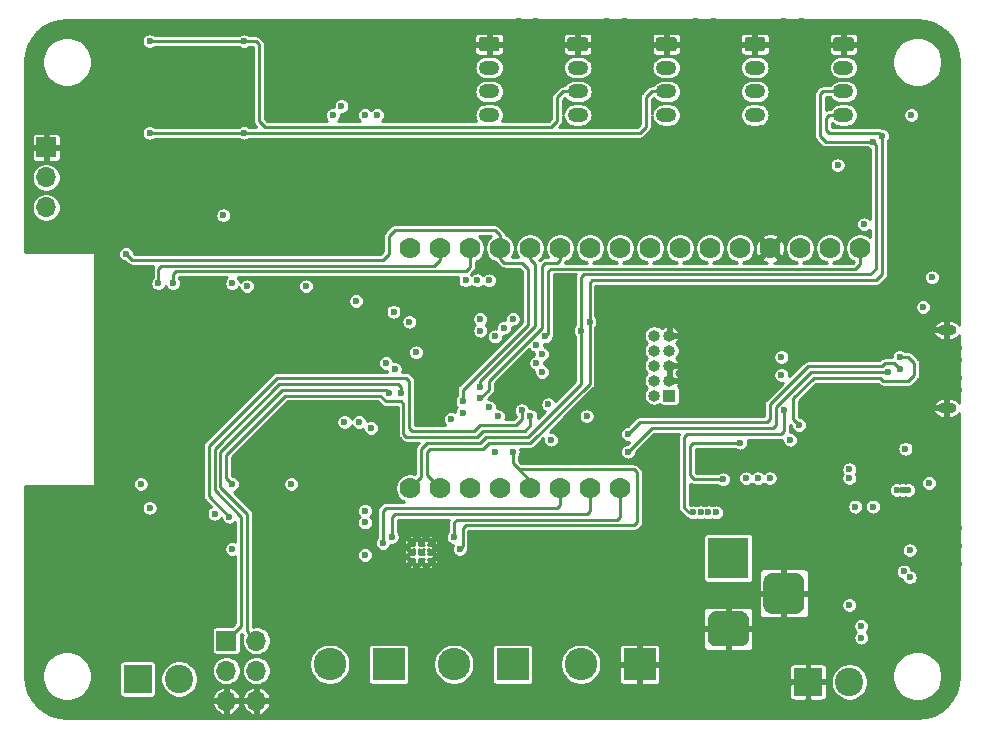
<source format=gbr>
G04 #@! TF.GenerationSoftware,KiCad,Pcbnew,5.1.5-1.fc31*
G04 #@! TF.CreationDate,2020-05-26T19:56:10+07:00*
G04 #@! TF.ProjectId,MP_SamBaseBoard_V1,4d505f53-616d-4426-9173-65426f617264,rev?*
G04 #@! TF.SameCoordinates,Original*
G04 #@! TF.FileFunction,Copper,L3,Inr*
G04 #@! TF.FilePolarity,Positive*
%FSLAX45Y45*%
G04 Gerber Fmt 4.5, Leading zero omitted, Abs format (unit mm)*
G04 Created by KiCad (PCBNEW 5.1.5-1.fc31) date 2020-05-26 19:56:10*
%MOMM*%
%LPD*%
G04 APERTURE LIST*
%ADD10C,2.750000*%
%ADD11R,2.750000X2.750000*%
%ADD12O,1.700000X1.700000*%
%ADD13R,1.700000X1.700000*%
%ADD14O,1.750000X1.200000*%
%ADD15C,0.100000*%
%ADD16O,1.000000X1.000000*%
%ADD17R,1.000000X1.000000*%
%ADD18R,3.500000X3.500000*%
%ADD19C,0.500000*%
%ADD20O,1.600000X0.900000*%
%ADD21C,2.400000*%
%ADD22R,2.400000X2.400000*%
%ADD23C,1.778000*%
%ADD24C,0.600000*%
%ADD25C,0.250000*%
G04 APERTURE END LIST*
D10*
X19600000Y-21775000D03*
D11*
X20100000Y-21775000D03*
D10*
X20650000Y-21775000D03*
D11*
X21150000Y-21775000D03*
D10*
X21725000Y-21775000D03*
D11*
X22225000Y-21775000D03*
D12*
X18979000Y-22083000D03*
X18725000Y-22083000D03*
X18979000Y-21829000D03*
X18725000Y-21829000D03*
X18979000Y-21575000D03*
D13*
X18725000Y-21575000D03*
D14*
X20950000Y-17125000D03*
X20950000Y-16925000D03*
X20950000Y-16725000D03*
G04 #@! TA.AperFunction,ViaPad*
D15*
G36*
X21014951Y-16465120D02*
G01*
X21017377Y-16465480D01*
X21019757Y-16466076D01*
X21022067Y-16466903D01*
X21024285Y-16467952D01*
X21026389Y-16469213D01*
X21028360Y-16470675D01*
X21030178Y-16472322D01*
X21031825Y-16474140D01*
X21033287Y-16476111D01*
X21034548Y-16478215D01*
X21035597Y-16480433D01*
X21036424Y-16482743D01*
X21037020Y-16485123D01*
X21037380Y-16487549D01*
X21037500Y-16490000D01*
X21037500Y-16560000D01*
X21037380Y-16562450D01*
X21037020Y-16564877D01*
X21036424Y-16567257D01*
X21035597Y-16569567D01*
X21034548Y-16571785D01*
X21033287Y-16573889D01*
X21031825Y-16575860D01*
X21030178Y-16577678D01*
X21028360Y-16579325D01*
X21026389Y-16580787D01*
X21024285Y-16582048D01*
X21022067Y-16583097D01*
X21019757Y-16583923D01*
X21017377Y-16584520D01*
X21014951Y-16584880D01*
X21012500Y-16585000D01*
X20887500Y-16585000D01*
X20885050Y-16584880D01*
X20882623Y-16584520D01*
X20880243Y-16583923D01*
X20877933Y-16583097D01*
X20875715Y-16582048D01*
X20873611Y-16580787D01*
X20871640Y-16579325D01*
X20869822Y-16577678D01*
X20868175Y-16575860D01*
X20866713Y-16573889D01*
X20865452Y-16571785D01*
X20864403Y-16569567D01*
X20863577Y-16567257D01*
X20862980Y-16564877D01*
X20862620Y-16562450D01*
X20862500Y-16560000D01*
X20862500Y-16490000D01*
X20862620Y-16487549D01*
X20862980Y-16485123D01*
X20863577Y-16482743D01*
X20864403Y-16480433D01*
X20865452Y-16478215D01*
X20866713Y-16476111D01*
X20868175Y-16474140D01*
X20869822Y-16472322D01*
X20871640Y-16470675D01*
X20873611Y-16469213D01*
X20875715Y-16467952D01*
X20877933Y-16466903D01*
X20880243Y-16466076D01*
X20882623Y-16465480D01*
X20885050Y-16465120D01*
X20887500Y-16465000D01*
X21012500Y-16465000D01*
X21014951Y-16465120D01*
G37*
G04 #@! TD.AperFunction*
D14*
X21700000Y-17125000D03*
X21700000Y-16925000D03*
X21700000Y-16725000D03*
G04 #@! TA.AperFunction,ViaPad*
D15*
G36*
X21764951Y-16465120D02*
G01*
X21767377Y-16465480D01*
X21769757Y-16466076D01*
X21772067Y-16466903D01*
X21774285Y-16467952D01*
X21776389Y-16469213D01*
X21778360Y-16470675D01*
X21780178Y-16472322D01*
X21781825Y-16474140D01*
X21783287Y-16476111D01*
X21784548Y-16478215D01*
X21785597Y-16480433D01*
X21786424Y-16482743D01*
X21787020Y-16485123D01*
X21787380Y-16487549D01*
X21787500Y-16490000D01*
X21787500Y-16560000D01*
X21787380Y-16562450D01*
X21787020Y-16564877D01*
X21786424Y-16567257D01*
X21785597Y-16569567D01*
X21784548Y-16571785D01*
X21783287Y-16573889D01*
X21781825Y-16575860D01*
X21780178Y-16577678D01*
X21778360Y-16579325D01*
X21776389Y-16580787D01*
X21774285Y-16582048D01*
X21772067Y-16583097D01*
X21769757Y-16583923D01*
X21767377Y-16584520D01*
X21764951Y-16584880D01*
X21762500Y-16585000D01*
X21637500Y-16585000D01*
X21635050Y-16584880D01*
X21632623Y-16584520D01*
X21630243Y-16583923D01*
X21627933Y-16583097D01*
X21625715Y-16582048D01*
X21623611Y-16580787D01*
X21621640Y-16579325D01*
X21619822Y-16577678D01*
X21618175Y-16575860D01*
X21616713Y-16573889D01*
X21615452Y-16571785D01*
X21614403Y-16569567D01*
X21613577Y-16567257D01*
X21612980Y-16564877D01*
X21612620Y-16562450D01*
X21612500Y-16560000D01*
X21612500Y-16490000D01*
X21612620Y-16487549D01*
X21612980Y-16485123D01*
X21613577Y-16482743D01*
X21614403Y-16480433D01*
X21615452Y-16478215D01*
X21616713Y-16476111D01*
X21618175Y-16474140D01*
X21619822Y-16472322D01*
X21621640Y-16470675D01*
X21623611Y-16469213D01*
X21625715Y-16467952D01*
X21627933Y-16466903D01*
X21630243Y-16466076D01*
X21632623Y-16465480D01*
X21635050Y-16465120D01*
X21637500Y-16465000D01*
X21762500Y-16465000D01*
X21764951Y-16465120D01*
G37*
G04 #@! TD.AperFunction*
D14*
X22450000Y-17125000D03*
X22450000Y-16925000D03*
X22450000Y-16725000D03*
G04 #@! TA.AperFunction,ViaPad*
D15*
G36*
X22514950Y-16465120D02*
G01*
X22517377Y-16465480D01*
X22519757Y-16466076D01*
X22522067Y-16466903D01*
X22524285Y-16467952D01*
X22526389Y-16469213D01*
X22528360Y-16470675D01*
X22530178Y-16472322D01*
X22531825Y-16474140D01*
X22533287Y-16476111D01*
X22534548Y-16478215D01*
X22535597Y-16480433D01*
X22536423Y-16482743D01*
X22537020Y-16485123D01*
X22537380Y-16487549D01*
X22537500Y-16490000D01*
X22537500Y-16560000D01*
X22537380Y-16562450D01*
X22537020Y-16564877D01*
X22536423Y-16567257D01*
X22535597Y-16569567D01*
X22534548Y-16571785D01*
X22533287Y-16573889D01*
X22531825Y-16575860D01*
X22530178Y-16577678D01*
X22528360Y-16579325D01*
X22526389Y-16580787D01*
X22524285Y-16582048D01*
X22522067Y-16583097D01*
X22519757Y-16583923D01*
X22517377Y-16584520D01*
X22514950Y-16584880D01*
X22512500Y-16585000D01*
X22387500Y-16585000D01*
X22385049Y-16584880D01*
X22382623Y-16584520D01*
X22380243Y-16583923D01*
X22377933Y-16583097D01*
X22375715Y-16582048D01*
X22373611Y-16580787D01*
X22371640Y-16579325D01*
X22369822Y-16577678D01*
X22368175Y-16575860D01*
X22366713Y-16573889D01*
X22365452Y-16571785D01*
X22364403Y-16569567D01*
X22363577Y-16567257D01*
X22362980Y-16564877D01*
X22362620Y-16562450D01*
X22362500Y-16560000D01*
X22362500Y-16490000D01*
X22362620Y-16487549D01*
X22362980Y-16485123D01*
X22363577Y-16482743D01*
X22364403Y-16480433D01*
X22365452Y-16478215D01*
X22366713Y-16476111D01*
X22368175Y-16474140D01*
X22369822Y-16472322D01*
X22371640Y-16470675D01*
X22373611Y-16469213D01*
X22375715Y-16467952D01*
X22377933Y-16466903D01*
X22380243Y-16466076D01*
X22382623Y-16465480D01*
X22385049Y-16465120D01*
X22387500Y-16465000D01*
X22512500Y-16465000D01*
X22514950Y-16465120D01*
G37*
G04 #@! TD.AperFunction*
D14*
X23200000Y-17125000D03*
X23200000Y-16925000D03*
X23200000Y-16725000D03*
G04 #@! TA.AperFunction,ViaPad*
D15*
G36*
X23264950Y-16465120D02*
G01*
X23267377Y-16465480D01*
X23269757Y-16466076D01*
X23272067Y-16466903D01*
X23274285Y-16467952D01*
X23276389Y-16469213D01*
X23278360Y-16470675D01*
X23280178Y-16472322D01*
X23281825Y-16474140D01*
X23283287Y-16476111D01*
X23284548Y-16478215D01*
X23285597Y-16480433D01*
X23286423Y-16482743D01*
X23287020Y-16485123D01*
X23287380Y-16487549D01*
X23287500Y-16490000D01*
X23287500Y-16560000D01*
X23287380Y-16562450D01*
X23287020Y-16564877D01*
X23286423Y-16567257D01*
X23285597Y-16569567D01*
X23284548Y-16571785D01*
X23283287Y-16573889D01*
X23281825Y-16575860D01*
X23280178Y-16577678D01*
X23278360Y-16579325D01*
X23276389Y-16580787D01*
X23274285Y-16582048D01*
X23272067Y-16583097D01*
X23269757Y-16583923D01*
X23267377Y-16584520D01*
X23264950Y-16584880D01*
X23262500Y-16585000D01*
X23137500Y-16585000D01*
X23135049Y-16584880D01*
X23132623Y-16584520D01*
X23130243Y-16583923D01*
X23127933Y-16583097D01*
X23125715Y-16582048D01*
X23123611Y-16580787D01*
X23121640Y-16579325D01*
X23119822Y-16577678D01*
X23118175Y-16575860D01*
X23116713Y-16573889D01*
X23115452Y-16571785D01*
X23114403Y-16569567D01*
X23113576Y-16567257D01*
X23112980Y-16564877D01*
X23112620Y-16562450D01*
X23112500Y-16560000D01*
X23112500Y-16490000D01*
X23112620Y-16487549D01*
X23112980Y-16485123D01*
X23113576Y-16482743D01*
X23114403Y-16480433D01*
X23115452Y-16478215D01*
X23116713Y-16476111D01*
X23118175Y-16474140D01*
X23119822Y-16472322D01*
X23121640Y-16470675D01*
X23123611Y-16469213D01*
X23125715Y-16467952D01*
X23127933Y-16466903D01*
X23130243Y-16466076D01*
X23132623Y-16465480D01*
X23135049Y-16465120D01*
X23137500Y-16465000D01*
X23262500Y-16465000D01*
X23264950Y-16465120D01*
G37*
G04 #@! TD.AperFunction*
D14*
X23950000Y-17125000D03*
X23950000Y-16925000D03*
X23950000Y-16725000D03*
G04 #@! TA.AperFunction,ViaPad*
D15*
G36*
X24014950Y-16465120D02*
G01*
X24017377Y-16465480D01*
X24019757Y-16466076D01*
X24022067Y-16466903D01*
X24024285Y-16467952D01*
X24026389Y-16469213D01*
X24028360Y-16470675D01*
X24030178Y-16472322D01*
X24031825Y-16474140D01*
X24033287Y-16476111D01*
X24034548Y-16478215D01*
X24035597Y-16480433D01*
X24036423Y-16482743D01*
X24037020Y-16485123D01*
X24037380Y-16487549D01*
X24037500Y-16490000D01*
X24037500Y-16560000D01*
X24037380Y-16562450D01*
X24037020Y-16564877D01*
X24036423Y-16567257D01*
X24035597Y-16569567D01*
X24034548Y-16571785D01*
X24033287Y-16573889D01*
X24031825Y-16575860D01*
X24030178Y-16577678D01*
X24028360Y-16579325D01*
X24026389Y-16580787D01*
X24024285Y-16582048D01*
X24022067Y-16583097D01*
X24019757Y-16583923D01*
X24017377Y-16584520D01*
X24014950Y-16584880D01*
X24012500Y-16585000D01*
X23887500Y-16585000D01*
X23885049Y-16584880D01*
X23882623Y-16584520D01*
X23880243Y-16583923D01*
X23877933Y-16583097D01*
X23875715Y-16582048D01*
X23873611Y-16580787D01*
X23871640Y-16579325D01*
X23869822Y-16577678D01*
X23868175Y-16575860D01*
X23866713Y-16573889D01*
X23865452Y-16571785D01*
X23864403Y-16569567D01*
X23863576Y-16567257D01*
X23862980Y-16564877D01*
X23862620Y-16562450D01*
X23862500Y-16560000D01*
X23862500Y-16490000D01*
X23862620Y-16487549D01*
X23862980Y-16485123D01*
X23863576Y-16482743D01*
X23864403Y-16480433D01*
X23865452Y-16478215D01*
X23866713Y-16476111D01*
X23868175Y-16474140D01*
X23869822Y-16472322D01*
X23871640Y-16470675D01*
X23873611Y-16469213D01*
X23875715Y-16467952D01*
X23877933Y-16466903D01*
X23880243Y-16466076D01*
X23882623Y-16465480D01*
X23885049Y-16465120D01*
X23887500Y-16465000D01*
X24012500Y-16465000D01*
X24014950Y-16465120D01*
G37*
G04 #@! TD.AperFunction*
D16*
X22348000Y-18992000D03*
X22475000Y-18992000D03*
X22348000Y-19119000D03*
X22475000Y-19119000D03*
X22348000Y-19246000D03*
X22475000Y-19246000D03*
X22348000Y-19373000D03*
X22475000Y-19373000D03*
X22348000Y-19500000D03*
D17*
X22475000Y-19500000D03*
D12*
X17200000Y-17908000D03*
X17200000Y-17654000D03*
D13*
X17200000Y-17400000D03*
G04 #@! TA.AperFunction,ViaPad*
D15*
G36*
X23541076Y-21000421D02*
G01*
X23549570Y-21001681D01*
X23557900Y-21003768D01*
X23565985Y-21006661D01*
X23573747Y-21010332D01*
X23581112Y-21014746D01*
X23588009Y-21019862D01*
X23594372Y-21025628D01*
X23600138Y-21031991D01*
X23605254Y-21038888D01*
X23609668Y-21046253D01*
X23613339Y-21054015D01*
X23616232Y-21062100D01*
X23618319Y-21070430D01*
X23619579Y-21078924D01*
X23620000Y-21087500D01*
X23620000Y-21262500D01*
X23619579Y-21271077D01*
X23618319Y-21279570D01*
X23616232Y-21287900D01*
X23613339Y-21295985D01*
X23609668Y-21303747D01*
X23605254Y-21311112D01*
X23600138Y-21318009D01*
X23594372Y-21324372D01*
X23588009Y-21330138D01*
X23581112Y-21335254D01*
X23573747Y-21339668D01*
X23565985Y-21343340D01*
X23557900Y-21346232D01*
X23549570Y-21348319D01*
X23541076Y-21349579D01*
X23532500Y-21350000D01*
X23357500Y-21350000D01*
X23348923Y-21349579D01*
X23340430Y-21348319D01*
X23332100Y-21346232D01*
X23324015Y-21343340D01*
X23316253Y-21339668D01*
X23308888Y-21335254D01*
X23301991Y-21330138D01*
X23295628Y-21324372D01*
X23289862Y-21318009D01*
X23284746Y-21311112D01*
X23280332Y-21303747D01*
X23276660Y-21295985D01*
X23273768Y-21287900D01*
X23271681Y-21279570D01*
X23270421Y-21271077D01*
X23270000Y-21262500D01*
X23270000Y-21087500D01*
X23270421Y-21078924D01*
X23271681Y-21070430D01*
X23273768Y-21062100D01*
X23276660Y-21054015D01*
X23280332Y-21046253D01*
X23284746Y-21038888D01*
X23289862Y-21031991D01*
X23295628Y-21025628D01*
X23301991Y-21019862D01*
X23308888Y-21014746D01*
X23316253Y-21010332D01*
X23324015Y-21006661D01*
X23332100Y-21003768D01*
X23340430Y-21001681D01*
X23348923Y-21000421D01*
X23357500Y-21000000D01*
X23532500Y-21000000D01*
X23541076Y-21000421D01*
G37*
G04 #@! TD.AperFunction*
G04 #@! TA.AperFunction,ViaPad*
G36*
X23082351Y-21325361D02*
G01*
X23089632Y-21326441D01*
X23096771Y-21328230D01*
X23103701Y-21330709D01*
X23110355Y-21333856D01*
X23116668Y-21337640D01*
X23122579Y-21342024D01*
X23128033Y-21346967D01*
X23132976Y-21352421D01*
X23137360Y-21358332D01*
X23141144Y-21364645D01*
X23144291Y-21371299D01*
X23146770Y-21378229D01*
X23148559Y-21385368D01*
X23149639Y-21392649D01*
X23150000Y-21400000D01*
X23150000Y-21550000D01*
X23149639Y-21557351D01*
X23148559Y-21564632D01*
X23146770Y-21571771D01*
X23144291Y-21578701D01*
X23141144Y-21585355D01*
X23137360Y-21591668D01*
X23132976Y-21597580D01*
X23128033Y-21603033D01*
X23122579Y-21607976D01*
X23116668Y-21612360D01*
X23110355Y-21616144D01*
X23103701Y-21619291D01*
X23096771Y-21621771D01*
X23089632Y-21623559D01*
X23082351Y-21624639D01*
X23075000Y-21625000D01*
X22875000Y-21625000D01*
X22867649Y-21624639D01*
X22860368Y-21623559D01*
X22853229Y-21621771D01*
X22846299Y-21619291D01*
X22839645Y-21616144D01*
X22833332Y-21612360D01*
X22827420Y-21607976D01*
X22821967Y-21603033D01*
X22817024Y-21597580D01*
X22812640Y-21591668D01*
X22808856Y-21585355D01*
X22805709Y-21578701D01*
X22803229Y-21571771D01*
X22801441Y-21564632D01*
X22800361Y-21557351D01*
X22800000Y-21550000D01*
X22800000Y-21400000D01*
X22800361Y-21392649D01*
X22801441Y-21385368D01*
X22803229Y-21378229D01*
X22805709Y-21371299D01*
X22808856Y-21364645D01*
X22812640Y-21358332D01*
X22817024Y-21352421D01*
X22821967Y-21346967D01*
X22827420Y-21342024D01*
X22833332Y-21337640D01*
X22839645Y-21333856D01*
X22846299Y-21330709D01*
X22853229Y-21328230D01*
X22860368Y-21326441D01*
X22867649Y-21325361D01*
X22875000Y-21325000D01*
X23075000Y-21325000D01*
X23082351Y-21325361D01*
G37*
G04 #@! TD.AperFunction*
D18*
X22975000Y-20875000D03*
D19*
X20454359Y-20744359D03*
X20454359Y-20824359D03*
X20454359Y-20904359D03*
X20374359Y-20744359D03*
X20374359Y-20824359D03*
X20374359Y-20904359D03*
X20294359Y-20744359D03*
X20294359Y-20824359D03*
X20294359Y-20904359D03*
D20*
X24825000Y-19605000D03*
X24825000Y-18945000D03*
D21*
X24000000Y-21925000D03*
D22*
X23650000Y-21925000D03*
D21*
X18325000Y-21900000D03*
D22*
X17975000Y-21900000D03*
D23*
X24090000Y-18252000D03*
X23836000Y-18252000D03*
X23582000Y-18252000D03*
X23328000Y-18252000D03*
X20280000Y-18252000D03*
X20534000Y-18252000D03*
X20788000Y-18252000D03*
X21042000Y-18252000D03*
X21296000Y-18252000D03*
X21550000Y-18252000D03*
X21804000Y-18252000D03*
X22058000Y-18252000D03*
X22312000Y-18252000D03*
X22566000Y-18252000D03*
X22820000Y-18252000D03*
X23074000Y-18252000D03*
X20280000Y-20284000D03*
X20534000Y-20284000D03*
X20788000Y-20284000D03*
X21042000Y-20284000D03*
X21296000Y-20284000D03*
X21550000Y-20284000D03*
X21804000Y-20284000D03*
X22058000Y-20284000D03*
D24*
X18550000Y-20775000D03*
X18500000Y-20725000D03*
X18500000Y-19375000D03*
X18300000Y-19575000D03*
X18700000Y-19575000D03*
X18700000Y-19175000D03*
X18300000Y-19175000D03*
X24225000Y-21125000D03*
X24225000Y-21275000D03*
X24375000Y-21275000D03*
X24375000Y-21125000D03*
X24900000Y-21230000D03*
X24800000Y-21230000D03*
X24030000Y-20625000D03*
X24130000Y-20625000D03*
X22800000Y-20640000D03*
X22850000Y-20640000D03*
X22675000Y-20360000D03*
X22740000Y-20360000D03*
X22805000Y-20360000D03*
X22870000Y-20360000D03*
X24500000Y-20650000D03*
X21475000Y-19400000D03*
X22650000Y-19275000D03*
X22650000Y-19025000D03*
X22650000Y-19525000D03*
X22025000Y-19550000D03*
X22650000Y-19150000D03*
X22650000Y-19400000D03*
X24900000Y-21040000D03*
X24800000Y-21040000D03*
X24365000Y-20070000D03*
X24425000Y-20070000D03*
X24485000Y-20070000D03*
X24925000Y-20925000D03*
X24925000Y-20775000D03*
X24925000Y-20625000D03*
X24775000Y-20375000D03*
X24775000Y-20475000D03*
X23700000Y-20115000D03*
X23700000Y-20215000D03*
X23325000Y-20450000D03*
X23525000Y-20115000D03*
X24925000Y-19350000D03*
X24925000Y-19450000D03*
X24925000Y-19200000D03*
X24925000Y-19100000D03*
X23750000Y-19950000D03*
X23250000Y-19900000D03*
X22950000Y-19275000D03*
X22950000Y-19150000D03*
X23525000Y-20215000D03*
X22950000Y-20000000D03*
X23025000Y-20000000D03*
X23125000Y-20450000D03*
X23125000Y-20325000D03*
X23325000Y-20325000D03*
X20550000Y-21025000D03*
X20200000Y-21375000D03*
X20550000Y-21375000D03*
X20550000Y-21500000D03*
X20200000Y-21500000D03*
X19675000Y-20375000D03*
X19800000Y-20375000D03*
X20150000Y-21025000D03*
X20200000Y-21025000D03*
X20600000Y-21025000D03*
X22150000Y-19625000D03*
X20600000Y-19200000D03*
X17250000Y-20675000D03*
X17250000Y-20475000D03*
X17250000Y-20575000D03*
X22100000Y-16325000D03*
X22100000Y-16425000D03*
X22850000Y-16425000D03*
X22850000Y-16325000D03*
X23600000Y-16325000D03*
X23600000Y-16425000D03*
X21350000Y-16425000D03*
X21350000Y-16325000D03*
X21575000Y-19875000D03*
X21675000Y-19875000D03*
X21775000Y-19875000D03*
X21100000Y-18575000D03*
X21175000Y-18575000D03*
X24300000Y-19450000D03*
X24300000Y-19600000D03*
X20600000Y-19350000D03*
X20725000Y-19275000D03*
X22175000Y-19125000D03*
X22175000Y-19025000D03*
X18675000Y-16350000D03*
X18275000Y-16350000D03*
X18400000Y-16350000D03*
X18550000Y-16350000D03*
X18675000Y-16950000D03*
X18275000Y-16950000D03*
X18400000Y-16950000D03*
X18550000Y-16950000D03*
X18550000Y-17125000D03*
X18400000Y-17125000D03*
X18675000Y-17125000D03*
X18275000Y-17125000D03*
X18675000Y-17725000D03*
X18550000Y-17725000D03*
X18275000Y-17725000D03*
X18400000Y-17725000D03*
X18475000Y-17900000D03*
X17875000Y-17900000D03*
X19075000Y-17900000D03*
X17750000Y-18300000D03*
X17750000Y-18550000D03*
X17750000Y-20000000D03*
X17750000Y-20250000D03*
X23425000Y-19025000D03*
X23425000Y-18875000D03*
X21950000Y-16325000D03*
X21950000Y-16425000D03*
X21200000Y-16425000D03*
X21200000Y-16325000D03*
X22700000Y-16325000D03*
X22700000Y-16425000D03*
X23450000Y-16425000D03*
X23450000Y-16325000D03*
X22725000Y-16900000D03*
X22825000Y-16900000D03*
X22075000Y-16900000D03*
X21975000Y-16900000D03*
X21325000Y-16900000D03*
X21225000Y-16900000D03*
X20900000Y-17623000D03*
X21050000Y-17623000D03*
X21125000Y-17523000D03*
X21700000Y-20725000D03*
X21800000Y-20725000D03*
X21900000Y-20725000D03*
X20350000Y-18525000D03*
X20250000Y-18525000D03*
X20650000Y-18525000D03*
X19750000Y-19175000D03*
X19750000Y-19075000D03*
X19750000Y-19275000D03*
X23100000Y-17400000D03*
X23200000Y-17400000D03*
X23400000Y-18025000D03*
X23325000Y-18025000D03*
X23250000Y-18025000D03*
X20050000Y-18525000D03*
X20150000Y-18525000D03*
X19850000Y-19175000D03*
X19850000Y-19275000D03*
X21575000Y-18825000D03*
X21650000Y-18825000D03*
X22950000Y-19525000D03*
X22950000Y-19400000D03*
X22950000Y-19025000D03*
X22400000Y-20275000D03*
X22400000Y-20150000D03*
X22400000Y-20025000D03*
X22400000Y-19900000D03*
X22400000Y-20400000D03*
X22400000Y-20800000D03*
X22400000Y-20925000D03*
X22400000Y-21050000D03*
X22400000Y-21175000D03*
X19675000Y-20850000D03*
X19800000Y-20850000D03*
X19550000Y-20375000D03*
X19925000Y-20375000D03*
X20410000Y-19725000D03*
X20510000Y-19725000D03*
X21575000Y-19775000D03*
X21675000Y-19775000D03*
X21775000Y-19775000D03*
X20875000Y-19050000D03*
X19520000Y-17375000D03*
X19520000Y-17625000D03*
X19250000Y-16350000D03*
X19500000Y-16350000D03*
X19750000Y-16350000D03*
X20000000Y-16350000D03*
X21475000Y-19875000D03*
X24000000Y-20125000D03*
X24000000Y-20200000D03*
X19825000Y-18700000D03*
X20330000Y-19135000D03*
X21150000Y-18850000D03*
X23900000Y-17550000D03*
X24125000Y-18050000D03*
X19950000Y-19775000D03*
X20625000Y-19700000D03*
X24525000Y-17125000D03*
X24475000Y-19950000D03*
X21400000Y-19300000D03*
X23125000Y-20200000D03*
X23225000Y-20200000D03*
X23325000Y-20200000D03*
X22870000Y-20490000D03*
X22675000Y-20490000D03*
X22740000Y-20490000D03*
X22805000Y-20490000D03*
X23450000Y-19625000D03*
X19900000Y-20850000D03*
X19900000Y-20475000D03*
X19900000Y-20575000D03*
X24460000Y-20990000D03*
X24510000Y-21040000D03*
X24500000Y-20300000D03*
X24450000Y-20300000D03*
X24400000Y-20300000D03*
X24625000Y-18750000D03*
X21775000Y-19675000D03*
X18700000Y-17975000D03*
X20725000Y-19650000D03*
X20000000Y-17125000D03*
X20650000Y-20700000D03*
X20125000Y-20700000D03*
X18625000Y-20500000D03*
X20050000Y-20750000D03*
X18775000Y-20800000D03*
X21150000Y-19975000D03*
X20700000Y-20800000D03*
X18075000Y-20450000D03*
X21800000Y-18875000D03*
X24275000Y-17300000D03*
X21725000Y-18950000D03*
X24200000Y-17350000D03*
X20875000Y-18850000D03*
X18875000Y-17275000D03*
X18075000Y-17275000D03*
X20875000Y-18950000D03*
X20750000Y-18525000D03*
X18875000Y-16500000D03*
X18075000Y-16500000D03*
X20950000Y-18525000D03*
X20850000Y-18525000D03*
X18775000Y-18550000D03*
X20875000Y-19525000D03*
X19700000Y-17050000D03*
X19275000Y-20250000D03*
X20875000Y-19425000D03*
X19625000Y-17125000D03*
X17875000Y-18300000D03*
X20725000Y-19550000D03*
X19900000Y-17125000D03*
X18275000Y-18550000D03*
X18775000Y-20250000D03*
X21300000Y-19675000D03*
X18150000Y-18550000D03*
X18750000Y-20525000D03*
X21225000Y-19625000D03*
X20200000Y-19475000D03*
X21425000Y-19000000D03*
X20100000Y-19475000D03*
X21400000Y-19150000D03*
X21350000Y-19225000D03*
X21350000Y-19075000D03*
X21025000Y-19675000D03*
X18900000Y-18575000D03*
X23500000Y-19875000D03*
X21000000Y-19000000D03*
X22930000Y-20210000D03*
X23075000Y-19900000D03*
X20140500Y-18789500D03*
X20150000Y-19275000D03*
X24700000Y-18500000D03*
X24675000Y-20240000D03*
X24200000Y-20440000D03*
X24000000Y-21275000D03*
X24100000Y-21450000D03*
X24510000Y-20810000D03*
X24100000Y-21550000D03*
X24050000Y-20440000D03*
X21450000Y-19575000D03*
X23425000Y-19325000D03*
X21075000Y-18925000D03*
X23425000Y-19175000D03*
X18000000Y-20250000D03*
X21000000Y-19975000D03*
X20950000Y-19600000D03*
X19400000Y-18575000D03*
X20275000Y-18875000D03*
X19725000Y-19725000D03*
X19850000Y-19725000D03*
X20075000Y-19225000D03*
X22125000Y-19825000D03*
X24425000Y-19275000D03*
X22125000Y-19975000D03*
X24325000Y-19300000D03*
X23575000Y-19750000D03*
X24425000Y-19175000D03*
D25*
X22675000Y-20490000D02*
X22640000Y-20490000D01*
X22640000Y-20490000D02*
X22600000Y-20450000D01*
X22600000Y-19900000D02*
X22600000Y-19875000D01*
X22600000Y-19900000D02*
X22600000Y-19850000D01*
X22600000Y-20450000D02*
X22600000Y-19900000D01*
X22625000Y-19825000D02*
X23425000Y-19825000D01*
X22600000Y-19850000D02*
X22625000Y-19825000D01*
X23425000Y-19825000D02*
X23450000Y-19800000D01*
X23450000Y-19800000D02*
X23450000Y-19625000D01*
X22058000Y-20525000D02*
X22058000Y-20284000D01*
X22033000Y-20550000D02*
X22058000Y-20525000D01*
X20675000Y-20550000D02*
X22033000Y-20550000D01*
X20650000Y-20700000D02*
X20650000Y-20575000D01*
X20650000Y-20575000D02*
X20675000Y-20550000D01*
X21804000Y-20475000D02*
X21804000Y-20284000D01*
X21779000Y-20500000D02*
X21804000Y-20475000D01*
X20150000Y-20500000D02*
X21779000Y-20500000D01*
X20125000Y-20700000D02*
X20125000Y-20525000D01*
X20125000Y-20525000D02*
X20150000Y-20500000D01*
X21550000Y-20425000D02*
X21550000Y-20284000D01*
X20075000Y-20450000D02*
X21525000Y-20450000D01*
X21525000Y-20450000D02*
X21550000Y-20425000D01*
X20050000Y-20750000D02*
X20050000Y-20475000D01*
X20050000Y-20475000D02*
X20075000Y-20450000D01*
X21296000Y-20221000D02*
X21296000Y-20284000D01*
X21150000Y-20075000D02*
X21150000Y-19975000D01*
X21200000Y-20125000D02*
X21296000Y-20221000D01*
X21150000Y-20075000D02*
X21200000Y-20125000D01*
X22175000Y-20600000D02*
X22200000Y-20575000D01*
X20825000Y-20600000D02*
X22175000Y-20600000D01*
X22200000Y-20150000D02*
X22175000Y-20125000D01*
X22200000Y-20575000D02*
X22200000Y-20150000D01*
X22175000Y-20125000D02*
X21200000Y-20125000D01*
X20725000Y-20775000D02*
X20700000Y-20800000D01*
X20725000Y-20625000D02*
X20725000Y-20775000D01*
X20825000Y-20600000D02*
X20750000Y-20600000D01*
X20750000Y-20600000D02*
X20725000Y-20625000D01*
X23825000Y-17275000D02*
X23800000Y-17250000D01*
X23800000Y-17150000D02*
X23825000Y-17125000D01*
X23825000Y-17125000D02*
X23950000Y-17125000D01*
X24250000Y-17275000D02*
X24275000Y-17300000D01*
X24150000Y-17275000D02*
X24250000Y-17275000D01*
X23800000Y-17250000D02*
X23800000Y-17150000D01*
X24150000Y-17275000D02*
X23825000Y-17275000D01*
X21800000Y-19400000D02*
X21800000Y-18875000D01*
X21300000Y-19900000D02*
X21800000Y-19400000D01*
X20950000Y-19900000D02*
X21300000Y-19900000D01*
X20534000Y-20284000D02*
X20425000Y-20175000D01*
X20450000Y-19950000D02*
X20900000Y-19950000D01*
X20425000Y-20175000D02*
X20425000Y-19975000D01*
X20425000Y-19975000D02*
X20450000Y-19950000D01*
X20900000Y-19950000D02*
X20950000Y-19900000D01*
X21800000Y-18550000D02*
X21800000Y-18875000D01*
X21825000Y-18525000D02*
X21800000Y-18550000D01*
X24225000Y-18525000D02*
X21825000Y-18525000D01*
X24275000Y-17300000D02*
X24275000Y-18475000D01*
X24275000Y-18475000D02*
X24225000Y-18525000D01*
X23750000Y-17300000D02*
X23800000Y-17350000D01*
X23750000Y-16950000D02*
X23750000Y-17300000D01*
X23800000Y-17350000D02*
X24075000Y-17350000D01*
X23950000Y-16925000D02*
X23775000Y-16925000D01*
X23775000Y-16925000D02*
X23750000Y-16950000D01*
X24075000Y-17350000D02*
X24200000Y-17350000D01*
X21725000Y-19400000D02*
X21725000Y-18950000D01*
X20375000Y-20189000D02*
X20375000Y-19950000D01*
X20280000Y-20284000D02*
X20375000Y-20189000D01*
X21275000Y-19850000D02*
X21725000Y-19400000D01*
X20425000Y-19900000D02*
X20875000Y-19900000D01*
X20375000Y-19950000D02*
X20425000Y-19900000D01*
X20875000Y-19900000D02*
X20925000Y-19850000D01*
X20925000Y-19850000D02*
X21275000Y-19850000D01*
X21725000Y-18500000D02*
X21725000Y-18950000D01*
X24225000Y-18425000D02*
X24175000Y-18475000D01*
X24225000Y-17375000D02*
X24225000Y-18425000D01*
X24200000Y-17350000D02*
X24225000Y-17375000D01*
X24175000Y-18475000D02*
X21750000Y-18475000D01*
X21750000Y-18475000D02*
X21725000Y-18500000D01*
X22325000Y-16925000D02*
X22450000Y-16925000D01*
X22275000Y-16975000D02*
X22325000Y-16925000D01*
X22275000Y-17225000D02*
X22275000Y-16975000D01*
X22225000Y-17275000D02*
X22275000Y-17225000D01*
X18875000Y-17275000D02*
X22225000Y-17275000D01*
X18075000Y-17275000D02*
X18875000Y-17275000D01*
X19000000Y-17175000D02*
X19050000Y-17225000D01*
X19050000Y-17225000D02*
X21475000Y-17225000D01*
X21475000Y-17225000D02*
X21525000Y-17175000D01*
X21525000Y-17175000D02*
X21525000Y-16975000D01*
X21525000Y-16975000D02*
X21575000Y-16925000D01*
X21700000Y-16925000D02*
X21575000Y-16925000D01*
X19000000Y-16525000D02*
X18975000Y-16500000D01*
X19000000Y-16525000D02*
X19000000Y-17175000D01*
X18975000Y-16500000D02*
X18900000Y-16500000D01*
X18900000Y-16500000D02*
X18075000Y-16500000D01*
X18075000Y-16500000D02*
X18075000Y-16500000D01*
X20950000Y-19450000D02*
X20950000Y-19375000D01*
X21400000Y-18400000D02*
X21425000Y-18375000D01*
X20875000Y-19525000D02*
X20950000Y-19450000D01*
X20950000Y-19375000D02*
X21400000Y-18925000D01*
X21400000Y-18925000D02*
X21400000Y-18400000D01*
X21550000Y-18252000D02*
X21550000Y-18350000D01*
X21525000Y-18375000D02*
X21425000Y-18375000D01*
X21550000Y-18350000D02*
X21525000Y-18375000D01*
X21337500Y-18387500D02*
X21296000Y-18346000D01*
X21296000Y-18346000D02*
X21296000Y-18252000D01*
X20875000Y-19375000D02*
X21337500Y-18912500D01*
X21337500Y-18912500D02*
X21337500Y-18387500D01*
X20875000Y-19425000D02*
X20875000Y-19375000D01*
X17925000Y-18350000D02*
X17875000Y-18300000D01*
X20100000Y-18300000D02*
X20050000Y-18350000D01*
X21042000Y-18142000D02*
X21000000Y-18100000D01*
X21042000Y-18252000D02*
X21042000Y-18142000D01*
X21000000Y-18100000D02*
X20150000Y-18100000D01*
X20100000Y-18150000D02*
X20100000Y-18300000D01*
X20050000Y-18350000D02*
X17925000Y-18350000D01*
X20150000Y-18100000D02*
X20100000Y-18150000D01*
X21225000Y-18375000D02*
X21275000Y-18425000D01*
X21275000Y-18425000D02*
X21275000Y-18900000D01*
X21275000Y-18900000D02*
X20725000Y-19450000D01*
X20725000Y-19450000D02*
X20725000Y-19550000D01*
X21075000Y-18375000D02*
X21225000Y-18375000D01*
X21042000Y-18342000D02*
X21075000Y-18375000D01*
X21042000Y-18252000D02*
X21042000Y-18342000D01*
X20750000Y-18450000D02*
X18300000Y-18450000D01*
X18300000Y-18450000D02*
X18275000Y-18475000D01*
X20788000Y-18252000D02*
X20788000Y-18412000D01*
X18275000Y-18475000D02*
X18275000Y-18550000D01*
X20788000Y-18412000D02*
X20750000Y-18450000D01*
X19225000Y-19500000D02*
X18725000Y-20000000D01*
X20200000Y-19550000D02*
X20075000Y-19550000D01*
X20075000Y-19550000D02*
X20025000Y-19500000D01*
X21300000Y-19675000D02*
X21300000Y-19750000D01*
X21250000Y-19800000D02*
X20900000Y-19800000D01*
X20025000Y-19500000D02*
X19225000Y-19500000D01*
X18725000Y-20000000D02*
X18725000Y-20200000D01*
X21300000Y-19750000D02*
X21250000Y-19800000D01*
X20900000Y-19800000D02*
X20850000Y-19850000D01*
X20850000Y-19850000D02*
X20250000Y-19850000D01*
X18725000Y-20200000D02*
X18775000Y-20250000D01*
X20250000Y-19850000D02*
X20225000Y-19825000D01*
X20225000Y-19825000D02*
X20225000Y-19575000D01*
X20225000Y-19575000D02*
X20200000Y-19550000D01*
X18175000Y-18400000D02*
X18150000Y-18425000D01*
X20487500Y-18400000D02*
X18175000Y-18400000D01*
X20534000Y-18252000D02*
X20534000Y-18353500D01*
X18150000Y-18425000D02*
X18150000Y-18550000D01*
X20534000Y-18353500D02*
X20487500Y-18400000D01*
X18575000Y-20350000D02*
X18750000Y-20525000D01*
X18575000Y-19925000D02*
X18575000Y-20350000D01*
X20875000Y-19750000D02*
X20825000Y-19800000D01*
X21225000Y-19700000D02*
X21175000Y-19750000D01*
X20275000Y-19375000D02*
X20250000Y-19350000D01*
X21175000Y-19750000D02*
X20875000Y-19750000D01*
X21225000Y-19625000D02*
X21225000Y-19700000D01*
X20300000Y-19800000D02*
X20275000Y-19775000D01*
X20250000Y-19350000D02*
X19150000Y-19350000D01*
X20825000Y-19800000D02*
X20300000Y-19800000D01*
X20275000Y-19775000D02*
X20275000Y-19375000D01*
X19150000Y-19350000D02*
X18575000Y-19925000D01*
X18850000Y-20525000D02*
X18850000Y-21450000D01*
X20200000Y-19475000D02*
X20200000Y-19425000D01*
X18850000Y-21450000D02*
X18725000Y-21575000D01*
X18625000Y-20300000D02*
X18850000Y-20525000D01*
X20200000Y-19425000D02*
X20175000Y-19400000D01*
X20175000Y-19400000D02*
X19175000Y-19400000D01*
X19175000Y-19400000D02*
X18625000Y-19950000D01*
X18625000Y-19950000D02*
X18625000Y-20300000D01*
X21450000Y-18450000D02*
X21475000Y-18425000D01*
X21475000Y-18425000D02*
X24050000Y-18425000D01*
X24050000Y-18425000D02*
X24090000Y-18385000D01*
X21450000Y-18975000D02*
X21450000Y-18450000D01*
X21425000Y-19000000D02*
X21450000Y-18975000D01*
X24090000Y-18385000D02*
X24090000Y-18252000D01*
X18900000Y-21496000D02*
X18979000Y-21575000D01*
X20100000Y-19475000D02*
X20075000Y-19450000D01*
X18675000Y-20275000D02*
X18900000Y-20500000D01*
X20075000Y-19450000D02*
X19200000Y-19450000D01*
X19200000Y-19450000D02*
X18675000Y-19975000D01*
X18900000Y-20500000D02*
X18900000Y-21496000D01*
X18675000Y-19975000D02*
X18675000Y-20275000D01*
X22825000Y-19900000D02*
X23075000Y-19900000D01*
X22930000Y-20210000D02*
X22685000Y-20210000D01*
X22685000Y-20210000D02*
X22650000Y-20175000D01*
X22650000Y-20175000D02*
X22650000Y-19925000D01*
X22650000Y-19925000D02*
X22675000Y-19900000D01*
X22675000Y-19900000D02*
X22825000Y-19900000D01*
X23300000Y-19725000D02*
X22225000Y-19725000D01*
X23325000Y-19700000D02*
X23300000Y-19725000D01*
X24375000Y-19225000D02*
X24300000Y-19225000D01*
X24425000Y-19275000D02*
X24375000Y-19225000D01*
X24275000Y-19250000D02*
X23650000Y-19250000D01*
X23325000Y-19575000D02*
X23325000Y-19700000D01*
X24300000Y-19225000D02*
X24275000Y-19250000D01*
X22225000Y-19725000D02*
X22125000Y-19825000D01*
X23650000Y-19250000D02*
X23325000Y-19575000D01*
X23350000Y-19775000D02*
X22325000Y-19775000D01*
X23375000Y-19750000D02*
X23350000Y-19775000D01*
X24325000Y-19300000D02*
X23675000Y-19300000D01*
X22325000Y-19775000D02*
X22125000Y-19975000D01*
X23375000Y-19600000D02*
X23375000Y-19750000D01*
X23675000Y-19300000D02*
X23375000Y-19600000D01*
X23525000Y-19700000D02*
X23575000Y-19750000D01*
X23525000Y-19525000D02*
X23525000Y-19700000D01*
X23700000Y-19350000D02*
X23525000Y-19525000D01*
X24262500Y-19350000D02*
X23700000Y-19350000D01*
X24425000Y-19175000D02*
X24500000Y-19175000D01*
X24550000Y-19225000D02*
X24550000Y-19325000D01*
X24287500Y-19375000D02*
X24262500Y-19350000D01*
X24500000Y-19175000D02*
X24550000Y-19225000D01*
X24550000Y-19325000D02*
X24500000Y-19375000D01*
X24500000Y-19375000D02*
X24287500Y-19375000D01*
G36*
X24643911Y-16326972D02*
G01*
X24710198Y-16346986D01*
X24771335Y-16379493D01*
X24824993Y-16423255D01*
X24869129Y-16476607D01*
X24902063Y-16537516D01*
X24922538Y-16603660D01*
X24929998Y-16674644D01*
X24930000Y-16675099D01*
X24930000Y-18900249D01*
X24927175Y-18895503D01*
X24916228Y-18883348D01*
X24903120Y-18873563D01*
X24888355Y-18866524D01*
X24872500Y-18862500D01*
X24837500Y-18862500D01*
X24837500Y-18932500D01*
X24839500Y-18932500D01*
X24839500Y-18957500D01*
X24837500Y-18957500D01*
X24837500Y-19027500D01*
X24872500Y-19027500D01*
X24888355Y-19023476D01*
X24903120Y-19016437D01*
X24916228Y-19006652D01*
X24927175Y-18994498D01*
X24930000Y-18989751D01*
X24930000Y-19560249D01*
X24927175Y-19555503D01*
X24916228Y-19543348D01*
X24903120Y-19533563D01*
X24888355Y-19526524D01*
X24872500Y-19522500D01*
X24837500Y-19522500D01*
X24837500Y-19592500D01*
X24839500Y-19592500D01*
X24839500Y-19617500D01*
X24837500Y-19617500D01*
X24837500Y-19687500D01*
X24872500Y-19687500D01*
X24888355Y-19683476D01*
X24903120Y-19676437D01*
X24916228Y-19666652D01*
X24927175Y-19654498D01*
X24930000Y-19649751D01*
X24930000Y-21872800D01*
X24923027Y-21943911D01*
X24903014Y-22010198D01*
X24870507Y-22071334D01*
X24826744Y-22124993D01*
X24773393Y-22169129D01*
X24712484Y-22202063D01*
X24646339Y-22222538D01*
X24575356Y-22229999D01*
X24574930Y-22230000D01*
X17377201Y-22230000D01*
X17306089Y-22223028D01*
X17239802Y-22203014D01*
X17178666Y-22170507D01*
X17125007Y-22126744D01*
X17114802Y-22114409D01*
X18606595Y-22114409D01*
X18609099Y-22122667D01*
X18619065Y-22144516D01*
X18633102Y-22164001D01*
X18650670Y-22180373D01*
X18671094Y-22193003D01*
X18693591Y-22201406D01*
X18712500Y-22195486D01*
X18712500Y-22095500D01*
X18737500Y-22095500D01*
X18737500Y-22195486D01*
X18756409Y-22201406D01*
X18778906Y-22193003D01*
X18799330Y-22180373D01*
X18816899Y-22164001D01*
X18830935Y-22144516D01*
X18840901Y-22122667D01*
X18843405Y-22114409D01*
X18860595Y-22114409D01*
X18863099Y-22122667D01*
X18873065Y-22144516D01*
X18887102Y-22164001D01*
X18904670Y-22180373D01*
X18925094Y-22193003D01*
X18947591Y-22201406D01*
X18966500Y-22195486D01*
X18966500Y-22095500D01*
X18991500Y-22095500D01*
X18991500Y-22195486D01*
X19010409Y-22201406D01*
X19032906Y-22193003D01*
X19053330Y-22180373D01*
X19070899Y-22164001D01*
X19084935Y-22144516D01*
X19094901Y-22122667D01*
X19097405Y-22114409D01*
X19091432Y-22095500D01*
X18991500Y-22095500D01*
X18966500Y-22095500D01*
X18866568Y-22095500D01*
X18860595Y-22114409D01*
X18843405Y-22114409D01*
X18837432Y-22095500D01*
X18737500Y-22095500D01*
X18712500Y-22095500D01*
X18612568Y-22095500D01*
X18606595Y-22114409D01*
X17114802Y-22114409D01*
X17080871Y-22073393D01*
X17047937Y-22012484D01*
X17027462Y-21946339D01*
X17020002Y-21875356D01*
X17020000Y-21874930D01*
X17020000Y-21854071D01*
X17162500Y-21854071D01*
X17162500Y-21895929D01*
X17170666Y-21936984D01*
X17186685Y-21975657D01*
X17209941Y-22010461D01*
X17239539Y-22040060D01*
X17274344Y-22063315D01*
X17313016Y-22079334D01*
X17354071Y-22087500D01*
X17395929Y-22087500D01*
X17436984Y-22079334D01*
X17475657Y-22063315D01*
X17510461Y-22040060D01*
X17540060Y-22010461D01*
X17563315Y-21975657D01*
X17579334Y-21936984D01*
X17587500Y-21895929D01*
X17587500Y-21854071D01*
X17579334Y-21813016D01*
X17565658Y-21780000D01*
X17817319Y-21780000D01*
X17817319Y-22020000D01*
X17818043Y-22027351D01*
X17820187Y-22034420D01*
X17823669Y-22040935D01*
X17828355Y-22046645D01*
X17834065Y-22051331D01*
X17840580Y-22054813D01*
X17847649Y-22056957D01*
X17855000Y-22057681D01*
X18095000Y-22057681D01*
X18102351Y-22056957D01*
X18109420Y-22054813D01*
X18115935Y-22051331D01*
X18121645Y-22046645D01*
X18126331Y-22040935D01*
X18129813Y-22034420D01*
X18131957Y-22027351D01*
X18132681Y-22020000D01*
X18132681Y-21884488D01*
X18167500Y-21884488D01*
X18167500Y-21915512D01*
X18173553Y-21945941D01*
X18185425Y-21974604D01*
X18202662Y-22000400D01*
X18224600Y-22022338D01*
X18250396Y-22039575D01*
X18279059Y-22051447D01*
X18309488Y-22057500D01*
X18340512Y-22057500D01*
X18370221Y-22051591D01*
X18606595Y-22051591D01*
X18612568Y-22070500D01*
X18712500Y-22070500D01*
X18712500Y-21970514D01*
X18737500Y-21970514D01*
X18737500Y-22070500D01*
X18837432Y-22070500D01*
X18843405Y-22051591D01*
X18860595Y-22051591D01*
X18866568Y-22070500D01*
X18966500Y-22070500D01*
X18966500Y-21970514D01*
X18991500Y-21970514D01*
X18991500Y-22070500D01*
X19091432Y-22070500D01*
X19097405Y-22051591D01*
X19095406Y-22045000D01*
X23492319Y-22045000D01*
X23493043Y-22052351D01*
X23495187Y-22059420D01*
X23498669Y-22065935D01*
X23503355Y-22071645D01*
X23509065Y-22076331D01*
X23515580Y-22079813D01*
X23522649Y-22081957D01*
X23530000Y-22082681D01*
X23628125Y-22082500D01*
X23637500Y-22073125D01*
X23637500Y-21937500D01*
X23662500Y-21937500D01*
X23662500Y-22073125D01*
X23671875Y-22082500D01*
X23770000Y-22082681D01*
X23777351Y-22081957D01*
X23784420Y-22079813D01*
X23790935Y-22076331D01*
X23796645Y-22071645D01*
X23801331Y-22065935D01*
X23804813Y-22059420D01*
X23806957Y-22052351D01*
X23807681Y-22045000D01*
X23807500Y-21946875D01*
X23798125Y-21937500D01*
X23662500Y-21937500D01*
X23637500Y-21937500D01*
X23501875Y-21937500D01*
X23492500Y-21946875D01*
X23492319Y-22045000D01*
X19095406Y-22045000D01*
X19094901Y-22043333D01*
X19084935Y-22021484D01*
X19070899Y-22002000D01*
X19053330Y-21985627D01*
X19032906Y-21972997D01*
X19010409Y-21964595D01*
X18991500Y-21970514D01*
X18966500Y-21970514D01*
X18947591Y-21964595D01*
X18925094Y-21972997D01*
X18904670Y-21985627D01*
X18887102Y-22002000D01*
X18873065Y-22021484D01*
X18863099Y-22043333D01*
X18860595Y-22051591D01*
X18843405Y-22051591D01*
X18840901Y-22043333D01*
X18830935Y-22021484D01*
X18816899Y-22002000D01*
X18799330Y-21985627D01*
X18778906Y-21972997D01*
X18756409Y-21964595D01*
X18737500Y-21970514D01*
X18712500Y-21970514D01*
X18693591Y-21964595D01*
X18671094Y-21972997D01*
X18650670Y-21985627D01*
X18633102Y-22002000D01*
X18619065Y-22021484D01*
X18609099Y-22043333D01*
X18606595Y-22051591D01*
X18370221Y-22051591D01*
X18370941Y-22051447D01*
X18399604Y-22039575D01*
X18425400Y-22022338D01*
X18447338Y-22000400D01*
X18464575Y-21974604D01*
X18476447Y-21945941D01*
X18482500Y-21915512D01*
X18482500Y-21884488D01*
X18476447Y-21854059D01*
X18464575Y-21825396D01*
X18458921Y-21816935D01*
X18602500Y-21816935D01*
X18602500Y-21841065D01*
X18607208Y-21864732D01*
X18616442Y-21887026D01*
X18629848Y-21907089D01*
X18646911Y-21924152D01*
X18666975Y-21937558D01*
X18689268Y-21946792D01*
X18712935Y-21951500D01*
X18737065Y-21951500D01*
X18760732Y-21946792D01*
X18783026Y-21937558D01*
X18803089Y-21924152D01*
X18820152Y-21907089D01*
X18833558Y-21887026D01*
X18842792Y-21864732D01*
X18847500Y-21841065D01*
X18847500Y-21816935D01*
X18856500Y-21816935D01*
X18856500Y-21841065D01*
X18861208Y-21864732D01*
X18870442Y-21887026D01*
X18883848Y-21907089D01*
X18900911Y-21924152D01*
X18920975Y-21937558D01*
X18943268Y-21946792D01*
X18966935Y-21951500D01*
X18991065Y-21951500D01*
X19014732Y-21946792D01*
X19037026Y-21937558D01*
X19057089Y-21924152D01*
X19074152Y-21907089D01*
X19087558Y-21887026D01*
X19096792Y-21864732D01*
X19101500Y-21841065D01*
X19101500Y-21816935D01*
X19096792Y-21793268D01*
X19087558Y-21770975D01*
X19078731Y-21757764D01*
X19425000Y-21757764D01*
X19425000Y-21792236D01*
X19431725Y-21826046D01*
X19444917Y-21857894D01*
X19464069Y-21886556D01*
X19488444Y-21910931D01*
X19517106Y-21930083D01*
X19548954Y-21943275D01*
X19582764Y-21950000D01*
X19617236Y-21950000D01*
X19651046Y-21943275D01*
X19682894Y-21930083D01*
X19711556Y-21910931D01*
X19735931Y-21886556D01*
X19755083Y-21857894D01*
X19768275Y-21826046D01*
X19775000Y-21792236D01*
X19775000Y-21757764D01*
X19768275Y-21723954D01*
X19755083Y-21692106D01*
X19735931Y-21663444D01*
X19711556Y-21639069D01*
X19709209Y-21637500D01*
X19924819Y-21637500D01*
X19924819Y-21912500D01*
X19925543Y-21919851D01*
X19927687Y-21926920D01*
X19931169Y-21933435D01*
X19935855Y-21939145D01*
X19941565Y-21943831D01*
X19948080Y-21947313D01*
X19955149Y-21949457D01*
X19962500Y-21950181D01*
X20237500Y-21950181D01*
X20244851Y-21949457D01*
X20251920Y-21947313D01*
X20258435Y-21943831D01*
X20264145Y-21939145D01*
X20268831Y-21933435D01*
X20272313Y-21926920D01*
X20274457Y-21919851D01*
X20275181Y-21912500D01*
X20275181Y-21757764D01*
X20475000Y-21757764D01*
X20475000Y-21792236D01*
X20481725Y-21826046D01*
X20494917Y-21857894D01*
X20514069Y-21886556D01*
X20538444Y-21910931D01*
X20567106Y-21930083D01*
X20598954Y-21943275D01*
X20632764Y-21950000D01*
X20667236Y-21950000D01*
X20701046Y-21943275D01*
X20732894Y-21930083D01*
X20761556Y-21910931D01*
X20785931Y-21886556D01*
X20805083Y-21857894D01*
X20818275Y-21826046D01*
X20825000Y-21792236D01*
X20825000Y-21757764D01*
X20818275Y-21723954D01*
X20805083Y-21692106D01*
X20785931Y-21663444D01*
X20761556Y-21639069D01*
X20759209Y-21637500D01*
X20974819Y-21637500D01*
X20974819Y-21912500D01*
X20975543Y-21919851D01*
X20977687Y-21926920D01*
X20981169Y-21933435D01*
X20985855Y-21939145D01*
X20991565Y-21943831D01*
X20998080Y-21947313D01*
X21005149Y-21949457D01*
X21012500Y-21950181D01*
X21287500Y-21950181D01*
X21294851Y-21949457D01*
X21301920Y-21947313D01*
X21308435Y-21943831D01*
X21314145Y-21939145D01*
X21318831Y-21933435D01*
X21322313Y-21926920D01*
X21324457Y-21919851D01*
X21325181Y-21912500D01*
X21325181Y-21757764D01*
X21550000Y-21757764D01*
X21550000Y-21792236D01*
X21556725Y-21826046D01*
X21569917Y-21857894D01*
X21589069Y-21886556D01*
X21613444Y-21910931D01*
X21642106Y-21930083D01*
X21673954Y-21943275D01*
X21707764Y-21950000D01*
X21742236Y-21950000D01*
X21776046Y-21943275D01*
X21807894Y-21930083D01*
X21834208Y-21912500D01*
X22049819Y-21912500D01*
X22050543Y-21919851D01*
X22052687Y-21926920D01*
X22056169Y-21933435D01*
X22060855Y-21939145D01*
X22066565Y-21943831D01*
X22073080Y-21947313D01*
X22080149Y-21949457D01*
X22087500Y-21950181D01*
X22203125Y-21950000D01*
X22212500Y-21940625D01*
X22212500Y-21787500D01*
X22237500Y-21787500D01*
X22237500Y-21940625D01*
X22246875Y-21950000D01*
X22362500Y-21950181D01*
X22369851Y-21949457D01*
X22376920Y-21947313D01*
X22383435Y-21943831D01*
X22389145Y-21939145D01*
X22393831Y-21933435D01*
X22397313Y-21926920D01*
X22399457Y-21919851D01*
X22400181Y-21912500D01*
X22400013Y-21805000D01*
X23492319Y-21805000D01*
X23492500Y-21903125D01*
X23501875Y-21912500D01*
X23637500Y-21912500D01*
X23637500Y-21776875D01*
X23662500Y-21776875D01*
X23662500Y-21912500D01*
X23798125Y-21912500D01*
X23801137Y-21909488D01*
X23842500Y-21909488D01*
X23842500Y-21940512D01*
X23848553Y-21970941D01*
X23860425Y-21999604D01*
X23877662Y-22025400D01*
X23899600Y-22047338D01*
X23925396Y-22064575D01*
X23954059Y-22076447D01*
X23984488Y-22082500D01*
X24015512Y-22082500D01*
X24045941Y-22076447D01*
X24074604Y-22064575D01*
X24100400Y-22047338D01*
X24122338Y-22025400D01*
X24139575Y-21999604D01*
X24151447Y-21970941D01*
X24157500Y-21940512D01*
X24157500Y-21909488D01*
X24151447Y-21879059D01*
X24141097Y-21854071D01*
X24362500Y-21854071D01*
X24362500Y-21895929D01*
X24370666Y-21936984D01*
X24386685Y-21975657D01*
X24409940Y-22010461D01*
X24439539Y-22040060D01*
X24474343Y-22063315D01*
X24513016Y-22079334D01*
X24554071Y-22087500D01*
X24595929Y-22087500D01*
X24636984Y-22079334D01*
X24675656Y-22063315D01*
X24710461Y-22040060D01*
X24740059Y-22010461D01*
X24763315Y-21975657D01*
X24779334Y-21936984D01*
X24787500Y-21895929D01*
X24787500Y-21854071D01*
X24779334Y-21813016D01*
X24763315Y-21774344D01*
X24740059Y-21739539D01*
X24710461Y-21709941D01*
X24675656Y-21686685D01*
X24636984Y-21670666D01*
X24595929Y-21662500D01*
X24554071Y-21662500D01*
X24513016Y-21670666D01*
X24474343Y-21686685D01*
X24439539Y-21709941D01*
X24409940Y-21739539D01*
X24386685Y-21774344D01*
X24370666Y-21813016D01*
X24362500Y-21854071D01*
X24141097Y-21854071D01*
X24139575Y-21850396D01*
X24122338Y-21824600D01*
X24100400Y-21802662D01*
X24074604Y-21785425D01*
X24045941Y-21773553D01*
X24015512Y-21767500D01*
X23984488Y-21767500D01*
X23954059Y-21773553D01*
X23925396Y-21785425D01*
X23899600Y-21802662D01*
X23877662Y-21824600D01*
X23860425Y-21850396D01*
X23848553Y-21879059D01*
X23842500Y-21909488D01*
X23801137Y-21909488D01*
X23807500Y-21903125D01*
X23807681Y-21805000D01*
X23806957Y-21797649D01*
X23804813Y-21790580D01*
X23801331Y-21784065D01*
X23796645Y-21778355D01*
X23790935Y-21773669D01*
X23784420Y-21770187D01*
X23777351Y-21768043D01*
X23770000Y-21767319D01*
X23671875Y-21767500D01*
X23662500Y-21776875D01*
X23637500Y-21776875D01*
X23628125Y-21767500D01*
X23530000Y-21767319D01*
X23522649Y-21768043D01*
X23515580Y-21770187D01*
X23509065Y-21773669D01*
X23503355Y-21778355D01*
X23498669Y-21784065D01*
X23495187Y-21790580D01*
X23493043Y-21797649D01*
X23492319Y-21805000D01*
X22400013Y-21805000D01*
X22400000Y-21796875D01*
X22390625Y-21787500D01*
X22237500Y-21787500D01*
X22212500Y-21787500D01*
X22059375Y-21787500D01*
X22050000Y-21796875D01*
X22049819Y-21912500D01*
X21834208Y-21912500D01*
X21836556Y-21910931D01*
X21860931Y-21886556D01*
X21880083Y-21857894D01*
X21893275Y-21826046D01*
X21900000Y-21792236D01*
X21900000Y-21757764D01*
X21893275Y-21723954D01*
X21880083Y-21692106D01*
X21860931Y-21663444D01*
X21836556Y-21639069D01*
X21834209Y-21637500D01*
X22049819Y-21637500D01*
X22050000Y-21753125D01*
X22059375Y-21762500D01*
X22212500Y-21762500D01*
X22212500Y-21609375D01*
X22237500Y-21609375D01*
X22237500Y-21762500D01*
X22390625Y-21762500D01*
X22400000Y-21753125D01*
X22400181Y-21637500D01*
X22399457Y-21630149D01*
X22397896Y-21625000D01*
X22762319Y-21625000D01*
X22763043Y-21632351D01*
X22765187Y-21639420D01*
X22768669Y-21645935D01*
X22773355Y-21651645D01*
X22779065Y-21656331D01*
X22785580Y-21659813D01*
X22792649Y-21661957D01*
X22800000Y-21662681D01*
X22953125Y-21662500D01*
X22962500Y-21653125D01*
X22962500Y-21487500D01*
X22987500Y-21487500D01*
X22987500Y-21653125D01*
X22996875Y-21662500D01*
X23150000Y-21662681D01*
X23157351Y-21661957D01*
X23164420Y-21659813D01*
X23170935Y-21656331D01*
X23176645Y-21651645D01*
X23181331Y-21645935D01*
X23184813Y-21639420D01*
X23186957Y-21632351D01*
X23187681Y-21625000D01*
X23187500Y-21496875D01*
X23178125Y-21487500D01*
X22987500Y-21487500D01*
X22962500Y-21487500D01*
X22771875Y-21487500D01*
X22762500Y-21496875D01*
X22762319Y-21625000D01*
X22397896Y-21625000D01*
X22397313Y-21623080D01*
X22393831Y-21616565D01*
X22389145Y-21610855D01*
X22383435Y-21606169D01*
X22376920Y-21602687D01*
X22369851Y-21600543D01*
X22362500Y-21599819D01*
X22246875Y-21600000D01*
X22237500Y-21609375D01*
X22212500Y-21609375D01*
X22203125Y-21600000D01*
X22087500Y-21599819D01*
X22080149Y-21600543D01*
X22073080Y-21602687D01*
X22066565Y-21606169D01*
X22060855Y-21610855D01*
X22056169Y-21616565D01*
X22052687Y-21623080D01*
X22050543Y-21630149D01*
X22049819Y-21637500D01*
X21834209Y-21637500D01*
X21807894Y-21619917D01*
X21776046Y-21606725D01*
X21742236Y-21600000D01*
X21707764Y-21600000D01*
X21673954Y-21606725D01*
X21642106Y-21619917D01*
X21613444Y-21639069D01*
X21589069Y-21663444D01*
X21569917Y-21692106D01*
X21556725Y-21723954D01*
X21550000Y-21757764D01*
X21325181Y-21757764D01*
X21325181Y-21637500D01*
X21324457Y-21630149D01*
X21322313Y-21623080D01*
X21318831Y-21616565D01*
X21314145Y-21610855D01*
X21308435Y-21606169D01*
X21301920Y-21602687D01*
X21294851Y-21600543D01*
X21287500Y-21599819D01*
X21012500Y-21599819D01*
X21005149Y-21600543D01*
X20998080Y-21602687D01*
X20991565Y-21606169D01*
X20985855Y-21610855D01*
X20981169Y-21616565D01*
X20977687Y-21623080D01*
X20975543Y-21630149D01*
X20974819Y-21637500D01*
X20759209Y-21637500D01*
X20732894Y-21619917D01*
X20701046Y-21606725D01*
X20667236Y-21600000D01*
X20632764Y-21600000D01*
X20598954Y-21606725D01*
X20567106Y-21619917D01*
X20538444Y-21639069D01*
X20514069Y-21663444D01*
X20494917Y-21692106D01*
X20481725Y-21723954D01*
X20475000Y-21757764D01*
X20275181Y-21757764D01*
X20275181Y-21637500D01*
X20274457Y-21630149D01*
X20272313Y-21623080D01*
X20268831Y-21616565D01*
X20264145Y-21610855D01*
X20258435Y-21606169D01*
X20251920Y-21602687D01*
X20244851Y-21600543D01*
X20237500Y-21599819D01*
X19962500Y-21599819D01*
X19955149Y-21600543D01*
X19948080Y-21602687D01*
X19941565Y-21606169D01*
X19935855Y-21610855D01*
X19931169Y-21616565D01*
X19927687Y-21623080D01*
X19925543Y-21630149D01*
X19924819Y-21637500D01*
X19709209Y-21637500D01*
X19682894Y-21619917D01*
X19651046Y-21606725D01*
X19617236Y-21600000D01*
X19582764Y-21600000D01*
X19548954Y-21606725D01*
X19517106Y-21619917D01*
X19488444Y-21639069D01*
X19464069Y-21663444D01*
X19444917Y-21692106D01*
X19431725Y-21723954D01*
X19425000Y-21757764D01*
X19078731Y-21757764D01*
X19074152Y-21750911D01*
X19057089Y-21733848D01*
X19037026Y-21720442D01*
X19014732Y-21711208D01*
X18991065Y-21706500D01*
X18966935Y-21706500D01*
X18943268Y-21711208D01*
X18920975Y-21720442D01*
X18900911Y-21733848D01*
X18883848Y-21750911D01*
X18870442Y-21770975D01*
X18861208Y-21793268D01*
X18856500Y-21816935D01*
X18847500Y-21816935D01*
X18842792Y-21793268D01*
X18833558Y-21770975D01*
X18820152Y-21750911D01*
X18803089Y-21733848D01*
X18783026Y-21720442D01*
X18760732Y-21711208D01*
X18737065Y-21706500D01*
X18712935Y-21706500D01*
X18689268Y-21711208D01*
X18666975Y-21720442D01*
X18646911Y-21733848D01*
X18629848Y-21750911D01*
X18616442Y-21770975D01*
X18607208Y-21793268D01*
X18602500Y-21816935D01*
X18458921Y-21816935D01*
X18447338Y-21799600D01*
X18425400Y-21777662D01*
X18399604Y-21760425D01*
X18370941Y-21748553D01*
X18340512Y-21742500D01*
X18309488Y-21742500D01*
X18279059Y-21748553D01*
X18250396Y-21760425D01*
X18224600Y-21777662D01*
X18202662Y-21799600D01*
X18185425Y-21825396D01*
X18173553Y-21854059D01*
X18167500Y-21884488D01*
X18132681Y-21884488D01*
X18132681Y-21780000D01*
X18131957Y-21772649D01*
X18129813Y-21765580D01*
X18126331Y-21759065D01*
X18121645Y-21753355D01*
X18115935Y-21748669D01*
X18109420Y-21745187D01*
X18102351Y-21743043D01*
X18095000Y-21742319D01*
X17855000Y-21742319D01*
X17847649Y-21743043D01*
X17840580Y-21745187D01*
X17834065Y-21748669D01*
X17828355Y-21753355D01*
X17823669Y-21759065D01*
X17820187Y-21765580D01*
X17818043Y-21772649D01*
X17817319Y-21780000D01*
X17565658Y-21780000D01*
X17563315Y-21774344D01*
X17540060Y-21739539D01*
X17510461Y-21709941D01*
X17475657Y-21686685D01*
X17436984Y-21670666D01*
X17395929Y-21662500D01*
X17354071Y-21662500D01*
X17313016Y-21670666D01*
X17274344Y-21686685D01*
X17239539Y-21709941D01*
X17209941Y-21739539D01*
X17186685Y-21774344D01*
X17170666Y-21813016D01*
X17162500Y-21854071D01*
X17020000Y-21854071D01*
X17020000Y-20443352D01*
X18007500Y-20443352D01*
X18007500Y-20456648D01*
X18010094Y-20469689D01*
X18015182Y-20481973D01*
X18022569Y-20493029D01*
X18031971Y-20502431D01*
X18043027Y-20509818D01*
X18055311Y-20514906D01*
X18068352Y-20517500D01*
X18081648Y-20517500D01*
X18094689Y-20514906D01*
X18106973Y-20509818D01*
X18118029Y-20502431D01*
X18127431Y-20493029D01*
X18134818Y-20481973D01*
X18139906Y-20469689D01*
X18142500Y-20456648D01*
X18142500Y-20443352D01*
X18139906Y-20430311D01*
X18134818Y-20418027D01*
X18127431Y-20406971D01*
X18118029Y-20397569D01*
X18106973Y-20390182D01*
X18094689Y-20385094D01*
X18081648Y-20382500D01*
X18068352Y-20382500D01*
X18055311Y-20385094D01*
X18043027Y-20390182D01*
X18031971Y-20397569D01*
X18022569Y-20406971D01*
X18015182Y-20418027D01*
X18010094Y-20430311D01*
X18007500Y-20443352D01*
X17020000Y-20443352D01*
X17020000Y-20262500D01*
X17600000Y-20262500D01*
X17602439Y-20262260D01*
X17604784Y-20261549D01*
X17606945Y-20260393D01*
X17608839Y-20258839D01*
X17610393Y-20256945D01*
X17611549Y-20254784D01*
X17612260Y-20252439D01*
X17612500Y-20250000D01*
X17612500Y-20243352D01*
X17932500Y-20243352D01*
X17932500Y-20256648D01*
X17935094Y-20269689D01*
X17940182Y-20281973D01*
X17947569Y-20293029D01*
X17956971Y-20302431D01*
X17968027Y-20309818D01*
X17980311Y-20314906D01*
X17993352Y-20317500D01*
X18006648Y-20317500D01*
X18019689Y-20314906D01*
X18031973Y-20309818D01*
X18043029Y-20302431D01*
X18052431Y-20293029D01*
X18059818Y-20281973D01*
X18064906Y-20269689D01*
X18067500Y-20256648D01*
X18067500Y-20243352D01*
X18064906Y-20230311D01*
X18059818Y-20218027D01*
X18052431Y-20206971D01*
X18043029Y-20197569D01*
X18031973Y-20190182D01*
X18019689Y-20185094D01*
X18006648Y-20182500D01*
X17993352Y-20182500D01*
X17980311Y-20185094D01*
X17968027Y-20190182D01*
X17956971Y-20197569D01*
X17947569Y-20206971D01*
X17940182Y-20218027D01*
X17935094Y-20230311D01*
X17932500Y-20243352D01*
X17612500Y-20243352D01*
X17612500Y-19128352D01*
X20262500Y-19128352D01*
X20262500Y-19141648D01*
X20265094Y-19154689D01*
X20270182Y-19166973D01*
X20277569Y-19178029D01*
X20286971Y-19187431D01*
X20298027Y-19194818D01*
X20310311Y-19199906D01*
X20323352Y-19202500D01*
X20336648Y-19202500D01*
X20349689Y-19199906D01*
X20361973Y-19194818D01*
X20373029Y-19187431D01*
X20382431Y-19178029D01*
X20389818Y-19166973D01*
X20394906Y-19154689D01*
X20397500Y-19141648D01*
X20397500Y-19128352D01*
X20394906Y-19115311D01*
X20389818Y-19103027D01*
X20382431Y-19091971D01*
X20373029Y-19082569D01*
X20361973Y-19075182D01*
X20349689Y-19070094D01*
X20336648Y-19067500D01*
X20323352Y-19067500D01*
X20310311Y-19070094D01*
X20298027Y-19075182D01*
X20286971Y-19082569D01*
X20277569Y-19091971D01*
X20270182Y-19103027D01*
X20265094Y-19115311D01*
X20262500Y-19128352D01*
X17612500Y-19128352D01*
X17612500Y-18868352D01*
X20207500Y-18868352D01*
X20207500Y-18881648D01*
X20210094Y-18894689D01*
X20215182Y-18906973D01*
X20222569Y-18918029D01*
X20231971Y-18927431D01*
X20243027Y-18934818D01*
X20255311Y-18939906D01*
X20268352Y-18942500D01*
X20281648Y-18942500D01*
X20294689Y-18939906D01*
X20306973Y-18934818D01*
X20318029Y-18927431D01*
X20327431Y-18918029D01*
X20334818Y-18906973D01*
X20339906Y-18894689D01*
X20342500Y-18881648D01*
X20342500Y-18868352D01*
X20339906Y-18855311D01*
X20334952Y-18843352D01*
X20807500Y-18843352D01*
X20807500Y-18856648D01*
X20810094Y-18869689D01*
X20815182Y-18881973D01*
X20822569Y-18893029D01*
X20829541Y-18900000D01*
X20822569Y-18906971D01*
X20815182Y-18918027D01*
X20810094Y-18930311D01*
X20807500Y-18943352D01*
X20807500Y-18956648D01*
X20810094Y-18969689D01*
X20815182Y-18981973D01*
X20822569Y-18993029D01*
X20831971Y-19002431D01*
X20843027Y-19009818D01*
X20855311Y-19014906D01*
X20868352Y-19017500D01*
X20881648Y-19017500D01*
X20894689Y-19014906D01*
X20906973Y-19009818D01*
X20918029Y-19002431D01*
X20927431Y-18993029D01*
X20934740Y-18982089D01*
X20932500Y-18993352D01*
X20932500Y-19006648D01*
X20935094Y-19019689D01*
X20940182Y-19031973D01*
X20947569Y-19043029D01*
X20956971Y-19052431D01*
X20968027Y-19059818D01*
X20980311Y-19064906D01*
X20993352Y-19067500D01*
X21006648Y-19067500D01*
X21019689Y-19064906D01*
X21031973Y-19059818D01*
X21043029Y-19052431D01*
X21052431Y-19043029D01*
X21059818Y-19031973D01*
X21064906Y-19019689D01*
X21067500Y-19006648D01*
X21067500Y-18993352D01*
X21067289Y-18992289D01*
X21068352Y-18992500D01*
X21081648Y-18992500D01*
X21094689Y-18989906D01*
X21106973Y-18984818D01*
X21118029Y-18977431D01*
X21127431Y-18968029D01*
X21134818Y-18956973D01*
X21139906Y-18944689D01*
X21142500Y-18931648D01*
X21142500Y-18918352D01*
X21142289Y-18917289D01*
X21143352Y-18917500D01*
X21156648Y-18917500D01*
X21169689Y-18914906D01*
X21181973Y-18909818D01*
X21193029Y-18902431D01*
X21202431Y-18893029D01*
X21209818Y-18881973D01*
X21214906Y-18869689D01*
X21217500Y-18856648D01*
X21217500Y-18843352D01*
X21214906Y-18830311D01*
X21209818Y-18818027D01*
X21202431Y-18806971D01*
X21193029Y-18797569D01*
X21181973Y-18790182D01*
X21169689Y-18785094D01*
X21156648Y-18782500D01*
X21143352Y-18782500D01*
X21130311Y-18785094D01*
X21118027Y-18790182D01*
X21106971Y-18797569D01*
X21097569Y-18806971D01*
X21090182Y-18818027D01*
X21085094Y-18830311D01*
X21082500Y-18843352D01*
X21082500Y-18856648D01*
X21082712Y-18857712D01*
X21081648Y-18857500D01*
X21068352Y-18857500D01*
X21055311Y-18860094D01*
X21043027Y-18865182D01*
X21031971Y-18872569D01*
X21022569Y-18881971D01*
X21015182Y-18893027D01*
X21010094Y-18905311D01*
X21007500Y-18918352D01*
X21007500Y-18931648D01*
X21007712Y-18932712D01*
X21006648Y-18932500D01*
X20993352Y-18932500D01*
X20980311Y-18935094D01*
X20968027Y-18940182D01*
X20956971Y-18947569D01*
X20947569Y-18956971D01*
X20940260Y-18967911D01*
X20942500Y-18956648D01*
X20942500Y-18943352D01*
X20939906Y-18930311D01*
X20934818Y-18918027D01*
X20927431Y-18906971D01*
X20920459Y-18900000D01*
X20927431Y-18893029D01*
X20934818Y-18881973D01*
X20939906Y-18869689D01*
X20942500Y-18856648D01*
X20942500Y-18843352D01*
X20939906Y-18830311D01*
X20934818Y-18818027D01*
X20927431Y-18806971D01*
X20918029Y-18797569D01*
X20906973Y-18790182D01*
X20894689Y-18785094D01*
X20881648Y-18782500D01*
X20868352Y-18782500D01*
X20855311Y-18785094D01*
X20843027Y-18790182D01*
X20831971Y-18797569D01*
X20822569Y-18806971D01*
X20815182Y-18818027D01*
X20810094Y-18830311D01*
X20807500Y-18843352D01*
X20334952Y-18843352D01*
X20334818Y-18843027D01*
X20327431Y-18831971D01*
X20318029Y-18822569D01*
X20306973Y-18815182D01*
X20294689Y-18810094D01*
X20281648Y-18807500D01*
X20268352Y-18807500D01*
X20255311Y-18810094D01*
X20243027Y-18815182D01*
X20231971Y-18822569D01*
X20222569Y-18831971D01*
X20215182Y-18843027D01*
X20210094Y-18855311D01*
X20207500Y-18868352D01*
X17612500Y-18868352D01*
X17612500Y-18782852D01*
X20073000Y-18782852D01*
X20073000Y-18796148D01*
X20075594Y-18809189D01*
X20080682Y-18821473D01*
X20088069Y-18832529D01*
X20097471Y-18841931D01*
X20108527Y-18849318D01*
X20120811Y-18854406D01*
X20133852Y-18857000D01*
X20147148Y-18857000D01*
X20160189Y-18854406D01*
X20172473Y-18849318D01*
X20183529Y-18841931D01*
X20192931Y-18832529D01*
X20200318Y-18821473D01*
X20205406Y-18809189D01*
X20208000Y-18796148D01*
X20208000Y-18782852D01*
X20205406Y-18769811D01*
X20200318Y-18757527D01*
X20192931Y-18746471D01*
X20183529Y-18737069D01*
X20172473Y-18729682D01*
X20160189Y-18724594D01*
X20147148Y-18722000D01*
X20133852Y-18722000D01*
X20120811Y-18724594D01*
X20108527Y-18729682D01*
X20097471Y-18737069D01*
X20088069Y-18746471D01*
X20080682Y-18757527D01*
X20075594Y-18769811D01*
X20073000Y-18782852D01*
X17612500Y-18782852D01*
X17612500Y-18693352D01*
X19757500Y-18693352D01*
X19757500Y-18706648D01*
X19760094Y-18719689D01*
X19765182Y-18731973D01*
X19772569Y-18743029D01*
X19781971Y-18752431D01*
X19793027Y-18759818D01*
X19805311Y-18764906D01*
X19818352Y-18767500D01*
X19831648Y-18767500D01*
X19844689Y-18764906D01*
X19856973Y-18759818D01*
X19868029Y-18752431D01*
X19877431Y-18743029D01*
X19884818Y-18731973D01*
X19889906Y-18719689D01*
X19892500Y-18706648D01*
X19892500Y-18693352D01*
X19889906Y-18680311D01*
X19884818Y-18668027D01*
X19877431Y-18656971D01*
X19868029Y-18647569D01*
X19856973Y-18640182D01*
X19844689Y-18635094D01*
X19831648Y-18632500D01*
X19818352Y-18632500D01*
X19805311Y-18635094D01*
X19793027Y-18640182D01*
X19781971Y-18647569D01*
X19772569Y-18656971D01*
X19765182Y-18668027D01*
X19760094Y-18680311D01*
X19757500Y-18693352D01*
X17612500Y-18693352D01*
X17612500Y-18300000D01*
X17612260Y-18297561D01*
X17611549Y-18295217D01*
X17610552Y-18293352D01*
X17807500Y-18293352D01*
X17807500Y-18306648D01*
X17810094Y-18319689D01*
X17815182Y-18331973D01*
X17822569Y-18343029D01*
X17831971Y-18352431D01*
X17843027Y-18359818D01*
X17855311Y-18364906D01*
X17868352Y-18367500D01*
X17871789Y-18367500D01*
X17887908Y-18383619D01*
X17889474Y-18385526D01*
X17897087Y-18391775D01*
X17905773Y-18396418D01*
X17915198Y-18399277D01*
X17925000Y-18400242D01*
X17927456Y-18400000D01*
X18106668Y-18400000D01*
X18103583Y-18405773D01*
X18102141Y-18410526D01*
X18100724Y-18415198D01*
X18099758Y-18425000D01*
X18100000Y-18427456D01*
X18100000Y-18504541D01*
X18097569Y-18506971D01*
X18090182Y-18518027D01*
X18085094Y-18530311D01*
X18082500Y-18543352D01*
X18082500Y-18556648D01*
X18085094Y-18569689D01*
X18090182Y-18581973D01*
X18097569Y-18593029D01*
X18106971Y-18602431D01*
X18118027Y-18609818D01*
X18130311Y-18614906D01*
X18143352Y-18617500D01*
X18156648Y-18617500D01*
X18169689Y-18614906D01*
X18181973Y-18609818D01*
X18193029Y-18602431D01*
X18202431Y-18593029D01*
X18209818Y-18581973D01*
X18212500Y-18575498D01*
X18215182Y-18581973D01*
X18222569Y-18593029D01*
X18231971Y-18602431D01*
X18243027Y-18609818D01*
X18255311Y-18614906D01*
X18268352Y-18617500D01*
X18281648Y-18617500D01*
X18294689Y-18614906D01*
X18306973Y-18609818D01*
X18318029Y-18602431D01*
X18327431Y-18593029D01*
X18334818Y-18581973D01*
X18339906Y-18569689D01*
X18342500Y-18556648D01*
X18342500Y-18543352D01*
X18339906Y-18530311D01*
X18334818Y-18518027D01*
X18327431Y-18506971D01*
X18325000Y-18504541D01*
X18325000Y-18500000D01*
X18729541Y-18500000D01*
X18722569Y-18506971D01*
X18715182Y-18518027D01*
X18710094Y-18530311D01*
X18707500Y-18543352D01*
X18707500Y-18556648D01*
X18710094Y-18569689D01*
X18715182Y-18581973D01*
X18722569Y-18593029D01*
X18731971Y-18602431D01*
X18743027Y-18609818D01*
X18755311Y-18614906D01*
X18768352Y-18617500D01*
X18781648Y-18617500D01*
X18794689Y-18614906D01*
X18806973Y-18609818D01*
X18818029Y-18602431D01*
X18827431Y-18593029D01*
X18833082Y-18584572D01*
X18835094Y-18594689D01*
X18840182Y-18606973D01*
X18847569Y-18618029D01*
X18856971Y-18627431D01*
X18868027Y-18634818D01*
X18880311Y-18639906D01*
X18893352Y-18642500D01*
X18906648Y-18642500D01*
X18919689Y-18639906D01*
X18931973Y-18634818D01*
X18943029Y-18627431D01*
X18952431Y-18618029D01*
X18959818Y-18606973D01*
X18964906Y-18594689D01*
X18967500Y-18581648D01*
X18967500Y-18568352D01*
X19332500Y-18568352D01*
X19332500Y-18581648D01*
X19335094Y-18594689D01*
X19340182Y-18606973D01*
X19347569Y-18618029D01*
X19356971Y-18627431D01*
X19368027Y-18634818D01*
X19380311Y-18639906D01*
X19393352Y-18642500D01*
X19406648Y-18642500D01*
X19419689Y-18639906D01*
X19431973Y-18634818D01*
X19443029Y-18627431D01*
X19452431Y-18618029D01*
X19459818Y-18606973D01*
X19464906Y-18594689D01*
X19467500Y-18581648D01*
X19467500Y-18568352D01*
X19464906Y-18555311D01*
X19459818Y-18543027D01*
X19452431Y-18531971D01*
X19443029Y-18522569D01*
X19431973Y-18515182D01*
X19419689Y-18510094D01*
X19406648Y-18507500D01*
X19393352Y-18507500D01*
X19380311Y-18510094D01*
X19368027Y-18515182D01*
X19356971Y-18522569D01*
X19347569Y-18531971D01*
X19340182Y-18543027D01*
X19335094Y-18555311D01*
X19332500Y-18568352D01*
X18967500Y-18568352D01*
X18964906Y-18555311D01*
X18959818Y-18543027D01*
X18952431Y-18531971D01*
X18943029Y-18522569D01*
X18931973Y-18515182D01*
X18919689Y-18510094D01*
X18906648Y-18507500D01*
X18893352Y-18507500D01*
X18880311Y-18510094D01*
X18868027Y-18515182D01*
X18856971Y-18522569D01*
X18847569Y-18531971D01*
X18841919Y-18540428D01*
X18839906Y-18530311D01*
X18834818Y-18518027D01*
X18827431Y-18506971D01*
X18820459Y-18500000D01*
X20687294Y-18500000D01*
X20685094Y-18505311D01*
X20682500Y-18518352D01*
X20682500Y-18531648D01*
X20685094Y-18544689D01*
X20690182Y-18556973D01*
X20697569Y-18568029D01*
X20706971Y-18577431D01*
X20718027Y-18584818D01*
X20730311Y-18589906D01*
X20743352Y-18592500D01*
X20756648Y-18592500D01*
X20769689Y-18589906D01*
X20781973Y-18584818D01*
X20793029Y-18577431D01*
X20800000Y-18570459D01*
X20806971Y-18577431D01*
X20818027Y-18584818D01*
X20830311Y-18589906D01*
X20843352Y-18592500D01*
X20856648Y-18592500D01*
X20869689Y-18589906D01*
X20881973Y-18584818D01*
X20893029Y-18577431D01*
X20900000Y-18570459D01*
X20906971Y-18577431D01*
X20918027Y-18584818D01*
X20930311Y-18589906D01*
X20943352Y-18592500D01*
X20956648Y-18592500D01*
X20969689Y-18589906D01*
X20981973Y-18584818D01*
X20993029Y-18577431D01*
X21002431Y-18568029D01*
X21009818Y-18556973D01*
X21014906Y-18544689D01*
X21017500Y-18531648D01*
X21017500Y-18518352D01*
X21014906Y-18505311D01*
X21009818Y-18493027D01*
X21002431Y-18481971D01*
X20993029Y-18472569D01*
X20981973Y-18465182D01*
X20969689Y-18460094D01*
X20956648Y-18457500D01*
X20943352Y-18457500D01*
X20930311Y-18460094D01*
X20918027Y-18465182D01*
X20906971Y-18472569D01*
X20900000Y-18479541D01*
X20893029Y-18472569D01*
X20881973Y-18465182D01*
X20869689Y-18460094D01*
X20856648Y-18457500D01*
X20843352Y-18457500D01*
X20830311Y-18460094D01*
X20818027Y-18465182D01*
X20806971Y-18472569D01*
X20800000Y-18479541D01*
X20795585Y-18475126D01*
X20821618Y-18449093D01*
X20823526Y-18447526D01*
X20829775Y-18439913D01*
X20834418Y-18431227D01*
X20837277Y-18421802D01*
X20838000Y-18414456D01*
X20838000Y-18414456D01*
X20838242Y-18412000D01*
X20838000Y-18409544D01*
X20838000Y-18368104D01*
X20847873Y-18364014D01*
X20868575Y-18350181D01*
X20886181Y-18332575D01*
X20900014Y-18311873D01*
X20909543Y-18288870D01*
X20914400Y-18264449D01*
X20914400Y-18239551D01*
X20909543Y-18215131D01*
X20900014Y-18192127D01*
X20886181Y-18171425D01*
X20868575Y-18153819D01*
X20862860Y-18150000D01*
X20967140Y-18150000D01*
X20961425Y-18153819D01*
X20943819Y-18171425D01*
X20929986Y-18192127D01*
X20920458Y-18215131D01*
X20915600Y-18239551D01*
X20915600Y-18264449D01*
X20920458Y-18288870D01*
X20929986Y-18311873D01*
X20943819Y-18332575D01*
X20961425Y-18350181D01*
X20982127Y-18364014D01*
X21002212Y-18372334D01*
X21006474Y-18377526D01*
X21008382Y-18379092D01*
X21037908Y-18408618D01*
X21039474Y-18410526D01*
X21047087Y-18416775D01*
X21055773Y-18421418D01*
X21065198Y-18424277D01*
X21072544Y-18425000D01*
X21072545Y-18425000D01*
X21075000Y-18425242D01*
X21077455Y-18425000D01*
X21204289Y-18425000D01*
X21225000Y-18445711D01*
X21225000Y-18879289D01*
X20691382Y-19412907D01*
X20689474Y-19414474D01*
X20683225Y-19422087D01*
X20678583Y-19430773D01*
X20677141Y-19435526D01*
X20675724Y-19440198D01*
X20674758Y-19450000D01*
X20675000Y-19452456D01*
X20675000Y-19504541D01*
X20672569Y-19506971D01*
X20665182Y-19518027D01*
X20660094Y-19530311D01*
X20657500Y-19543352D01*
X20657500Y-19556648D01*
X20660094Y-19569689D01*
X20665182Y-19581973D01*
X20672569Y-19593029D01*
X20679541Y-19600000D01*
X20672569Y-19606971D01*
X20665182Y-19618027D01*
X20660094Y-19630311D01*
X20657995Y-19640865D01*
X20656973Y-19640182D01*
X20644689Y-19635094D01*
X20631648Y-19632500D01*
X20618352Y-19632500D01*
X20605311Y-19635094D01*
X20593027Y-19640182D01*
X20581971Y-19647569D01*
X20572569Y-19656971D01*
X20565182Y-19668027D01*
X20560094Y-19680311D01*
X20557500Y-19693352D01*
X20557500Y-19706648D01*
X20560094Y-19719689D01*
X20565182Y-19731973D01*
X20572569Y-19743029D01*
X20579541Y-19750000D01*
X20325000Y-19750000D01*
X20325000Y-19377455D01*
X20325242Y-19375000D01*
X20325000Y-19372545D01*
X20325000Y-19372544D01*
X20324277Y-19365198D01*
X20321418Y-19355773D01*
X20316775Y-19347087D01*
X20310526Y-19339474D01*
X20308618Y-19337908D01*
X20287093Y-19316382D01*
X20285526Y-19314474D01*
X20277913Y-19308225D01*
X20269227Y-19303583D01*
X20259802Y-19300724D01*
X20252456Y-19300000D01*
X20250000Y-19299758D01*
X20247544Y-19300000D01*
X20212706Y-19300000D01*
X20214906Y-19294689D01*
X20217500Y-19281648D01*
X20217500Y-19268352D01*
X20214906Y-19255311D01*
X20209818Y-19243027D01*
X20202431Y-19231971D01*
X20193029Y-19222569D01*
X20181973Y-19215182D01*
X20169689Y-19210094D01*
X20156648Y-19207500D01*
X20143352Y-19207500D01*
X20140456Y-19208076D01*
X20139906Y-19205311D01*
X20134818Y-19193027D01*
X20127431Y-19181971D01*
X20118029Y-19172569D01*
X20106973Y-19165182D01*
X20094689Y-19160094D01*
X20081648Y-19157500D01*
X20068352Y-19157500D01*
X20055311Y-19160094D01*
X20043027Y-19165182D01*
X20031971Y-19172569D01*
X20022569Y-19181971D01*
X20015182Y-19193027D01*
X20010094Y-19205311D01*
X20007500Y-19218352D01*
X20007500Y-19231648D01*
X20010094Y-19244689D01*
X20015182Y-19256973D01*
X20022569Y-19268029D01*
X20031971Y-19277431D01*
X20043027Y-19284818D01*
X20055311Y-19289906D01*
X20068352Y-19292500D01*
X20081648Y-19292500D01*
X20084544Y-19291924D01*
X20085094Y-19294689D01*
X20087294Y-19300000D01*
X19152456Y-19300000D01*
X19150000Y-19299758D01*
X19140198Y-19300724D01*
X19138925Y-19301110D01*
X19130773Y-19303583D01*
X19122087Y-19308225D01*
X19114474Y-19314474D01*
X19112908Y-19316382D01*
X18541382Y-19887907D01*
X18539474Y-19889474D01*
X18533225Y-19897087D01*
X18528583Y-19905773D01*
X18527361Y-19909802D01*
X18525724Y-19915198D01*
X18524758Y-19925000D01*
X18525000Y-19927456D01*
X18525000Y-20347543D01*
X18524758Y-20350000D01*
X18525724Y-20359802D01*
X18527172Y-20364575D01*
X18528583Y-20369227D01*
X18533226Y-20377913D01*
X18539474Y-20385526D01*
X18541382Y-20387092D01*
X18594049Y-20439759D01*
X18593027Y-20440182D01*
X18581971Y-20447569D01*
X18572569Y-20456971D01*
X18565182Y-20468027D01*
X18560094Y-20480311D01*
X18557500Y-20493352D01*
X18557500Y-20506648D01*
X18560094Y-20519689D01*
X18565182Y-20531973D01*
X18572569Y-20543029D01*
X18581971Y-20552431D01*
X18593027Y-20559818D01*
X18605311Y-20564906D01*
X18618352Y-20567500D01*
X18631648Y-20567500D01*
X18644689Y-20564906D01*
X18656973Y-20559818D01*
X18668029Y-20552431D01*
X18677431Y-20543029D01*
X18683082Y-20534572D01*
X18685094Y-20544689D01*
X18690182Y-20556973D01*
X18697569Y-20568029D01*
X18706971Y-20577431D01*
X18718027Y-20584818D01*
X18730311Y-20589906D01*
X18743352Y-20592500D01*
X18756648Y-20592500D01*
X18769689Y-20589906D01*
X18781973Y-20584818D01*
X18793029Y-20577431D01*
X18800000Y-20570459D01*
X18800000Y-20737294D01*
X18794689Y-20735094D01*
X18781648Y-20732500D01*
X18768352Y-20732500D01*
X18755311Y-20735094D01*
X18743027Y-20740182D01*
X18731971Y-20747569D01*
X18722569Y-20756971D01*
X18715182Y-20768027D01*
X18710094Y-20780311D01*
X18707500Y-20793352D01*
X18707500Y-20806648D01*
X18710094Y-20819689D01*
X18715182Y-20831973D01*
X18722569Y-20843029D01*
X18731971Y-20852431D01*
X18743027Y-20859818D01*
X18755311Y-20864906D01*
X18768352Y-20867500D01*
X18781648Y-20867500D01*
X18794689Y-20864906D01*
X18800000Y-20862706D01*
X18800000Y-21429289D01*
X18776971Y-21452319D01*
X18640000Y-21452319D01*
X18632649Y-21453043D01*
X18625580Y-21455187D01*
X18619065Y-21458669D01*
X18613355Y-21463355D01*
X18608669Y-21469065D01*
X18605187Y-21475580D01*
X18603043Y-21482649D01*
X18602319Y-21490000D01*
X18602319Y-21660000D01*
X18603043Y-21667351D01*
X18605187Y-21674420D01*
X18608669Y-21680935D01*
X18613355Y-21686645D01*
X18619065Y-21691331D01*
X18625580Y-21694813D01*
X18632649Y-21696957D01*
X18640000Y-21697681D01*
X18810000Y-21697681D01*
X18817351Y-21696957D01*
X18824420Y-21694813D01*
X18830935Y-21691331D01*
X18836645Y-21686645D01*
X18841331Y-21680935D01*
X18844813Y-21674420D01*
X18846957Y-21667351D01*
X18847681Y-21660000D01*
X18847681Y-21523029D01*
X18854245Y-21516466D01*
X18858226Y-21523913D01*
X18864434Y-21531478D01*
X18861208Y-21539268D01*
X18856500Y-21562935D01*
X18856500Y-21587065D01*
X18861208Y-21610732D01*
X18870442Y-21633026D01*
X18883848Y-21653089D01*
X18900911Y-21670152D01*
X18920975Y-21683558D01*
X18943268Y-21692792D01*
X18966935Y-21697500D01*
X18991065Y-21697500D01*
X19014732Y-21692792D01*
X19037026Y-21683558D01*
X19057089Y-21670152D01*
X19074152Y-21653089D01*
X19087558Y-21633026D01*
X19096792Y-21610732D01*
X19101500Y-21587065D01*
X19101500Y-21562935D01*
X19096792Y-21539268D01*
X19087558Y-21516975D01*
X19074152Y-21496911D01*
X19057089Y-21479848D01*
X19037026Y-21466442D01*
X19014732Y-21457208D01*
X18991065Y-21452500D01*
X18966935Y-21452500D01*
X18950000Y-21455869D01*
X18950000Y-21325000D01*
X22762319Y-21325000D01*
X22762500Y-21453125D01*
X22771875Y-21462500D01*
X22962500Y-21462500D01*
X22962500Y-21296875D01*
X22987500Y-21296875D01*
X22987500Y-21462500D01*
X23178125Y-21462500D01*
X23187500Y-21453125D01*
X23187514Y-21443352D01*
X24032500Y-21443352D01*
X24032500Y-21456648D01*
X24035094Y-21469689D01*
X24040182Y-21481973D01*
X24047569Y-21493029D01*
X24054541Y-21500000D01*
X24047569Y-21506971D01*
X24040182Y-21518027D01*
X24035094Y-21530311D01*
X24032500Y-21543352D01*
X24032500Y-21556648D01*
X24035094Y-21569689D01*
X24040182Y-21581973D01*
X24047569Y-21593029D01*
X24056971Y-21602431D01*
X24068027Y-21609818D01*
X24080311Y-21614906D01*
X24093352Y-21617500D01*
X24106648Y-21617500D01*
X24119689Y-21614906D01*
X24131973Y-21609818D01*
X24143029Y-21602431D01*
X24152431Y-21593029D01*
X24159818Y-21581973D01*
X24164906Y-21569689D01*
X24167500Y-21556648D01*
X24167500Y-21543352D01*
X24164906Y-21530311D01*
X24159818Y-21518027D01*
X24152431Y-21506971D01*
X24145459Y-21500000D01*
X24152431Y-21493029D01*
X24159818Y-21481973D01*
X24164906Y-21469689D01*
X24167500Y-21456648D01*
X24167500Y-21443352D01*
X24164906Y-21430311D01*
X24159818Y-21418027D01*
X24152431Y-21406971D01*
X24143029Y-21397569D01*
X24131973Y-21390182D01*
X24119689Y-21385094D01*
X24106648Y-21382500D01*
X24093352Y-21382500D01*
X24080311Y-21385094D01*
X24068027Y-21390182D01*
X24056971Y-21397569D01*
X24047569Y-21406971D01*
X24040182Y-21418027D01*
X24035094Y-21430311D01*
X24032500Y-21443352D01*
X23187514Y-21443352D01*
X23187646Y-21350000D01*
X23232319Y-21350000D01*
X23233043Y-21357351D01*
X23235187Y-21364420D01*
X23238669Y-21370935D01*
X23243355Y-21376645D01*
X23249065Y-21381331D01*
X23255580Y-21384813D01*
X23262649Y-21386957D01*
X23270000Y-21387681D01*
X23423125Y-21387500D01*
X23432500Y-21378125D01*
X23432500Y-21187500D01*
X23457500Y-21187500D01*
X23457500Y-21378125D01*
X23466875Y-21387500D01*
X23620000Y-21387681D01*
X23627351Y-21386957D01*
X23634420Y-21384813D01*
X23640935Y-21381331D01*
X23646645Y-21376645D01*
X23651331Y-21370935D01*
X23654813Y-21364420D01*
X23656957Y-21357351D01*
X23657681Y-21350000D01*
X23657585Y-21268352D01*
X23932500Y-21268352D01*
X23932500Y-21281648D01*
X23935094Y-21294689D01*
X23940182Y-21306973D01*
X23947569Y-21318029D01*
X23956971Y-21327431D01*
X23968027Y-21334818D01*
X23980311Y-21339906D01*
X23993352Y-21342500D01*
X24006648Y-21342500D01*
X24019689Y-21339906D01*
X24031973Y-21334818D01*
X24043029Y-21327431D01*
X24052431Y-21318029D01*
X24059818Y-21306973D01*
X24064906Y-21294689D01*
X24067500Y-21281648D01*
X24067500Y-21268352D01*
X24064906Y-21255311D01*
X24059818Y-21243027D01*
X24052431Y-21231971D01*
X24043029Y-21222569D01*
X24031973Y-21215182D01*
X24019689Y-21210094D01*
X24006648Y-21207500D01*
X23993352Y-21207500D01*
X23980311Y-21210094D01*
X23968027Y-21215182D01*
X23956971Y-21222569D01*
X23947569Y-21231971D01*
X23940182Y-21243027D01*
X23935094Y-21255311D01*
X23932500Y-21268352D01*
X23657585Y-21268352D01*
X23657500Y-21196875D01*
X23648125Y-21187500D01*
X23457500Y-21187500D01*
X23432500Y-21187500D01*
X23241875Y-21187500D01*
X23232500Y-21196875D01*
X23232319Y-21350000D01*
X23187646Y-21350000D01*
X23187681Y-21325000D01*
X23186957Y-21317649D01*
X23184813Y-21310580D01*
X23181331Y-21304065D01*
X23176645Y-21298355D01*
X23170935Y-21293669D01*
X23164420Y-21290187D01*
X23157351Y-21288043D01*
X23150000Y-21287319D01*
X22996875Y-21287500D01*
X22987500Y-21296875D01*
X22962500Y-21296875D01*
X22953125Y-21287500D01*
X22800000Y-21287319D01*
X22792649Y-21288043D01*
X22785580Y-21290187D01*
X22779065Y-21293669D01*
X22773355Y-21298355D01*
X22768669Y-21304065D01*
X22765187Y-21310580D01*
X22763043Y-21317649D01*
X22762319Y-21325000D01*
X18950000Y-21325000D01*
X18950000Y-20949928D01*
X20266467Y-20949928D01*
X20268296Y-20961497D01*
X20279944Y-20965484D01*
X20292146Y-20967122D01*
X20304433Y-20966348D01*
X20316332Y-20963191D01*
X20320422Y-20961497D01*
X20322250Y-20949928D01*
X20346467Y-20949928D01*
X20348296Y-20961497D01*
X20359944Y-20965484D01*
X20372146Y-20967122D01*
X20384433Y-20966348D01*
X20396332Y-20963191D01*
X20400422Y-20961497D01*
X20402250Y-20949928D01*
X20426467Y-20949928D01*
X20428296Y-20961497D01*
X20439944Y-20965484D01*
X20452146Y-20967122D01*
X20464433Y-20966348D01*
X20476332Y-20963191D01*
X20480422Y-20961497D01*
X20482250Y-20949928D01*
X20454359Y-20922036D01*
X20426467Y-20949928D01*
X20402250Y-20949928D01*
X20374359Y-20922036D01*
X20346467Y-20949928D01*
X20322250Y-20949928D01*
X20294359Y-20922036D01*
X20266467Y-20949928D01*
X18950000Y-20949928D01*
X18950000Y-20843352D01*
X19832500Y-20843352D01*
X19832500Y-20856648D01*
X19835094Y-20869689D01*
X19840182Y-20881973D01*
X19847569Y-20893029D01*
X19856971Y-20902431D01*
X19868027Y-20909818D01*
X19880311Y-20914906D01*
X19893352Y-20917500D01*
X19906648Y-20917500D01*
X19919689Y-20914906D01*
X19931973Y-20909818D01*
X19943029Y-20902431D01*
X19943314Y-20902146D01*
X20231595Y-20902146D01*
X20232370Y-20914433D01*
X20235526Y-20926332D01*
X20237220Y-20930422D01*
X20248789Y-20932250D01*
X20276681Y-20904359D01*
X20248789Y-20876467D01*
X20237220Y-20878296D01*
X20233233Y-20889944D01*
X20231595Y-20902146D01*
X19943314Y-20902146D01*
X19952431Y-20893029D01*
X19959818Y-20881973D01*
X19964906Y-20869689D01*
X19967500Y-20856648D01*
X19967500Y-20843352D01*
X19964906Y-20830311D01*
X19961524Y-20822146D01*
X20231595Y-20822146D01*
X20232370Y-20834433D01*
X20235526Y-20846332D01*
X20237220Y-20850422D01*
X20248789Y-20852250D01*
X20276681Y-20824359D01*
X20248789Y-20796467D01*
X20237220Y-20798296D01*
X20233233Y-20809944D01*
X20231595Y-20822146D01*
X19961524Y-20822146D01*
X19959818Y-20818027D01*
X19952431Y-20806971D01*
X19943029Y-20797569D01*
X19931973Y-20790182D01*
X19919689Y-20785094D01*
X19906648Y-20782500D01*
X19893352Y-20782500D01*
X19880311Y-20785094D01*
X19868027Y-20790182D01*
X19856971Y-20797569D01*
X19847569Y-20806971D01*
X19840182Y-20818027D01*
X19835094Y-20830311D01*
X19832500Y-20843352D01*
X18950000Y-20843352D01*
X18950000Y-20502456D01*
X18950242Y-20500000D01*
X18949277Y-20490198D01*
X18947640Y-20484802D01*
X18946418Y-20480773D01*
X18941775Y-20472087D01*
X18938709Y-20468352D01*
X19832500Y-20468352D01*
X19832500Y-20481648D01*
X19835094Y-20494689D01*
X19840182Y-20506973D01*
X19847569Y-20518029D01*
X19854541Y-20525000D01*
X19847569Y-20531971D01*
X19840182Y-20543027D01*
X19835094Y-20555311D01*
X19832500Y-20568352D01*
X19832500Y-20581648D01*
X19835094Y-20594689D01*
X19840182Y-20606973D01*
X19847569Y-20618029D01*
X19856971Y-20627431D01*
X19868027Y-20634818D01*
X19880311Y-20639906D01*
X19893352Y-20642500D01*
X19906648Y-20642500D01*
X19919689Y-20639906D01*
X19931973Y-20634818D01*
X19943029Y-20627431D01*
X19952431Y-20618029D01*
X19959818Y-20606973D01*
X19964906Y-20594689D01*
X19967500Y-20581648D01*
X19967500Y-20568352D01*
X19964906Y-20555311D01*
X19959818Y-20543027D01*
X19952431Y-20531971D01*
X19945459Y-20525000D01*
X19952431Y-20518029D01*
X19959818Y-20506973D01*
X19964906Y-20494689D01*
X19967500Y-20481648D01*
X19967500Y-20468352D01*
X19964906Y-20455311D01*
X19959818Y-20443027D01*
X19952431Y-20431971D01*
X19943029Y-20422569D01*
X19931973Y-20415182D01*
X19919689Y-20410094D01*
X19906648Y-20407500D01*
X19893352Y-20407500D01*
X19880311Y-20410094D01*
X19868027Y-20415182D01*
X19856971Y-20422569D01*
X19847569Y-20431971D01*
X19840182Y-20443027D01*
X19835094Y-20455311D01*
X19832500Y-20468352D01*
X18938709Y-20468352D01*
X18935526Y-20464474D01*
X18933619Y-20462908D01*
X18787122Y-20316411D01*
X18794689Y-20314906D01*
X18806973Y-20309818D01*
X18818029Y-20302431D01*
X18827431Y-20293029D01*
X18834818Y-20281973D01*
X18839906Y-20269689D01*
X18842500Y-20256648D01*
X18842500Y-20243352D01*
X19207500Y-20243352D01*
X19207500Y-20256648D01*
X19210094Y-20269689D01*
X19215182Y-20281973D01*
X19222569Y-20293029D01*
X19231971Y-20302431D01*
X19243027Y-20309818D01*
X19255311Y-20314906D01*
X19268352Y-20317500D01*
X19281648Y-20317500D01*
X19294689Y-20314906D01*
X19306973Y-20309818D01*
X19318029Y-20302431D01*
X19327431Y-20293029D01*
X19334818Y-20281973D01*
X19339906Y-20269689D01*
X19342500Y-20256648D01*
X19342500Y-20243352D01*
X19339906Y-20230311D01*
X19334818Y-20218027D01*
X19327431Y-20206971D01*
X19318029Y-20197569D01*
X19306973Y-20190182D01*
X19294689Y-20185094D01*
X19281648Y-20182500D01*
X19268352Y-20182500D01*
X19255311Y-20185094D01*
X19243027Y-20190182D01*
X19231971Y-20197569D01*
X19222569Y-20206971D01*
X19215182Y-20218027D01*
X19210094Y-20230311D01*
X19207500Y-20243352D01*
X18842500Y-20243352D01*
X18839906Y-20230311D01*
X18834818Y-20218027D01*
X18827431Y-20206971D01*
X18818029Y-20197569D01*
X18806973Y-20190182D01*
X18794689Y-20185094D01*
X18781648Y-20182500D01*
X18778211Y-20182500D01*
X18775000Y-20179289D01*
X18775000Y-20020711D01*
X19077359Y-19718352D01*
X19657500Y-19718352D01*
X19657500Y-19731648D01*
X19660094Y-19744689D01*
X19665182Y-19756973D01*
X19672569Y-19768029D01*
X19681971Y-19777431D01*
X19693027Y-19784818D01*
X19705311Y-19789906D01*
X19718352Y-19792500D01*
X19731648Y-19792500D01*
X19744689Y-19789906D01*
X19756973Y-19784818D01*
X19768029Y-19777431D01*
X19777431Y-19768029D01*
X19784818Y-19756973D01*
X19787500Y-19750498D01*
X19790182Y-19756973D01*
X19797569Y-19768029D01*
X19806971Y-19777431D01*
X19818027Y-19784818D01*
X19830311Y-19789906D01*
X19843352Y-19792500D01*
X19856648Y-19792500D01*
X19869689Y-19789906D01*
X19881973Y-19784818D01*
X19882995Y-19784135D01*
X19885094Y-19794689D01*
X19890182Y-19806973D01*
X19897569Y-19818029D01*
X19906971Y-19827431D01*
X19918027Y-19834818D01*
X19930311Y-19839906D01*
X19943352Y-19842500D01*
X19956648Y-19842500D01*
X19969689Y-19839906D01*
X19981973Y-19834818D01*
X19993029Y-19827431D01*
X20002431Y-19818029D01*
X20009818Y-19806973D01*
X20014906Y-19794689D01*
X20017500Y-19781648D01*
X20017500Y-19768352D01*
X20014906Y-19755311D01*
X20009818Y-19743027D01*
X20002431Y-19731971D01*
X19993029Y-19722569D01*
X19981973Y-19715182D01*
X19969689Y-19710094D01*
X19956648Y-19707500D01*
X19943352Y-19707500D01*
X19930311Y-19710094D01*
X19918027Y-19715182D01*
X19917005Y-19715865D01*
X19914906Y-19705311D01*
X19909818Y-19693027D01*
X19902431Y-19681971D01*
X19893029Y-19672569D01*
X19881973Y-19665182D01*
X19869689Y-19660094D01*
X19856648Y-19657500D01*
X19843352Y-19657500D01*
X19830311Y-19660094D01*
X19818027Y-19665182D01*
X19806971Y-19672569D01*
X19797569Y-19681971D01*
X19790182Y-19693027D01*
X19787500Y-19699502D01*
X19784818Y-19693027D01*
X19777431Y-19681971D01*
X19768029Y-19672569D01*
X19756973Y-19665182D01*
X19744689Y-19660094D01*
X19731648Y-19657500D01*
X19718352Y-19657500D01*
X19705311Y-19660094D01*
X19693027Y-19665182D01*
X19681971Y-19672569D01*
X19672569Y-19681971D01*
X19665182Y-19693027D01*
X19660094Y-19705311D01*
X19657500Y-19718352D01*
X19077359Y-19718352D01*
X19245711Y-19550000D01*
X20004289Y-19550000D01*
X20037908Y-19583619D01*
X20039474Y-19585526D01*
X20047087Y-19591775D01*
X20055773Y-19596418D01*
X20065198Y-19599277D01*
X20075000Y-19600242D01*
X20077456Y-19600000D01*
X20175000Y-19600000D01*
X20175000Y-19822544D01*
X20174758Y-19825000D01*
X20175724Y-19834802D01*
X20176418Y-19837092D01*
X20178583Y-19844227D01*
X20183225Y-19852913D01*
X20189474Y-19860526D01*
X20191382Y-19862093D01*
X20212908Y-19883618D01*
X20214474Y-19885526D01*
X20222087Y-19891775D01*
X20230773Y-19896418D01*
X20240198Y-19899277D01*
X20247544Y-19900000D01*
X20247545Y-19900000D01*
X20250000Y-19900242D01*
X20252455Y-19900000D01*
X20354289Y-19900000D01*
X20341382Y-19912908D01*
X20339474Y-19914474D01*
X20333226Y-19922087D01*
X20332968Y-19922569D01*
X20328583Y-19930773D01*
X20325724Y-19940198D01*
X20324758Y-19950000D01*
X20325000Y-19952457D01*
X20325000Y-20165825D01*
X20316870Y-20162458D01*
X20292449Y-20157600D01*
X20267551Y-20157600D01*
X20243131Y-20162458D01*
X20220127Y-20171986D01*
X20199425Y-20185819D01*
X20181819Y-20203425D01*
X20167986Y-20224127D01*
X20158458Y-20247131D01*
X20153600Y-20271551D01*
X20153600Y-20296449D01*
X20158458Y-20320870D01*
X20167986Y-20343873D01*
X20181819Y-20364575D01*
X20199425Y-20382181D01*
X20220127Y-20396014D01*
X20229750Y-20400000D01*
X20077455Y-20400000D01*
X20075000Y-20399758D01*
X20072545Y-20400000D01*
X20072544Y-20400000D01*
X20065198Y-20400724D01*
X20055773Y-20403583D01*
X20047087Y-20408225D01*
X20039474Y-20414474D01*
X20037908Y-20416382D01*
X20016382Y-20437908D01*
X20014474Y-20439474D01*
X20008226Y-20447087D01*
X20005112Y-20452913D01*
X20003583Y-20455773D01*
X20000724Y-20465198D01*
X19999758Y-20475000D01*
X20000000Y-20477457D01*
X20000000Y-20704541D01*
X19997569Y-20706971D01*
X19990182Y-20718027D01*
X19985094Y-20730311D01*
X19982500Y-20743352D01*
X19982500Y-20756648D01*
X19985094Y-20769689D01*
X19990182Y-20781973D01*
X19997569Y-20793029D01*
X20006971Y-20802431D01*
X20018027Y-20809818D01*
X20030311Y-20814906D01*
X20043352Y-20817500D01*
X20056648Y-20817500D01*
X20069689Y-20814906D01*
X20081973Y-20809818D01*
X20093029Y-20802431D01*
X20102431Y-20793029D01*
X20109818Y-20781973D01*
X20111137Y-20778789D01*
X20266467Y-20778789D01*
X20272036Y-20784359D01*
X20266467Y-20789928D01*
X20268296Y-20801497D01*
X20279944Y-20805484D01*
X20292146Y-20807122D01*
X20304433Y-20806348D01*
X20315465Y-20803421D01*
X20313233Y-20809944D01*
X20311595Y-20822146D01*
X20312370Y-20834433D01*
X20315296Y-20845465D01*
X20308773Y-20843233D01*
X20296572Y-20841595D01*
X20284284Y-20842370D01*
X20272385Y-20845526D01*
X20268296Y-20847220D01*
X20266467Y-20858789D01*
X20272036Y-20864359D01*
X20266467Y-20869928D01*
X20268296Y-20881497D01*
X20279944Y-20885484D01*
X20292146Y-20887122D01*
X20304433Y-20886348D01*
X20315465Y-20883421D01*
X20313233Y-20889944D01*
X20311595Y-20902146D01*
X20312370Y-20914433D01*
X20315526Y-20926332D01*
X20317220Y-20930422D01*
X20328789Y-20932250D01*
X20334359Y-20926681D01*
X20339928Y-20932250D01*
X20351497Y-20930422D01*
X20355484Y-20918773D01*
X20357122Y-20906572D01*
X20356348Y-20894284D01*
X20353421Y-20883252D01*
X20359944Y-20885484D01*
X20372146Y-20887122D01*
X20384433Y-20886348D01*
X20395465Y-20883421D01*
X20393233Y-20889944D01*
X20391595Y-20902146D01*
X20392370Y-20914433D01*
X20395526Y-20926332D01*
X20397220Y-20930422D01*
X20408789Y-20932250D01*
X20414359Y-20926681D01*
X20419928Y-20932250D01*
X20431497Y-20930422D01*
X20435484Y-20918773D01*
X20437122Y-20906572D01*
X20436982Y-20904359D01*
X20472036Y-20904359D01*
X20499928Y-20932250D01*
X20511497Y-20930422D01*
X20515484Y-20918773D01*
X20517122Y-20906572D01*
X20516348Y-20894284D01*
X20513191Y-20882385D01*
X20511497Y-20878296D01*
X20499928Y-20876467D01*
X20472036Y-20904359D01*
X20436982Y-20904359D01*
X20436348Y-20894284D01*
X20433421Y-20883252D01*
X20439944Y-20885484D01*
X20452146Y-20887122D01*
X20464433Y-20886348D01*
X20476332Y-20883191D01*
X20480422Y-20881497D01*
X20482250Y-20869928D01*
X20476681Y-20864359D01*
X20482250Y-20858789D01*
X20480422Y-20847220D01*
X20468773Y-20843233D01*
X20456572Y-20841595D01*
X20444284Y-20842370D01*
X20433252Y-20845296D01*
X20435484Y-20838773D01*
X20437122Y-20826572D01*
X20436982Y-20824359D01*
X20472036Y-20824359D01*
X20499928Y-20852250D01*
X20511497Y-20850422D01*
X20515484Y-20838773D01*
X20517122Y-20826572D01*
X20516348Y-20814284D01*
X20513191Y-20802385D01*
X20511497Y-20798296D01*
X20499928Y-20796467D01*
X20472036Y-20824359D01*
X20436982Y-20824359D01*
X20436348Y-20814284D01*
X20433421Y-20803252D01*
X20439944Y-20805484D01*
X20452146Y-20807122D01*
X20464433Y-20806348D01*
X20476332Y-20803191D01*
X20480422Y-20801497D01*
X20482250Y-20789928D01*
X20476681Y-20784359D01*
X20482250Y-20778789D01*
X20480422Y-20767220D01*
X20468773Y-20763233D01*
X20456572Y-20761595D01*
X20444284Y-20762370D01*
X20433252Y-20765296D01*
X20435484Y-20758773D01*
X20437122Y-20746572D01*
X20436982Y-20744359D01*
X20472036Y-20744359D01*
X20499928Y-20772250D01*
X20511497Y-20770422D01*
X20515484Y-20758773D01*
X20517122Y-20746572D01*
X20516348Y-20734284D01*
X20513191Y-20722385D01*
X20511497Y-20718296D01*
X20499928Y-20716467D01*
X20472036Y-20744359D01*
X20436982Y-20744359D01*
X20436348Y-20734284D01*
X20433191Y-20722385D01*
X20431497Y-20718296D01*
X20419928Y-20716467D01*
X20414359Y-20722036D01*
X20408789Y-20716467D01*
X20397220Y-20718296D01*
X20393233Y-20729944D01*
X20391595Y-20742146D01*
X20392370Y-20754433D01*
X20395296Y-20765465D01*
X20388773Y-20763233D01*
X20376572Y-20761595D01*
X20364284Y-20762370D01*
X20353252Y-20765296D01*
X20355484Y-20758773D01*
X20357122Y-20746572D01*
X20356348Y-20734284D01*
X20353191Y-20722385D01*
X20351497Y-20718296D01*
X20339928Y-20716467D01*
X20334359Y-20722036D01*
X20328789Y-20716467D01*
X20317220Y-20718296D01*
X20313233Y-20729944D01*
X20311595Y-20742146D01*
X20312370Y-20754433D01*
X20315296Y-20765465D01*
X20308773Y-20763233D01*
X20296572Y-20761595D01*
X20284284Y-20762370D01*
X20272385Y-20765526D01*
X20268296Y-20767220D01*
X20266467Y-20778789D01*
X20111137Y-20778789D01*
X20114906Y-20769689D01*
X20115456Y-20766924D01*
X20118352Y-20767500D01*
X20131648Y-20767500D01*
X20144689Y-20764906D01*
X20156973Y-20759818D01*
X20168029Y-20752431D01*
X20177431Y-20743029D01*
X20178021Y-20742146D01*
X20231595Y-20742146D01*
X20232370Y-20754433D01*
X20235526Y-20766332D01*
X20237220Y-20770422D01*
X20248789Y-20772250D01*
X20276681Y-20744359D01*
X20248789Y-20716467D01*
X20237220Y-20718296D01*
X20233233Y-20729944D01*
X20231595Y-20742146D01*
X20178021Y-20742146D01*
X20184818Y-20731973D01*
X20189906Y-20719689D01*
X20192500Y-20706648D01*
X20192500Y-20698789D01*
X20266467Y-20698789D01*
X20294359Y-20726681D01*
X20322250Y-20698789D01*
X20346467Y-20698789D01*
X20374359Y-20726681D01*
X20402250Y-20698789D01*
X20426467Y-20698789D01*
X20454359Y-20726681D01*
X20482250Y-20698789D01*
X20480422Y-20687220D01*
X20468773Y-20683233D01*
X20456572Y-20681595D01*
X20444284Y-20682370D01*
X20432385Y-20685526D01*
X20428296Y-20687220D01*
X20426467Y-20698789D01*
X20402250Y-20698789D01*
X20400422Y-20687220D01*
X20388773Y-20683233D01*
X20376572Y-20681595D01*
X20364284Y-20682370D01*
X20352385Y-20685526D01*
X20348296Y-20687220D01*
X20346467Y-20698789D01*
X20322250Y-20698789D01*
X20320422Y-20687220D01*
X20308773Y-20683233D01*
X20296572Y-20681595D01*
X20284284Y-20682370D01*
X20272385Y-20685526D01*
X20268296Y-20687220D01*
X20266467Y-20698789D01*
X20192500Y-20698789D01*
X20192500Y-20693352D01*
X20189906Y-20680311D01*
X20184818Y-20668027D01*
X20177431Y-20656971D01*
X20175000Y-20654541D01*
X20175000Y-20550000D01*
X20606669Y-20550000D01*
X20605369Y-20552431D01*
X20603583Y-20555773D01*
X20600724Y-20565198D01*
X20599758Y-20575000D01*
X20600000Y-20577457D01*
X20600000Y-20654541D01*
X20597569Y-20656971D01*
X20590182Y-20668027D01*
X20585094Y-20680311D01*
X20582500Y-20693352D01*
X20582500Y-20706648D01*
X20585094Y-20719689D01*
X20590182Y-20731973D01*
X20597569Y-20743029D01*
X20606971Y-20752431D01*
X20618027Y-20759818D01*
X20630311Y-20764906D01*
X20640865Y-20767005D01*
X20640182Y-20768027D01*
X20635094Y-20780311D01*
X20632500Y-20793352D01*
X20632500Y-20806648D01*
X20635094Y-20819689D01*
X20640182Y-20831973D01*
X20647569Y-20843029D01*
X20656971Y-20852431D01*
X20668027Y-20859818D01*
X20680311Y-20864906D01*
X20693352Y-20867500D01*
X20706648Y-20867500D01*
X20719689Y-20864906D01*
X20731973Y-20859818D01*
X20743029Y-20852431D01*
X20752431Y-20843029D01*
X20759818Y-20831973D01*
X20764906Y-20819689D01*
X20767500Y-20806648D01*
X20767500Y-20801556D01*
X20771418Y-20794227D01*
X20774277Y-20784802D01*
X20775000Y-20777456D01*
X20775000Y-20777455D01*
X20775242Y-20775000D01*
X20775000Y-20772545D01*
X20775000Y-20700000D01*
X22762319Y-20700000D01*
X22762319Y-21050000D01*
X22763043Y-21057351D01*
X22765187Y-21064420D01*
X22768669Y-21070935D01*
X22773355Y-21076645D01*
X22779065Y-21081331D01*
X22785580Y-21084813D01*
X22792649Y-21086957D01*
X22800000Y-21087681D01*
X23150000Y-21087681D01*
X23157351Y-21086957D01*
X23164420Y-21084813D01*
X23170935Y-21081331D01*
X23176645Y-21076645D01*
X23181331Y-21070935D01*
X23184813Y-21064420D01*
X23186957Y-21057351D01*
X23187681Y-21050000D01*
X23187681Y-21000000D01*
X23232319Y-21000000D01*
X23232500Y-21153125D01*
X23241875Y-21162500D01*
X23432500Y-21162500D01*
X23432500Y-20971875D01*
X23457500Y-20971875D01*
X23457500Y-21162500D01*
X23648125Y-21162500D01*
X23657500Y-21153125D01*
X23657681Y-21000000D01*
X23656957Y-20992649D01*
X23654813Y-20985580D01*
X23653622Y-20983352D01*
X24392500Y-20983352D01*
X24392500Y-20996648D01*
X24395094Y-21009689D01*
X24400182Y-21021973D01*
X24407569Y-21033029D01*
X24416971Y-21042431D01*
X24428027Y-21049818D01*
X24440311Y-21054906D01*
X24444300Y-21055700D01*
X24445094Y-21059689D01*
X24450182Y-21071973D01*
X24457569Y-21083029D01*
X24466971Y-21092431D01*
X24478027Y-21099818D01*
X24490311Y-21104906D01*
X24503352Y-21107500D01*
X24516648Y-21107500D01*
X24529689Y-21104906D01*
X24541973Y-21099818D01*
X24553029Y-21092431D01*
X24562431Y-21083029D01*
X24569818Y-21071973D01*
X24574906Y-21059689D01*
X24577500Y-21046648D01*
X24577500Y-21033352D01*
X24574906Y-21020311D01*
X24569818Y-21008027D01*
X24562431Y-20996971D01*
X24553029Y-20987569D01*
X24541973Y-20980182D01*
X24529689Y-20975094D01*
X24525700Y-20974300D01*
X24524906Y-20970311D01*
X24519818Y-20958027D01*
X24512431Y-20946971D01*
X24503029Y-20937569D01*
X24491973Y-20930182D01*
X24479689Y-20925094D01*
X24466648Y-20922500D01*
X24453352Y-20922500D01*
X24440311Y-20925094D01*
X24428027Y-20930182D01*
X24416971Y-20937569D01*
X24407569Y-20946971D01*
X24400182Y-20958027D01*
X24395094Y-20970311D01*
X24392500Y-20983352D01*
X23653622Y-20983352D01*
X23651331Y-20979065D01*
X23646645Y-20973355D01*
X23640935Y-20968669D01*
X23634420Y-20965187D01*
X23627351Y-20963043D01*
X23620000Y-20962319D01*
X23466875Y-20962500D01*
X23457500Y-20971875D01*
X23432500Y-20971875D01*
X23423125Y-20962500D01*
X23270000Y-20962319D01*
X23262649Y-20963043D01*
X23255580Y-20965187D01*
X23249065Y-20968669D01*
X23243355Y-20973355D01*
X23238669Y-20979065D01*
X23235187Y-20985580D01*
X23233043Y-20992649D01*
X23232319Y-21000000D01*
X23187681Y-21000000D01*
X23187681Y-20803352D01*
X24442500Y-20803352D01*
X24442500Y-20816648D01*
X24445094Y-20829689D01*
X24450182Y-20841973D01*
X24457569Y-20853029D01*
X24466971Y-20862431D01*
X24478027Y-20869818D01*
X24490311Y-20874906D01*
X24503352Y-20877500D01*
X24516648Y-20877500D01*
X24529689Y-20874906D01*
X24541973Y-20869818D01*
X24553029Y-20862431D01*
X24562431Y-20853029D01*
X24569818Y-20841973D01*
X24574906Y-20829689D01*
X24577500Y-20816648D01*
X24577500Y-20803352D01*
X24574906Y-20790311D01*
X24569818Y-20778027D01*
X24562431Y-20766971D01*
X24553029Y-20757569D01*
X24541973Y-20750182D01*
X24529689Y-20745094D01*
X24516648Y-20742500D01*
X24503352Y-20742500D01*
X24490311Y-20745094D01*
X24478027Y-20750182D01*
X24466971Y-20757569D01*
X24457569Y-20766971D01*
X24450182Y-20778027D01*
X24445094Y-20790311D01*
X24442500Y-20803352D01*
X23187681Y-20803352D01*
X23187681Y-20700000D01*
X23186957Y-20692649D01*
X23184813Y-20685580D01*
X23181331Y-20679065D01*
X23176645Y-20673355D01*
X23170935Y-20668669D01*
X23164420Y-20665187D01*
X23157351Y-20663043D01*
X23150000Y-20662319D01*
X22800000Y-20662319D01*
X22792649Y-20663043D01*
X22785580Y-20665187D01*
X22779065Y-20668669D01*
X22773355Y-20673355D01*
X22768669Y-20679065D01*
X22765187Y-20685580D01*
X22763043Y-20692649D01*
X22762319Y-20700000D01*
X20775000Y-20700000D01*
X20775000Y-20650000D01*
X22172544Y-20650000D01*
X22175000Y-20650242D01*
X22177456Y-20650000D01*
X22184802Y-20649277D01*
X22194227Y-20646418D01*
X22202913Y-20641775D01*
X22210526Y-20635526D01*
X22212093Y-20633618D01*
X22233618Y-20612093D01*
X22235526Y-20610526D01*
X22241775Y-20602913D01*
X22246418Y-20594227D01*
X22249277Y-20584802D01*
X22250000Y-20577456D01*
X22250000Y-20577455D01*
X22250242Y-20575000D01*
X22250000Y-20572545D01*
X22250000Y-20152455D01*
X22250242Y-20150000D01*
X22250000Y-20147545D01*
X22250000Y-20147544D01*
X22249277Y-20140198D01*
X22246418Y-20130773D01*
X22241775Y-20122087D01*
X22235526Y-20114474D01*
X22233618Y-20112908D01*
X22212093Y-20091382D01*
X22210526Y-20089474D01*
X22202913Y-20083225D01*
X22194227Y-20078583D01*
X22184802Y-20075724D01*
X22177456Y-20075000D01*
X22175000Y-20074758D01*
X22172544Y-20075000D01*
X21220711Y-20075000D01*
X21200000Y-20054289D01*
X21200000Y-20020459D01*
X21202431Y-20018029D01*
X21209818Y-20006973D01*
X21214906Y-19994689D01*
X21217500Y-19981648D01*
X21217500Y-19968352D01*
X21214906Y-19955311D01*
X21212706Y-19950000D01*
X21297544Y-19950000D01*
X21300000Y-19950242D01*
X21302456Y-19950000D01*
X21309802Y-19949277D01*
X21319227Y-19946418D01*
X21327913Y-19941775D01*
X21335526Y-19935526D01*
X21337093Y-19933618D01*
X21408777Y-19861934D01*
X21407500Y-19868352D01*
X21407500Y-19881648D01*
X21410094Y-19894689D01*
X21415182Y-19906973D01*
X21422569Y-19918029D01*
X21431971Y-19927431D01*
X21443027Y-19934818D01*
X21455311Y-19939906D01*
X21468352Y-19942500D01*
X21481648Y-19942500D01*
X21494689Y-19939906D01*
X21506973Y-19934818D01*
X21518029Y-19927431D01*
X21527431Y-19918029D01*
X21534818Y-19906973D01*
X21539906Y-19894689D01*
X21542500Y-19881648D01*
X21542500Y-19868352D01*
X21539906Y-19855311D01*
X21534818Y-19843027D01*
X21527431Y-19831971D01*
X21518029Y-19822569D01*
X21511717Y-19818352D01*
X22057500Y-19818352D01*
X22057500Y-19831648D01*
X22060094Y-19844689D01*
X22065182Y-19856973D01*
X22072569Y-19868029D01*
X22081971Y-19877431D01*
X22093027Y-19884818D01*
X22105311Y-19889906D01*
X22118352Y-19892500D01*
X22131648Y-19892500D01*
X22138066Y-19891223D01*
X22121790Y-19907500D01*
X22118352Y-19907500D01*
X22105311Y-19910094D01*
X22093027Y-19915182D01*
X22081971Y-19922569D01*
X22072569Y-19931971D01*
X22065182Y-19943027D01*
X22060094Y-19955311D01*
X22057500Y-19968352D01*
X22057500Y-19981648D01*
X22060094Y-19994689D01*
X22065182Y-20006973D01*
X22072569Y-20018029D01*
X22081971Y-20027431D01*
X22093027Y-20034818D01*
X22105311Y-20039906D01*
X22118352Y-20042500D01*
X22131648Y-20042500D01*
X22144689Y-20039906D01*
X22156973Y-20034818D01*
X22168029Y-20027431D01*
X22177431Y-20018029D01*
X22184818Y-20006973D01*
X22189906Y-19994689D01*
X22192500Y-19981648D01*
X22192500Y-19978211D01*
X22345711Y-19825000D01*
X22556668Y-19825000D01*
X22555112Y-19827913D01*
X22553583Y-19830773D01*
X22550723Y-19840198D01*
X22549758Y-19850000D01*
X22550000Y-19852457D01*
X22550000Y-19872543D01*
X22550000Y-19872544D01*
X22550000Y-19902456D01*
X22550000Y-19902457D01*
X22550000Y-20447544D01*
X22549758Y-20450000D01*
X22550723Y-20459802D01*
X22551417Y-20462087D01*
X22553582Y-20469227D01*
X22558225Y-20477913D01*
X22564474Y-20485526D01*
X22566382Y-20487093D01*
X22602908Y-20523619D01*
X22604474Y-20525526D01*
X22612087Y-20531775D01*
X22620773Y-20536418D01*
X22628216Y-20538675D01*
X22631971Y-20542431D01*
X22643027Y-20549818D01*
X22655311Y-20554906D01*
X22668352Y-20557500D01*
X22681648Y-20557500D01*
X22694689Y-20554906D01*
X22706973Y-20549818D01*
X22707500Y-20549466D01*
X22708027Y-20549818D01*
X22720311Y-20554906D01*
X22733352Y-20557500D01*
X22746648Y-20557500D01*
X22759689Y-20554906D01*
X22771973Y-20549818D01*
X22772500Y-20549466D01*
X22773027Y-20549818D01*
X22785311Y-20554906D01*
X22798352Y-20557500D01*
X22811648Y-20557500D01*
X22824689Y-20554906D01*
X22836973Y-20549818D01*
X22837500Y-20549466D01*
X22838027Y-20549818D01*
X22850311Y-20554906D01*
X22863352Y-20557500D01*
X22876648Y-20557500D01*
X22889689Y-20554906D01*
X22901973Y-20549818D01*
X22913029Y-20542431D01*
X22922431Y-20533029D01*
X22929818Y-20521973D01*
X22934906Y-20509689D01*
X22937500Y-20496648D01*
X22937500Y-20483352D01*
X22934906Y-20470311D01*
X22929818Y-20458027D01*
X22922431Y-20446971D01*
X22913029Y-20437569D01*
X22906717Y-20433352D01*
X23982500Y-20433352D01*
X23982500Y-20446648D01*
X23985094Y-20459689D01*
X23990182Y-20471973D01*
X23997569Y-20483029D01*
X24006971Y-20492431D01*
X24018027Y-20499818D01*
X24030311Y-20504906D01*
X24043352Y-20507500D01*
X24056648Y-20507500D01*
X24069689Y-20504906D01*
X24081973Y-20499818D01*
X24093029Y-20492431D01*
X24102431Y-20483029D01*
X24109818Y-20471973D01*
X24114906Y-20459689D01*
X24117500Y-20446648D01*
X24117500Y-20433352D01*
X24132500Y-20433352D01*
X24132500Y-20446648D01*
X24135094Y-20459689D01*
X24140182Y-20471973D01*
X24147569Y-20483029D01*
X24156971Y-20492431D01*
X24168027Y-20499818D01*
X24180311Y-20504906D01*
X24193352Y-20507500D01*
X24206648Y-20507500D01*
X24219689Y-20504906D01*
X24231973Y-20499818D01*
X24243029Y-20492431D01*
X24252431Y-20483029D01*
X24259818Y-20471973D01*
X24264906Y-20459689D01*
X24267500Y-20446648D01*
X24267500Y-20433352D01*
X24264906Y-20420311D01*
X24259818Y-20408027D01*
X24252431Y-20396971D01*
X24243029Y-20387569D01*
X24231973Y-20380182D01*
X24219689Y-20375094D01*
X24206648Y-20372500D01*
X24193352Y-20372500D01*
X24180311Y-20375094D01*
X24168027Y-20380182D01*
X24156971Y-20387569D01*
X24147569Y-20396971D01*
X24140182Y-20408027D01*
X24135094Y-20420311D01*
X24132500Y-20433352D01*
X24117500Y-20433352D01*
X24114906Y-20420311D01*
X24109818Y-20408027D01*
X24102431Y-20396971D01*
X24093029Y-20387569D01*
X24081973Y-20380182D01*
X24069689Y-20375094D01*
X24056648Y-20372500D01*
X24043352Y-20372500D01*
X24030311Y-20375094D01*
X24018027Y-20380182D01*
X24006971Y-20387569D01*
X23997569Y-20396971D01*
X23990182Y-20408027D01*
X23985094Y-20420311D01*
X23982500Y-20433352D01*
X22906717Y-20433352D01*
X22901973Y-20430182D01*
X22889689Y-20425094D01*
X22876648Y-20422500D01*
X22863352Y-20422500D01*
X22850311Y-20425094D01*
X22838027Y-20430182D01*
X22837500Y-20430534D01*
X22836973Y-20430182D01*
X22824689Y-20425094D01*
X22811648Y-20422500D01*
X22798352Y-20422500D01*
X22785311Y-20425094D01*
X22773027Y-20430182D01*
X22772500Y-20430534D01*
X22771973Y-20430182D01*
X22759689Y-20425094D01*
X22746648Y-20422500D01*
X22733352Y-20422500D01*
X22720311Y-20425094D01*
X22708027Y-20430182D01*
X22707500Y-20430534D01*
X22706973Y-20430182D01*
X22694689Y-20425094D01*
X22681648Y-20422500D01*
X22668352Y-20422500D01*
X22655311Y-20425094D01*
X22650000Y-20427294D01*
X22650000Y-20293352D01*
X24332500Y-20293352D01*
X24332500Y-20306648D01*
X24335094Y-20319689D01*
X24340182Y-20331973D01*
X24347569Y-20343029D01*
X24356971Y-20352431D01*
X24368027Y-20359818D01*
X24380311Y-20364906D01*
X24393352Y-20367500D01*
X24406648Y-20367500D01*
X24419689Y-20364906D01*
X24425000Y-20362706D01*
X24430311Y-20364906D01*
X24443352Y-20367500D01*
X24456648Y-20367500D01*
X24469689Y-20364906D01*
X24475000Y-20362706D01*
X24480311Y-20364906D01*
X24493352Y-20367500D01*
X24506648Y-20367500D01*
X24519689Y-20364906D01*
X24531973Y-20359818D01*
X24543029Y-20352431D01*
X24552431Y-20343029D01*
X24559818Y-20331973D01*
X24564906Y-20319689D01*
X24567500Y-20306648D01*
X24567500Y-20293352D01*
X24564906Y-20280311D01*
X24559818Y-20268027D01*
X24552431Y-20256971D01*
X24543029Y-20247569D01*
X24531973Y-20240182D01*
X24519689Y-20235094D01*
X24510930Y-20233352D01*
X24607500Y-20233352D01*
X24607500Y-20246648D01*
X24610094Y-20259689D01*
X24615182Y-20271973D01*
X24622569Y-20283029D01*
X24631971Y-20292431D01*
X24643027Y-20299818D01*
X24655311Y-20304906D01*
X24668352Y-20307500D01*
X24681648Y-20307500D01*
X24694689Y-20304906D01*
X24706973Y-20299818D01*
X24718029Y-20292431D01*
X24727431Y-20283029D01*
X24734818Y-20271973D01*
X24739906Y-20259689D01*
X24742500Y-20246648D01*
X24742500Y-20233352D01*
X24739906Y-20220311D01*
X24734818Y-20208027D01*
X24727431Y-20196971D01*
X24718029Y-20187569D01*
X24706973Y-20180182D01*
X24694689Y-20175094D01*
X24681648Y-20172500D01*
X24668352Y-20172500D01*
X24655311Y-20175094D01*
X24643027Y-20180182D01*
X24631971Y-20187569D01*
X24622569Y-20196971D01*
X24615182Y-20208027D01*
X24610094Y-20220311D01*
X24607500Y-20233352D01*
X24510930Y-20233352D01*
X24506648Y-20232500D01*
X24493352Y-20232500D01*
X24480311Y-20235094D01*
X24475000Y-20237294D01*
X24469689Y-20235094D01*
X24456648Y-20232500D01*
X24443352Y-20232500D01*
X24430311Y-20235094D01*
X24425000Y-20237294D01*
X24419689Y-20235094D01*
X24406648Y-20232500D01*
X24393352Y-20232500D01*
X24380311Y-20235094D01*
X24368027Y-20240182D01*
X24356971Y-20247569D01*
X24347569Y-20256971D01*
X24340182Y-20268027D01*
X24335094Y-20280311D01*
X24332500Y-20293352D01*
X22650000Y-20293352D01*
X22650000Y-20245958D01*
X22657087Y-20251775D01*
X22665773Y-20256418D01*
X22675198Y-20259277D01*
X22685000Y-20260242D01*
X22687456Y-20260000D01*
X22884541Y-20260000D01*
X22886971Y-20262431D01*
X22898027Y-20269818D01*
X22910311Y-20274906D01*
X22923352Y-20277500D01*
X22936648Y-20277500D01*
X22949689Y-20274906D01*
X22961973Y-20269818D01*
X22973029Y-20262431D01*
X22982431Y-20253029D01*
X22989818Y-20241973D01*
X22994906Y-20229689D01*
X22997500Y-20216648D01*
X22997500Y-20203352D01*
X22995511Y-20193352D01*
X23057500Y-20193352D01*
X23057500Y-20206648D01*
X23060094Y-20219689D01*
X23065182Y-20231973D01*
X23072569Y-20243029D01*
X23081971Y-20252431D01*
X23093027Y-20259818D01*
X23105311Y-20264906D01*
X23118352Y-20267500D01*
X23131648Y-20267500D01*
X23144689Y-20264906D01*
X23156973Y-20259818D01*
X23168029Y-20252431D01*
X23175000Y-20245459D01*
X23181971Y-20252431D01*
X23193027Y-20259818D01*
X23205311Y-20264906D01*
X23218352Y-20267500D01*
X23231648Y-20267500D01*
X23244689Y-20264906D01*
X23256973Y-20259818D01*
X23268029Y-20252431D01*
X23275000Y-20245459D01*
X23281971Y-20252431D01*
X23293027Y-20259818D01*
X23305311Y-20264906D01*
X23318352Y-20267500D01*
X23331648Y-20267500D01*
X23344689Y-20264906D01*
X23356973Y-20259818D01*
X23368029Y-20252431D01*
X23377431Y-20243029D01*
X23384818Y-20231973D01*
X23389906Y-20219689D01*
X23392500Y-20206648D01*
X23392500Y-20193352D01*
X23389906Y-20180311D01*
X23384818Y-20168027D01*
X23377431Y-20156971D01*
X23368029Y-20147569D01*
X23356973Y-20140182D01*
X23344689Y-20135094D01*
X23331648Y-20132500D01*
X23318352Y-20132500D01*
X23305311Y-20135094D01*
X23293027Y-20140182D01*
X23281971Y-20147569D01*
X23275000Y-20154541D01*
X23268029Y-20147569D01*
X23256973Y-20140182D01*
X23244689Y-20135094D01*
X23231648Y-20132500D01*
X23218352Y-20132500D01*
X23205311Y-20135094D01*
X23193027Y-20140182D01*
X23181971Y-20147569D01*
X23175000Y-20154541D01*
X23168029Y-20147569D01*
X23156973Y-20140182D01*
X23144689Y-20135094D01*
X23131648Y-20132500D01*
X23118352Y-20132500D01*
X23105311Y-20135094D01*
X23093027Y-20140182D01*
X23081971Y-20147569D01*
X23072569Y-20156971D01*
X23065182Y-20168027D01*
X23060094Y-20180311D01*
X23057500Y-20193352D01*
X22995511Y-20193352D01*
X22994906Y-20190311D01*
X22989818Y-20178027D01*
X22982431Y-20166971D01*
X22973029Y-20157569D01*
X22961973Y-20150182D01*
X22949689Y-20145094D01*
X22936648Y-20142500D01*
X22923352Y-20142500D01*
X22910311Y-20145094D01*
X22898027Y-20150182D01*
X22886971Y-20157569D01*
X22884541Y-20160000D01*
X22705711Y-20160000D01*
X22700000Y-20154289D01*
X22700000Y-20118352D01*
X23932500Y-20118352D01*
X23932500Y-20131648D01*
X23935094Y-20144689D01*
X23940182Y-20156973D01*
X23943875Y-20162500D01*
X23940182Y-20168027D01*
X23935094Y-20180311D01*
X23932500Y-20193352D01*
X23932500Y-20206648D01*
X23935094Y-20219689D01*
X23940182Y-20231973D01*
X23947569Y-20243029D01*
X23956971Y-20252431D01*
X23968027Y-20259818D01*
X23980311Y-20264906D01*
X23993352Y-20267500D01*
X24006648Y-20267500D01*
X24019689Y-20264906D01*
X24031973Y-20259818D01*
X24043029Y-20252431D01*
X24052431Y-20243029D01*
X24059818Y-20231973D01*
X24064906Y-20219689D01*
X24067500Y-20206648D01*
X24067500Y-20193352D01*
X24064906Y-20180311D01*
X24059818Y-20168027D01*
X24056125Y-20162500D01*
X24059818Y-20156973D01*
X24064906Y-20144689D01*
X24067500Y-20131648D01*
X24067500Y-20118352D01*
X24064906Y-20105311D01*
X24059818Y-20093027D01*
X24052431Y-20081971D01*
X24043029Y-20072569D01*
X24031973Y-20065182D01*
X24019689Y-20060094D01*
X24006648Y-20057500D01*
X23993352Y-20057500D01*
X23980311Y-20060094D01*
X23968027Y-20065182D01*
X23956971Y-20072569D01*
X23947569Y-20081971D01*
X23940182Y-20093027D01*
X23935094Y-20105311D01*
X23932500Y-20118352D01*
X22700000Y-20118352D01*
X22700000Y-19950000D01*
X23029541Y-19950000D01*
X23031971Y-19952431D01*
X23043027Y-19959818D01*
X23055311Y-19964906D01*
X23068352Y-19967500D01*
X23081648Y-19967500D01*
X23094689Y-19964906D01*
X23106973Y-19959818D01*
X23118029Y-19952431D01*
X23127108Y-19943352D01*
X24407500Y-19943352D01*
X24407500Y-19956648D01*
X24410094Y-19969689D01*
X24415182Y-19981973D01*
X24422569Y-19993029D01*
X24431971Y-20002431D01*
X24443027Y-20009818D01*
X24455311Y-20014906D01*
X24468352Y-20017500D01*
X24481648Y-20017500D01*
X24494689Y-20014906D01*
X24506973Y-20009818D01*
X24518029Y-20002431D01*
X24527431Y-19993029D01*
X24534818Y-19981973D01*
X24539906Y-19969689D01*
X24542500Y-19956648D01*
X24542500Y-19943352D01*
X24539906Y-19930311D01*
X24534818Y-19918027D01*
X24527431Y-19906971D01*
X24518029Y-19897569D01*
X24506973Y-19890182D01*
X24494689Y-19885094D01*
X24481648Y-19882500D01*
X24468352Y-19882500D01*
X24455311Y-19885094D01*
X24443027Y-19890182D01*
X24431971Y-19897569D01*
X24422569Y-19906971D01*
X24415182Y-19918027D01*
X24410094Y-19930311D01*
X24407500Y-19943352D01*
X23127108Y-19943352D01*
X23127431Y-19943029D01*
X23134818Y-19931973D01*
X23139906Y-19919689D01*
X23142500Y-19906648D01*
X23142500Y-19893352D01*
X23139906Y-19880311D01*
X23137706Y-19875000D01*
X23422544Y-19875000D01*
X23425000Y-19875242D01*
X23427456Y-19875000D01*
X23432500Y-19874503D01*
X23432500Y-19881648D01*
X23435094Y-19894689D01*
X23440182Y-19906973D01*
X23447569Y-19918029D01*
X23456971Y-19927431D01*
X23468027Y-19934818D01*
X23480311Y-19939906D01*
X23493352Y-19942500D01*
X23506648Y-19942500D01*
X23519689Y-19939906D01*
X23531973Y-19934818D01*
X23543029Y-19927431D01*
X23552431Y-19918029D01*
X23559818Y-19906973D01*
X23564906Y-19894689D01*
X23567500Y-19881648D01*
X23567500Y-19868352D01*
X23564906Y-19855311D01*
X23559818Y-19843027D01*
X23552431Y-19831971D01*
X23543029Y-19822569D01*
X23531973Y-19815182D01*
X23519689Y-19810094D01*
X23506648Y-19807500D01*
X23499503Y-19807500D01*
X23500000Y-19802456D01*
X23500000Y-19802455D01*
X23500242Y-19800000D01*
X23500000Y-19797545D01*
X23500000Y-19745711D01*
X23507500Y-19753211D01*
X23507500Y-19756648D01*
X23510094Y-19769689D01*
X23515182Y-19781973D01*
X23522569Y-19793029D01*
X23531971Y-19802431D01*
X23543027Y-19809818D01*
X23555311Y-19814906D01*
X23568352Y-19817500D01*
X23581648Y-19817500D01*
X23594689Y-19814906D01*
X23606973Y-19809818D01*
X23618029Y-19802431D01*
X23627431Y-19793029D01*
X23634818Y-19781973D01*
X23639906Y-19769689D01*
X23642500Y-19756648D01*
X23642500Y-19743352D01*
X23639906Y-19730311D01*
X23634818Y-19718027D01*
X23627431Y-19706971D01*
X23618029Y-19697569D01*
X23606973Y-19690182D01*
X23594689Y-19685094D01*
X23581648Y-19682500D01*
X23578211Y-19682500D01*
X23575000Y-19679289D01*
X23575000Y-19630103D01*
X24711412Y-19630103D01*
X24714459Y-19640441D01*
X24722825Y-19654498D01*
X24733772Y-19666652D01*
X24746880Y-19676437D01*
X24761645Y-19683476D01*
X24777500Y-19687500D01*
X24812500Y-19687500D01*
X24812500Y-19617500D01*
X24717951Y-19617500D01*
X24711412Y-19630103D01*
X23575000Y-19630103D01*
X23575000Y-19579897D01*
X24711412Y-19579897D01*
X24717951Y-19592500D01*
X24812500Y-19592500D01*
X24812500Y-19522500D01*
X24777500Y-19522500D01*
X24761645Y-19526524D01*
X24746880Y-19533563D01*
X24733772Y-19543348D01*
X24722825Y-19555503D01*
X24714459Y-19569559D01*
X24711412Y-19579897D01*
X23575000Y-19579897D01*
X23575000Y-19545711D01*
X23720711Y-19400000D01*
X24241789Y-19400000D01*
X24250407Y-19408618D01*
X24251974Y-19410526D01*
X24259587Y-19416775D01*
X24268273Y-19421418D01*
X24277698Y-19424277D01*
X24285044Y-19425000D01*
X24285045Y-19425000D01*
X24287500Y-19425242D01*
X24289955Y-19425000D01*
X24497544Y-19425000D01*
X24500000Y-19425242D01*
X24502456Y-19425000D01*
X24509802Y-19424277D01*
X24519227Y-19421418D01*
X24527913Y-19416775D01*
X24535526Y-19410526D01*
X24537093Y-19408618D01*
X24583619Y-19362092D01*
X24585526Y-19360526D01*
X24591775Y-19352913D01*
X24596417Y-19344227D01*
X24599276Y-19334802D01*
X24600000Y-19327456D01*
X24600242Y-19325000D01*
X24600000Y-19322544D01*
X24600000Y-19227456D01*
X24600242Y-19225000D01*
X24599276Y-19215198D01*
X24597859Y-19210526D01*
X24596417Y-19205773D01*
X24591775Y-19197087D01*
X24585526Y-19189474D01*
X24583619Y-19187908D01*
X24537093Y-19141382D01*
X24535526Y-19139474D01*
X24527913Y-19133225D01*
X24519227Y-19128583D01*
X24509802Y-19125724D01*
X24502456Y-19125000D01*
X24500000Y-19124758D01*
X24497544Y-19125000D01*
X24470459Y-19125000D01*
X24468029Y-19122569D01*
X24456973Y-19115182D01*
X24444689Y-19110094D01*
X24431648Y-19107500D01*
X24418352Y-19107500D01*
X24405311Y-19110094D01*
X24393027Y-19115182D01*
X24381971Y-19122569D01*
X24372569Y-19131971D01*
X24365182Y-19143027D01*
X24360094Y-19155311D01*
X24357500Y-19168352D01*
X24357500Y-19175000D01*
X24302455Y-19175000D01*
X24300000Y-19174758D01*
X24297545Y-19175000D01*
X24297544Y-19175000D01*
X24290198Y-19175724D01*
X24280773Y-19178583D01*
X24272087Y-19183225D01*
X24264474Y-19189474D01*
X24262907Y-19191382D01*
X24254289Y-19200000D01*
X23652456Y-19200000D01*
X23650000Y-19199758D01*
X23647544Y-19200000D01*
X23647544Y-19200000D01*
X23640198Y-19200724D01*
X23630773Y-19203583D01*
X23622087Y-19208225D01*
X23614474Y-19214474D01*
X23612907Y-19216382D01*
X23491223Y-19338066D01*
X23492500Y-19331648D01*
X23492500Y-19318352D01*
X23489906Y-19305311D01*
X23484818Y-19293027D01*
X23477431Y-19281971D01*
X23468029Y-19272569D01*
X23456973Y-19265182D01*
X23444689Y-19260094D01*
X23431648Y-19257500D01*
X23418352Y-19257500D01*
X23405311Y-19260094D01*
X23393027Y-19265182D01*
X23381971Y-19272569D01*
X23372569Y-19281971D01*
X23365182Y-19293027D01*
X23360094Y-19305311D01*
X23357500Y-19318352D01*
X23357500Y-19331648D01*
X23360094Y-19344689D01*
X23365182Y-19356973D01*
X23372569Y-19368029D01*
X23381971Y-19377431D01*
X23393027Y-19384818D01*
X23405311Y-19389906D01*
X23418352Y-19392500D01*
X23431648Y-19392500D01*
X23438066Y-19391223D01*
X23291382Y-19537907D01*
X23289474Y-19539474D01*
X23283225Y-19547087D01*
X23278582Y-19555773D01*
X23276666Y-19562092D01*
X23275723Y-19565198D01*
X23274758Y-19575000D01*
X23275000Y-19577456D01*
X23275000Y-19675000D01*
X22227456Y-19675000D01*
X22225000Y-19674758D01*
X22222544Y-19675000D01*
X22215198Y-19675724D01*
X22205773Y-19678583D01*
X22197087Y-19683225D01*
X22189474Y-19689474D01*
X22187908Y-19691381D01*
X22121789Y-19757500D01*
X22118352Y-19757500D01*
X22105311Y-19760094D01*
X22093027Y-19765182D01*
X22081971Y-19772569D01*
X22072569Y-19781971D01*
X22065182Y-19793027D01*
X22060094Y-19805311D01*
X22057500Y-19818352D01*
X21511717Y-19818352D01*
X21506973Y-19815182D01*
X21494689Y-19810094D01*
X21481648Y-19807500D01*
X21468352Y-19807500D01*
X21461934Y-19808777D01*
X21602359Y-19668352D01*
X21707500Y-19668352D01*
X21707500Y-19681648D01*
X21710094Y-19694689D01*
X21715182Y-19706973D01*
X21722569Y-19718029D01*
X21731971Y-19727431D01*
X21743027Y-19734818D01*
X21755311Y-19739906D01*
X21768352Y-19742500D01*
X21781648Y-19742500D01*
X21794689Y-19739906D01*
X21806973Y-19734818D01*
X21818029Y-19727431D01*
X21827431Y-19718029D01*
X21834818Y-19706973D01*
X21839906Y-19694689D01*
X21842500Y-19681648D01*
X21842500Y-19668352D01*
X21839906Y-19655311D01*
X21834818Y-19643027D01*
X21827431Y-19631971D01*
X21818029Y-19622569D01*
X21806973Y-19615182D01*
X21794689Y-19610094D01*
X21781648Y-19607500D01*
X21768352Y-19607500D01*
X21755311Y-19610094D01*
X21743027Y-19615182D01*
X21731971Y-19622569D01*
X21722569Y-19631971D01*
X21715182Y-19643027D01*
X21710094Y-19655311D01*
X21707500Y-19668352D01*
X21602359Y-19668352D01*
X21833619Y-19437092D01*
X21835526Y-19435526D01*
X21841775Y-19427913D01*
X21846418Y-19419227D01*
X21849277Y-19409802D01*
X21850000Y-19402456D01*
X21850000Y-19402456D01*
X21850242Y-19400000D01*
X21850000Y-19397544D01*
X21850000Y-18983382D01*
X22260500Y-18983382D01*
X22260500Y-19000618D01*
X22263863Y-19017523D01*
X22270459Y-19033447D01*
X22280034Y-19047778D01*
X22287756Y-19055500D01*
X22280034Y-19063222D01*
X22270459Y-19077553D01*
X22263863Y-19093477D01*
X22260500Y-19110382D01*
X22260500Y-19127618D01*
X22263863Y-19144523D01*
X22270459Y-19160447D01*
X22280034Y-19174778D01*
X22287756Y-19182500D01*
X22280034Y-19190222D01*
X22270459Y-19204553D01*
X22263863Y-19220477D01*
X22260500Y-19237382D01*
X22260500Y-19254618D01*
X22263863Y-19271523D01*
X22270459Y-19287447D01*
X22280034Y-19301778D01*
X22287756Y-19309500D01*
X22280034Y-19317222D01*
X22270459Y-19331553D01*
X22263863Y-19347477D01*
X22260500Y-19364382D01*
X22260500Y-19381618D01*
X22263863Y-19398523D01*
X22270459Y-19414447D01*
X22280034Y-19428778D01*
X22287756Y-19436500D01*
X22280034Y-19444222D01*
X22270459Y-19458553D01*
X22263863Y-19474477D01*
X22260500Y-19491382D01*
X22260500Y-19508618D01*
X22263863Y-19525523D01*
X22270459Y-19541447D01*
X22280034Y-19555778D01*
X22292222Y-19567966D01*
X22306553Y-19577542D01*
X22322477Y-19584137D01*
X22339382Y-19587500D01*
X22356618Y-19587500D01*
X22373523Y-19584137D01*
X22389447Y-19577542D01*
X22395675Y-19573380D01*
X22398355Y-19576645D01*
X22404065Y-19581331D01*
X22410580Y-19584813D01*
X22417649Y-19586957D01*
X22425000Y-19587681D01*
X22525000Y-19587681D01*
X22532351Y-19586957D01*
X22539420Y-19584813D01*
X22545935Y-19581331D01*
X22551645Y-19576645D01*
X22556331Y-19570935D01*
X22559813Y-19564420D01*
X22561957Y-19557351D01*
X22562681Y-19550000D01*
X22562681Y-19450000D01*
X22561957Y-19442649D01*
X22559813Y-19435580D01*
X22556331Y-19429065D01*
X22551645Y-19423355D01*
X22548049Y-19420404D01*
X22552411Y-19413792D01*
X22558581Y-19398894D01*
X22552118Y-19385500D01*
X22487500Y-19385500D01*
X22487500Y-19387500D01*
X22462500Y-19387500D01*
X22462500Y-19385500D01*
X22460500Y-19385500D01*
X22460500Y-19360500D01*
X22462500Y-19360500D01*
X22462500Y-19258500D01*
X22487500Y-19258500D01*
X22487500Y-19360500D01*
X22552118Y-19360500D01*
X22558581Y-19347106D01*
X22552411Y-19332209D01*
X22542965Y-19317890D01*
X22534674Y-19309500D01*
X22542965Y-19301110D01*
X22552411Y-19286792D01*
X22558581Y-19271894D01*
X22552118Y-19258500D01*
X22487500Y-19258500D01*
X22462500Y-19258500D01*
X22460500Y-19258500D01*
X22460500Y-19233500D01*
X22462500Y-19233500D01*
X22462500Y-19231500D01*
X22487500Y-19231500D01*
X22487500Y-19233500D01*
X22552118Y-19233500D01*
X22558581Y-19220106D01*
X22552411Y-19205209D01*
X22542965Y-19190890D01*
X22534957Y-19182787D01*
X22542966Y-19174778D01*
X22547259Y-19168352D01*
X23357500Y-19168352D01*
X23357500Y-19181648D01*
X23360094Y-19194689D01*
X23365182Y-19206973D01*
X23372569Y-19218029D01*
X23381971Y-19227431D01*
X23393027Y-19234818D01*
X23405311Y-19239906D01*
X23418352Y-19242500D01*
X23431648Y-19242500D01*
X23444689Y-19239906D01*
X23456973Y-19234818D01*
X23468029Y-19227431D01*
X23477431Y-19218029D01*
X23484818Y-19206973D01*
X23489906Y-19194689D01*
X23492500Y-19181648D01*
X23492500Y-19168352D01*
X23489906Y-19155311D01*
X23484818Y-19143027D01*
X23477431Y-19131971D01*
X23468029Y-19122569D01*
X23456973Y-19115182D01*
X23444689Y-19110094D01*
X23431648Y-19107500D01*
X23418352Y-19107500D01*
X23405311Y-19110094D01*
X23393027Y-19115182D01*
X23381971Y-19122569D01*
X23372569Y-19131971D01*
X23365182Y-19143027D01*
X23360094Y-19155311D01*
X23357500Y-19168352D01*
X22547259Y-19168352D01*
X22552541Y-19160447D01*
X22559137Y-19144523D01*
X22562500Y-19127618D01*
X22562500Y-19110382D01*
X22559137Y-19093477D01*
X22552541Y-19077553D01*
X22542966Y-19063222D01*
X22534957Y-19055213D01*
X22542965Y-19047110D01*
X22552411Y-19032792D01*
X22558581Y-19017894D01*
X22552118Y-19004500D01*
X22487500Y-19004500D01*
X22487500Y-19006500D01*
X22462500Y-19006500D01*
X22462500Y-19004500D01*
X22460500Y-19004500D01*
X22460500Y-18979500D01*
X22462500Y-18979500D01*
X22462500Y-18914772D01*
X22487500Y-18914772D01*
X22487500Y-18979500D01*
X22552118Y-18979500D01*
X22556652Y-18970103D01*
X24711412Y-18970103D01*
X24714459Y-18980441D01*
X24722825Y-18994498D01*
X24733772Y-19006652D01*
X24746880Y-19016437D01*
X24761645Y-19023476D01*
X24777500Y-19027500D01*
X24812500Y-19027500D01*
X24812500Y-18957500D01*
X24717951Y-18957500D01*
X24711412Y-18970103D01*
X22556652Y-18970103D01*
X22558581Y-18966106D01*
X22552411Y-18951209D01*
X22542965Y-18936890D01*
X22530908Y-18924690D01*
X22523826Y-18919897D01*
X24711412Y-18919897D01*
X24717951Y-18932500D01*
X24812500Y-18932500D01*
X24812500Y-18862500D01*
X24777500Y-18862500D01*
X24761645Y-18866524D01*
X24746880Y-18873563D01*
X24733772Y-18883348D01*
X24722825Y-18895503D01*
X24714459Y-18909559D01*
X24711412Y-18919897D01*
X22523826Y-18919897D01*
X22516702Y-18915076D01*
X22500894Y-18908418D01*
X22487500Y-18914772D01*
X22462500Y-18914772D01*
X22449106Y-18908418D01*
X22433298Y-18915076D01*
X22419092Y-18924690D01*
X22411806Y-18932062D01*
X22403778Y-18924034D01*
X22389447Y-18914459D01*
X22373523Y-18907863D01*
X22356618Y-18904500D01*
X22339382Y-18904500D01*
X22322477Y-18907863D01*
X22306553Y-18914459D01*
X22292222Y-18924034D01*
X22280034Y-18936222D01*
X22270459Y-18950553D01*
X22263863Y-18966477D01*
X22260500Y-18983382D01*
X21850000Y-18983382D01*
X21850000Y-18920459D01*
X21852431Y-18918029D01*
X21859818Y-18906973D01*
X21864906Y-18894689D01*
X21867500Y-18881648D01*
X21867500Y-18868352D01*
X21864906Y-18855311D01*
X21859818Y-18843027D01*
X21852431Y-18831971D01*
X21850000Y-18829541D01*
X21850000Y-18743352D01*
X24557500Y-18743352D01*
X24557500Y-18756648D01*
X24560094Y-18769689D01*
X24565182Y-18781973D01*
X24572569Y-18793029D01*
X24581971Y-18802431D01*
X24593027Y-18809818D01*
X24605311Y-18814906D01*
X24618352Y-18817500D01*
X24631648Y-18817500D01*
X24644689Y-18814906D01*
X24656973Y-18809818D01*
X24668029Y-18802431D01*
X24677431Y-18793029D01*
X24684818Y-18781973D01*
X24689906Y-18769689D01*
X24692500Y-18756648D01*
X24692500Y-18743352D01*
X24689906Y-18730311D01*
X24684818Y-18718027D01*
X24677431Y-18706971D01*
X24668029Y-18697569D01*
X24656973Y-18690182D01*
X24644689Y-18685094D01*
X24631648Y-18682500D01*
X24618352Y-18682500D01*
X24605311Y-18685094D01*
X24593027Y-18690182D01*
X24581971Y-18697569D01*
X24572569Y-18706971D01*
X24565182Y-18718027D01*
X24560094Y-18730311D01*
X24557500Y-18743352D01*
X21850000Y-18743352D01*
X21850000Y-18575000D01*
X24222544Y-18575000D01*
X24225000Y-18575242D01*
X24227456Y-18575000D01*
X24234802Y-18574277D01*
X24244227Y-18571418D01*
X24252913Y-18566775D01*
X24260526Y-18560526D01*
X24262093Y-18558618D01*
X24308619Y-18512092D01*
X24310526Y-18510526D01*
X24316775Y-18502913D01*
X24321417Y-18494227D01*
X24321683Y-18493352D01*
X24632500Y-18493352D01*
X24632500Y-18506648D01*
X24635094Y-18519689D01*
X24640182Y-18531973D01*
X24647569Y-18543029D01*
X24656971Y-18552431D01*
X24668027Y-18559818D01*
X24680311Y-18564906D01*
X24693352Y-18567500D01*
X24706648Y-18567500D01*
X24719689Y-18564906D01*
X24731973Y-18559818D01*
X24743029Y-18552431D01*
X24752431Y-18543029D01*
X24759818Y-18531973D01*
X24764906Y-18519689D01*
X24767500Y-18506648D01*
X24767500Y-18493352D01*
X24764906Y-18480311D01*
X24759818Y-18468027D01*
X24752431Y-18456971D01*
X24743029Y-18447569D01*
X24731973Y-18440182D01*
X24719689Y-18435094D01*
X24706648Y-18432500D01*
X24693352Y-18432500D01*
X24680311Y-18435094D01*
X24668027Y-18440182D01*
X24656971Y-18447569D01*
X24647569Y-18456971D01*
X24640182Y-18468027D01*
X24635094Y-18480311D01*
X24632500Y-18493352D01*
X24321683Y-18493352D01*
X24324276Y-18484802D01*
X24325000Y-18477456D01*
X24325242Y-18475000D01*
X24325000Y-18472544D01*
X24325000Y-17345459D01*
X24327431Y-17343029D01*
X24334818Y-17331973D01*
X24339906Y-17319689D01*
X24342500Y-17306648D01*
X24342500Y-17293352D01*
X24339906Y-17280311D01*
X24334818Y-17268027D01*
X24327431Y-17256971D01*
X24318029Y-17247569D01*
X24306973Y-17240182D01*
X24294689Y-17235094D01*
X24281648Y-17232500D01*
X24276556Y-17232500D01*
X24269227Y-17228583D01*
X24259802Y-17225724D01*
X24252456Y-17225000D01*
X24250000Y-17224758D01*
X24247544Y-17225000D01*
X23850000Y-17225000D01*
X23850000Y-17190349D01*
X23853223Y-17194277D01*
X23868070Y-17206461D01*
X23885008Y-17215514D01*
X23903387Y-17221089D01*
X23917711Y-17222500D01*
X23982289Y-17222500D01*
X23996613Y-17221089D01*
X24014992Y-17215514D01*
X24031930Y-17206461D01*
X24046776Y-17194277D01*
X24058960Y-17179430D01*
X24068014Y-17162492D01*
X24073589Y-17144113D01*
X24075472Y-17125000D01*
X24074817Y-17118352D01*
X24457500Y-17118352D01*
X24457500Y-17131648D01*
X24460094Y-17144689D01*
X24465182Y-17156973D01*
X24472569Y-17168029D01*
X24481971Y-17177431D01*
X24493027Y-17184818D01*
X24505311Y-17189906D01*
X24518352Y-17192500D01*
X24531648Y-17192500D01*
X24544689Y-17189906D01*
X24556973Y-17184818D01*
X24568029Y-17177431D01*
X24577431Y-17168029D01*
X24584818Y-17156973D01*
X24589906Y-17144689D01*
X24592500Y-17131648D01*
X24592500Y-17118352D01*
X24589906Y-17105311D01*
X24584818Y-17093027D01*
X24577431Y-17081971D01*
X24568029Y-17072569D01*
X24556973Y-17065182D01*
X24544689Y-17060094D01*
X24531648Y-17057500D01*
X24518352Y-17057500D01*
X24505311Y-17060094D01*
X24493027Y-17065182D01*
X24481971Y-17072569D01*
X24472569Y-17081971D01*
X24465182Y-17093027D01*
X24460094Y-17105311D01*
X24457500Y-17118352D01*
X24074817Y-17118352D01*
X24073589Y-17105887D01*
X24068014Y-17087508D01*
X24058960Y-17070570D01*
X24046776Y-17055724D01*
X24031930Y-17043540D01*
X24014992Y-17034486D01*
X23996613Y-17028911D01*
X23982289Y-17027500D01*
X23917711Y-17027500D01*
X23903387Y-17028911D01*
X23885008Y-17034486D01*
X23868070Y-17043540D01*
X23853223Y-17055724D01*
X23841039Y-17070570D01*
X23838671Y-17075000D01*
X23827455Y-17075000D01*
X23825000Y-17074758D01*
X23822545Y-17075000D01*
X23822544Y-17075000D01*
X23815198Y-17075724D01*
X23805773Y-17078583D01*
X23800000Y-17081668D01*
X23800000Y-16975000D01*
X23838671Y-16975000D01*
X23841039Y-16979430D01*
X23853223Y-16994277D01*
X23868070Y-17006461D01*
X23885008Y-17015514D01*
X23903387Y-17021089D01*
X23917711Y-17022500D01*
X23982289Y-17022500D01*
X23996613Y-17021089D01*
X24014992Y-17015514D01*
X24031930Y-17006461D01*
X24046776Y-16994277D01*
X24058960Y-16979430D01*
X24068014Y-16962492D01*
X24073589Y-16944113D01*
X24075472Y-16925000D01*
X24073589Y-16905887D01*
X24068014Y-16887508D01*
X24058960Y-16870570D01*
X24046776Y-16855724D01*
X24031930Y-16843540D01*
X24014992Y-16834486D01*
X23996613Y-16828911D01*
X23982289Y-16827500D01*
X23917711Y-16827500D01*
X23903387Y-16828911D01*
X23885008Y-16834486D01*
X23868070Y-16843540D01*
X23853223Y-16855724D01*
X23841039Y-16870570D01*
X23838671Y-16875000D01*
X23777455Y-16875000D01*
X23775000Y-16874758D01*
X23772545Y-16875000D01*
X23772544Y-16875000D01*
X23765198Y-16875724D01*
X23755773Y-16878583D01*
X23747087Y-16883225D01*
X23739474Y-16889474D01*
X23737907Y-16891382D01*
X23716382Y-16912907D01*
X23714474Y-16914474D01*
X23708225Y-16922087D01*
X23703582Y-16930773D01*
X23702360Y-16934802D01*
X23700723Y-16940198D01*
X23699758Y-16950000D01*
X23700000Y-16952456D01*
X23700000Y-17297543D01*
X23699758Y-17300000D01*
X23700723Y-17309802D01*
X23703219Y-17318027D01*
X23703583Y-17319227D01*
X23708225Y-17327913D01*
X23714474Y-17335526D01*
X23716382Y-17337092D01*
X23762908Y-17383619D01*
X23764474Y-17385526D01*
X23772087Y-17391775D01*
X23780773Y-17396418D01*
X23790198Y-17399277D01*
X23800000Y-17400242D01*
X23802456Y-17400000D01*
X24154541Y-17400000D01*
X24156971Y-17402431D01*
X24168027Y-17409818D01*
X24175000Y-17412706D01*
X24175000Y-18004541D01*
X24168029Y-17997569D01*
X24156973Y-17990182D01*
X24144689Y-17985094D01*
X24131648Y-17982500D01*
X24118352Y-17982500D01*
X24105311Y-17985094D01*
X24093027Y-17990182D01*
X24081971Y-17997569D01*
X24072569Y-18006971D01*
X24065182Y-18018027D01*
X24060094Y-18030311D01*
X24057500Y-18043352D01*
X24057500Y-18056648D01*
X24060094Y-18069689D01*
X24065182Y-18081973D01*
X24072569Y-18093029D01*
X24081971Y-18102431D01*
X24093027Y-18109818D01*
X24105311Y-18114906D01*
X24118352Y-18117500D01*
X24131648Y-18117500D01*
X24144689Y-18114906D01*
X24156973Y-18109818D01*
X24168029Y-18102431D01*
X24175000Y-18095459D01*
X24175000Y-18158244D01*
X24170575Y-18153819D01*
X24149873Y-18139986D01*
X24126869Y-18130458D01*
X24102449Y-18125600D01*
X24077551Y-18125600D01*
X24053130Y-18130458D01*
X24030127Y-18139986D01*
X24009425Y-18153819D01*
X23991819Y-18171425D01*
X23977986Y-18192127D01*
X23968457Y-18215131D01*
X23963600Y-18239551D01*
X23963600Y-18264449D01*
X23968457Y-18288870D01*
X23977986Y-18311873D01*
X23991819Y-18332575D01*
X24009425Y-18350181D01*
X24030127Y-18364014D01*
X24037303Y-18366987D01*
X24029289Y-18375000D01*
X23865542Y-18375000D01*
X23872869Y-18373543D01*
X23895873Y-18364014D01*
X23916575Y-18350181D01*
X23934181Y-18332575D01*
X23948014Y-18311873D01*
X23957542Y-18288870D01*
X23962400Y-18264449D01*
X23962400Y-18239551D01*
X23957542Y-18215131D01*
X23948014Y-18192127D01*
X23934181Y-18171425D01*
X23916575Y-18153819D01*
X23895873Y-18139986D01*
X23872869Y-18130458D01*
X23848449Y-18125600D01*
X23823551Y-18125600D01*
X23799130Y-18130458D01*
X23776127Y-18139986D01*
X23755425Y-18153819D01*
X23737819Y-18171425D01*
X23723986Y-18192127D01*
X23714457Y-18215131D01*
X23709600Y-18239551D01*
X23709600Y-18264449D01*
X23714457Y-18288870D01*
X23723986Y-18311873D01*
X23737819Y-18332575D01*
X23755425Y-18350181D01*
X23776127Y-18364014D01*
X23799130Y-18373543D01*
X23806458Y-18375000D01*
X23611542Y-18375000D01*
X23618869Y-18373543D01*
X23641873Y-18364014D01*
X23662575Y-18350181D01*
X23680181Y-18332575D01*
X23694014Y-18311873D01*
X23703542Y-18288870D01*
X23708400Y-18264449D01*
X23708400Y-18239551D01*
X23703542Y-18215131D01*
X23694014Y-18192127D01*
X23680181Y-18171425D01*
X23662575Y-18153819D01*
X23641873Y-18139986D01*
X23618869Y-18130458D01*
X23594449Y-18125600D01*
X23569551Y-18125600D01*
X23545130Y-18130458D01*
X23522127Y-18139986D01*
X23501425Y-18153819D01*
X23483819Y-18171425D01*
X23469986Y-18192127D01*
X23460457Y-18215131D01*
X23455600Y-18239551D01*
X23455600Y-18264449D01*
X23460457Y-18288870D01*
X23469986Y-18311873D01*
X23483819Y-18332575D01*
X23501425Y-18350181D01*
X23522127Y-18364014D01*
X23545130Y-18373543D01*
X23552458Y-18375000D01*
X23359384Y-18375000D01*
X23360119Y-18374883D01*
X23383475Y-18366256D01*
X23392180Y-18361603D01*
X23401872Y-18343550D01*
X23328000Y-18269678D01*
X23254128Y-18343550D01*
X23263820Y-18361603D01*
X23286435Y-18372018D01*
X23298878Y-18375000D01*
X23103542Y-18375000D01*
X23110869Y-18373543D01*
X23133873Y-18364014D01*
X23154575Y-18350181D01*
X23172181Y-18332575D01*
X23186014Y-18311873D01*
X23195542Y-18288870D01*
X23200400Y-18264449D01*
X23200400Y-18259528D01*
X23201212Y-18259528D01*
X23205117Y-18284119D01*
X23213744Y-18307475D01*
X23218397Y-18316180D01*
X23236450Y-18325872D01*
X23310322Y-18252000D01*
X23345678Y-18252000D01*
X23419549Y-18325872D01*
X23437603Y-18316180D01*
X23448018Y-18293565D01*
X23453821Y-18269352D01*
X23454788Y-18244472D01*
X23450883Y-18219881D01*
X23442256Y-18196525D01*
X23437603Y-18187820D01*
X23419549Y-18178128D01*
X23345678Y-18252000D01*
X23310322Y-18252000D01*
X23236450Y-18178128D01*
X23218397Y-18187820D01*
X23207982Y-18210435D01*
X23202179Y-18234648D01*
X23201212Y-18259528D01*
X23200400Y-18259528D01*
X23200400Y-18239551D01*
X23195542Y-18215131D01*
X23186014Y-18192127D01*
X23172181Y-18171425D01*
X23161207Y-18160451D01*
X23254128Y-18160451D01*
X23328000Y-18234322D01*
X23401872Y-18160451D01*
X23392180Y-18142397D01*
X23369565Y-18131982D01*
X23345352Y-18126179D01*
X23320472Y-18125212D01*
X23295881Y-18129117D01*
X23272525Y-18137744D01*
X23263820Y-18142397D01*
X23254128Y-18160451D01*
X23161207Y-18160451D01*
X23154575Y-18153819D01*
X23133873Y-18139986D01*
X23110869Y-18130458D01*
X23086449Y-18125600D01*
X23061551Y-18125600D01*
X23037130Y-18130458D01*
X23014127Y-18139986D01*
X22993425Y-18153819D01*
X22975819Y-18171425D01*
X22961986Y-18192127D01*
X22952457Y-18215131D01*
X22947600Y-18239551D01*
X22947600Y-18264449D01*
X22952457Y-18288870D01*
X22961986Y-18311873D01*
X22975819Y-18332575D01*
X22993425Y-18350181D01*
X23014127Y-18364014D01*
X23037130Y-18373543D01*
X23044458Y-18375000D01*
X22849542Y-18375000D01*
X22856869Y-18373543D01*
X22879873Y-18364014D01*
X22900575Y-18350181D01*
X22918181Y-18332575D01*
X22932014Y-18311873D01*
X22941542Y-18288870D01*
X22946400Y-18264449D01*
X22946400Y-18239551D01*
X22941542Y-18215131D01*
X22932014Y-18192127D01*
X22918181Y-18171425D01*
X22900575Y-18153819D01*
X22879873Y-18139986D01*
X22856869Y-18130458D01*
X22832449Y-18125600D01*
X22807551Y-18125600D01*
X22783130Y-18130458D01*
X22760127Y-18139986D01*
X22739425Y-18153819D01*
X22721819Y-18171425D01*
X22707986Y-18192127D01*
X22698457Y-18215131D01*
X22693600Y-18239551D01*
X22693600Y-18264449D01*
X22698457Y-18288870D01*
X22707986Y-18311873D01*
X22721819Y-18332575D01*
X22739425Y-18350181D01*
X22760127Y-18364014D01*
X22783130Y-18373543D01*
X22790458Y-18375000D01*
X22595542Y-18375000D01*
X22602869Y-18373543D01*
X22625873Y-18364014D01*
X22646575Y-18350181D01*
X22664181Y-18332575D01*
X22678014Y-18311873D01*
X22687542Y-18288870D01*
X22692400Y-18264449D01*
X22692400Y-18239551D01*
X22687542Y-18215131D01*
X22678014Y-18192127D01*
X22664181Y-18171425D01*
X22646575Y-18153819D01*
X22625873Y-18139986D01*
X22602869Y-18130458D01*
X22578449Y-18125600D01*
X22553551Y-18125600D01*
X22529130Y-18130458D01*
X22506127Y-18139986D01*
X22485425Y-18153819D01*
X22467819Y-18171425D01*
X22453986Y-18192127D01*
X22444457Y-18215131D01*
X22439600Y-18239551D01*
X22439600Y-18264449D01*
X22444457Y-18288870D01*
X22453986Y-18311873D01*
X22467819Y-18332575D01*
X22485425Y-18350181D01*
X22506127Y-18364014D01*
X22529130Y-18373543D01*
X22536458Y-18375000D01*
X22341542Y-18375000D01*
X22348870Y-18373543D01*
X22371873Y-18364014D01*
X22392575Y-18350181D01*
X22410181Y-18332575D01*
X22424014Y-18311873D01*
X22433542Y-18288870D01*
X22438400Y-18264449D01*
X22438400Y-18239551D01*
X22433542Y-18215131D01*
X22424014Y-18192127D01*
X22410181Y-18171425D01*
X22392575Y-18153819D01*
X22371873Y-18139986D01*
X22348870Y-18130458D01*
X22324449Y-18125600D01*
X22299551Y-18125600D01*
X22275131Y-18130458D01*
X22252127Y-18139986D01*
X22231425Y-18153819D01*
X22213819Y-18171425D01*
X22199986Y-18192127D01*
X22190458Y-18215131D01*
X22185600Y-18239551D01*
X22185600Y-18264449D01*
X22190458Y-18288870D01*
X22199986Y-18311873D01*
X22213819Y-18332575D01*
X22231425Y-18350181D01*
X22252127Y-18364014D01*
X22275131Y-18373543D01*
X22282458Y-18375000D01*
X22087542Y-18375000D01*
X22094870Y-18373543D01*
X22117873Y-18364014D01*
X22138575Y-18350181D01*
X22156181Y-18332575D01*
X22170014Y-18311873D01*
X22179543Y-18288870D01*
X22184400Y-18264449D01*
X22184400Y-18239551D01*
X22179543Y-18215131D01*
X22170014Y-18192127D01*
X22156181Y-18171425D01*
X22138575Y-18153819D01*
X22117873Y-18139986D01*
X22094870Y-18130458D01*
X22070449Y-18125600D01*
X22045551Y-18125600D01*
X22021131Y-18130458D01*
X21998127Y-18139986D01*
X21977425Y-18153819D01*
X21959819Y-18171425D01*
X21945986Y-18192127D01*
X21936458Y-18215131D01*
X21931600Y-18239551D01*
X21931600Y-18264449D01*
X21936458Y-18288870D01*
X21945986Y-18311873D01*
X21959819Y-18332575D01*
X21977425Y-18350181D01*
X21998127Y-18364014D01*
X22021131Y-18373543D01*
X22028458Y-18375000D01*
X21833542Y-18375000D01*
X21840870Y-18373543D01*
X21863873Y-18364014D01*
X21884575Y-18350181D01*
X21902181Y-18332575D01*
X21916014Y-18311873D01*
X21925543Y-18288870D01*
X21930400Y-18264449D01*
X21930400Y-18239551D01*
X21925543Y-18215131D01*
X21916014Y-18192127D01*
X21902181Y-18171425D01*
X21884575Y-18153819D01*
X21863873Y-18139986D01*
X21840870Y-18130458D01*
X21816449Y-18125600D01*
X21791551Y-18125600D01*
X21767131Y-18130458D01*
X21744127Y-18139986D01*
X21723425Y-18153819D01*
X21705819Y-18171425D01*
X21691986Y-18192127D01*
X21682458Y-18215131D01*
X21677600Y-18239551D01*
X21677600Y-18264449D01*
X21682458Y-18288870D01*
X21691986Y-18311873D01*
X21705819Y-18332575D01*
X21723425Y-18350181D01*
X21744127Y-18364014D01*
X21767131Y-18373543D01*
X21774458Y-18375000D01*
X21593332Y-18375000D01*
X21596170Y-18369690D01*
X21609873Y-18364014D01*
X21630575Y-18350181D01*
X21648181Y-18332575D01*
X21662014Y-18311873D01*
X21671543Y-18288870D01*
X21676400Y-18264449D01*
X21676400Y-18239551D01*
X21671543Y-18215131D01*
X21662014Y-18192127D01*
X21648181Y-18171425D01*
X21630575Y-18153819D01*
X21609873Y-18139986D01*
X21586870Y-18130458D01*
X21562449Y-18125600D01*
X21537551Y-18125600D01*
X21513131Y-18130458D01*
X21490127Y-18139986D01*
X21469425Y-18153819D01*
X21451819Y-18171425D01*
X21437986Y-18192127D01*
X21428458Y-18215131D01*
X21423600Y-18239551D01*
X21423600Y-18264449D01*
X21428458Y-18288870D01*
X21437986Y-18311873D01*
X21446757Y-18325000D01*
X21427455Y-18325000D01*
X21425000Y-18324758D01*
X21422545Y-18325000D01*
X21422544Y-18325000D01*
X21415198Y-18325724D01*
X21405773Y-18328583D01*
X21397087Y-18333225D01*
X21389474Y-18339474D01*
X21387908Y-18341382D01*
X21374960Y-18354330D01*
X21373333Y-18352348D01*
X21376575Y-18350181D01*
X21394181Y-18332575D01*
X21408014Y-18311873D01*
X21417543Y-18288870D01*
X21422400Y-18264449D01*
X21422400Y-18239551D01*
X21417543Y-18215131D01*
X21408014Y-18192127D01*
X21394181Y-18171425D01*
X21376575Y-18153819D01*
X21355873Y-18139986D01*
X21332870Y-18130458D01*
X21308449Y-18125600D01*
X21283551Y-18125600D01*
X21259131Y-18130458D01*
X21236127Y-18139986D01*
X21215425Y-18153819D01*
X21197819Y-18171425D01*
X21183986Y-18192127D01*
X21174458Y-18215131D01*
X21169600Y-18239551D01*
X21169600Y-18264449D01*
X21174458Y-18288870D01*
X21183986Y-18311873D01*
X21192757Y-18325000D01*
X21145243Y-18325000D01*
X21154014Y-18311873D01*
X21163543Y-18288870D01*
X21168400Y-18264449D01*
X21168400Y-18239551D01*
X21163543Y-18215131D01*
X21154014Y-18192127D01*
X21140181Y-18171425D01*
X21122575Y-18153819D01*
X21101873Y-18139986D01*
X21091625Y-18135741D01*
X21091277Y-18132198D01*
X21090342Y-18129117D01*
X21088418Y-18122773D01*
X21083775Y-18114087D01*
X21077526Y-18106474D01*
X21075619Y-18104908D01*
X21037093Y-18066382D01*
X21035526Y-18064474D01*
X21027913Y-18058225D01*
X21019227Y-18053583D01*
X21009802Y-18050724D01*
X21002456Y-18050000D01*
X21000000Y-18049758D01*
X20997544Y-18050000D01*
X20152456Y-18050000D01*
X20150000Y-18049758D01*
X20147544Y-18050000D01*
X20140198Y-18050724D01*
X20130773Y-18053583D01*
X20122087Y-18058225D01*
X20114474Y-18064474D01*
X20112908Y-18066381D01*
X20066382Y-18112907D01*
X20064474Y-18114474D01*
X20058225Y-18122087D01*
X20053583Y-18130773D01*
X20052719Y-18133619D01*
X20050724Y-18140198D01*
X20049758Y-18150000D01*
X20050000Y-18152456D01*
X20050000Y-18279289D01*
X20029289Y-18300000D01*
X17945711Y-18300000D01*
X17942500Y-18296789D01*
X17942500Y-18293352D01*
X17939906Y-18280311D01*
X17934818Y-18268027D01*
X17927431Y-18256971D01*
X17918029Y-18247569D01*
X17906973Y-18240182D01*
X17894689Y-18235094D01*
X17881648Y-18232500D01*
X17868352Y-18232500D01*
X17855311Y-18235094D01*
X17843027Y-18240182D01*
X17831971Y-18247569D01*
X17822569Y-18256971D01*
X17815182Y-18268027D01*
X17810094Y-18280311D01*
X17807500Y-18293352D01*
X17610552Y-18293352D01*
X17610393Y-18293055D01*
X17608839Y-18291161D01*
X17606945Y-18289607D01*
X17604784Y-18288452D01*
X17602439Y-18287740D01*
X17600000Y-18287500D01*
X17020000Y-18287500D01*
X17020000Y-17895935D01*
X17077500Y-17895935D01*
X17077500Y-17920065D01*
X17082208Y-17943732D01*
X17091442Y-17966026D01*
X17104848Y-17986089D01*
X17121911Y-18003152D01*
X17141975Y-18016558D01*
X17164268Y-18025792D01*
X17187935Y-18030500D01*
X17212065Y-18030500D01*
X17235732Y-18025792D01*
X17258026Y-18016558D01*
X17278089Y-18003152D01*
X17295152Y-17986089D01*
X17307004Y-17968352D01*
X18632500Y-17968352D01*
X18632500Y-17981648D01*
X18635094Y-17994689D01*
X18640182Y-18006973D01*
X18647569Y-18018029D01*
X18656971Y-18027431D01*
X18668027Y-18034818D01*
X18680311Y-18039906D01*
X18693352Y-18042500D01*
X18706648Y-18042500D01*
X18719689Y-18039906D01*
X18731973Y-18034818D01*
X18743029Y-18027431D01*
X18752431Y-18018029D01*
X18759818Y-18006973D01*
X18764906Y-17994689D01*
X18767500Y-17981648D01*
X18767500Y-17968352D01*
X18764906Y-17955311D01*
X18759818Y-17943027D01*
X18752431Y-17931971D01*
X18743029Y-17922569D01*
X18731973Y-17915182D01*
X18719689Y-17910094D01*
X18706648Y-17907500D01*
X18693352Y-17907500D01*
X18680311Y-17910094D01*
X18668027Y-17915182D01*
X18656971Y-17922569D01*
X18647569Y-17931971D01*
X18640182Y-17943027D01*
X18635094Y-17955311D01*
X18632500Y-17968352D01*
X17307004Y-17968352D01*
X17308558Y-17966026D01*
X17317792Y-17943732D01*
X17322500Y-17920065D01*
X17322500Y-17895935D01*
X17317792Y-17872268D01*
X17308558Y-17849975D01*
X17295152Y-17829911D01*
X17278089Y-17812848D01*
X17258026Y-17799442D01*
X17235732Y-17790208D01*
X17212065Y-17785500D01*
X17187935Y-17785500D01*
X17164268Y-17790208D01*
X17141975Y-17799442D01*
X17121911Y-17812848D01*
X17104848Y-17829911D01*
X17091442Y-17849975D01*
X17082208Y-17872268D01*
X17077500Y-17895935D01*
X17020000Y-17895935D01*
X17020000Y-17641935D01*
X17077500Y-17641935D01*
X17077500Y-17666065D01*
X17082208Y-17689732D01*
X17091442Y-17712026D01*
X17104848Y-17732089D01*
X17121911Y-17749152D01*
X17141975Y-17762558D01*
X17164268Y-17771792D01*
X17187935Y-17776500D01*
X17212065Y-17776500D01*
X17235732Y-17771792D01*
X17258026Y-17762558D01*
X17278089Y-17749152D01*
X17295152Y-17732089D01*
X17308558Y-17712026D01*
X17317792Y-17689732D01*
X17322500Y-17666065D01*
X17322500Y-17641935D01*
X17317792Y-17618268D01*
X17308558Y-17595975D01*
X17295152Y-17575911D01*
X17278089Y-17558848D01*
X17258026Y-17545442D01*
X17252980Y-17543352D01*
X23832500Y-17543352D01*
X23832500Y-17556648D01*
X23835094Y-17569689D01*
X23840182Y-17581973D01*
X23847569Y-17593029D01*
X23856971Y-17602431D01*
X23868027Y-17609818D01*
X23880311Y-17614906D01*
X23893352Y-17617500D01*
X23906648Y-17617500D01*
X23919689Y-17614906D01*
X23931973Y-17609818D01*
X23943029Y-17602431D01*
X23952431Y-17593029D01*
X23959818Y-17581973D01*
X23964906Y-17569689D01*
X23967500Y-17556648D01*
X23967500Y-17543352D01*
X23964906Y-17530311D01*
X23959818Y-17518027D01*
X23952431Y-17506971D01*
X23943029Y-17497569D01*
X23931973Y-17490182D01*
X23919689Y-17485094D01*
X23906648Y-17482500D01*
X23893352Y-17482500D01*
X23880311Y-17485094D01*
X23868027Y-17490182D01*
X23856971Y-17497569D01*
X23847569Y-17506971D01*
X23840182Y-17518027D01*
X23835094Y-17530311D01*
X23832500Y-17543352D01*
X17252980Y-17543352D01*
X17235732Y-17536208D01*
X17212065Y-17531500D01*
X17187935Y-17531500D01*
X17164268Y-17536208D01*
X17141975Y-17545442D01*
X17121911Y-17558848D01*
X17104848Y-17575911D01*
X17091442Y-17595975D01*
X17082208Y-17618268D01*
X17077500Y-17641935D01*
X17020000Y-17641935D01*
X17020000Y-17485000D01*
X17077319Y-17485000D01*
X17078043Y-17492351D01*
X17080187Y-17499420D01*
X17083669Y-17505935D01*
X17088355Y-17511645D01*
X17094065Y-17516331D01*
X17100580Y-17519813D01*
X17107649Y-17521957D01*
X17115000Y-17522681D01*
X17178125Y-17522500D01*
X17187500Y-17513125D01*
X17187500Y-17412500D01*
X17212500Y-17412500D01*
X17212500Y-17513125D01*
X17221875Y-17522500D01*
X17285000Y-17522681D01*
X17292351Y-17521957D01*
X17299420Y-17519813D01*
X17305935Y-17516331D01*
X17311645Y-17511645D01*
X17316331Y-17505935D01*
X17319813Y-17499420D01*
X17321957Y-17492351D01*
X17322681Y-17485000D01*
X17322500Y-17421875D01*
X17313125Y-17412500D01*
X17212500Y-17412500D01*
X17187500Y-17412500D01*
X17086875Y-17412500D01*
X17077500Y-17421875D01*
X17077319Y-17485000D01*
X17020000Y-17485000D01*
X17020000Y-17315000D01*
X17077319Y-17315000D01*
X17077500Y-17378125D01*
X17086875Y-17387500D01*
X17187500Y-17387500D01*
X17187500Y-17286875D01*
X17212500Y-17286875D01*
X17212500Y-17387500D01*
X17313125Y-17387500D01*
X17322500Y-17378125D01*
X17322681Y-17315000D01*
X17321957Y-17307649D01*
X17319813Y-17300580D01*
X17316331Y-17294065D01*
X17311645Y-17288355D01*
X17305935Y-17283669D01*
X17299420Y-17280187D01*
X17292351Y-17278043D01*
X17285000Y-17277319D01*
X17221875Y-17277500D01*
X17212500Y-17286875D01*
X17187500Y-17286875D01*
X17178125Y-17277500D01*
X17115000Y-17277319D01*
X17107649Y-17278043D01*
X17100580Y-17280187D01*
X17094065Y-17283669D01*
X17088355Y-17288355D01*
X17083669Y-17294065D01*
X17080187Y-17300580D01*
X17078043Y-17307649D01*
X17077319Y-17315000D01*
X17020000Y-17315000D01*
X17020000Y-16677200D01*
X17022268Y-16654071D01*
X17162500Y-16654071D01*
X17162500Y-16695929D01*
X17170666Y-16736984D01*
X17186685Y-16775656D01*
X17209941Y-16810461D01*
X17239539Y-16840060D01*
X17274344Y-16863315D01*
X17313016Y-16879334D01*
X17354071Y-16887500D01*
X17395929Y-16887500D01*
X17436984Y-16879334D01*
X17475657Y-16863315D01*
X17510461Y-16840060D01*
X17540060Y-16810461D01*
X17563315Y-16775656D01*
X17579334Y-16736984D01*
X17587500Y-16695929D01*
X17587500Y-16654071D01*
X17579334Y-16613016D01*
X17563315Y-16574343D01*
X17540060Y-16539539D01*
X17510461Y-16509940D01*
X17485634Y-16493352D01*
X18007500Y-16493352D01*
X18007500Y-16506648D01*
X18010094Y-16519689D01*
X18015182Y-16531973D01*
X18022569Y-16543029D01*
X18031971Y-16552431D01*
X18043027Y-16559818D01*
X18055311Y-16564906D01*
X18068352Y-16567500D01*
X18081648Y-16567500D01*
X18094689Y-16564906D01*
X18106973Y-16559818D01*
X18118029Y-16552431D01*
X18120459Y-16550000D01*
X18829541Y-16550000D01*
X18831971Y-16552431D01*
X18843027Y-16559818D01*
X18855311Y-16564906D01*
X18868352Y-16567500D01*
X18881648Y-16567500D01*
X18894689Y-16564906D01*
X18906973Y-16559818D01*
X18918029Y-16552431D01*
X18920459Y-16550000D01*
X18950000Y-16550000D01*
X18950000Y-17172543D01*
X18949758Y-17175000D01*
X18950724Y-17184802D01*
X18952720Y-17191381D01*
X18953583Y-17194227D01*
X18958226Y-17202913D01*
X18964474Y-17210526D01*
X18966382Y-17212092D01*
X18979289Y-17225000D01*
X18920459Y-17225000D01*
X18918029Y-17222569D01*
X18906973Y-17215182D01*
X18894689Y-17210094D01*
X18881648Y-17207500D01*
X18868352Y-17207500D01*
X18855311Y-17210094D01*
X18843027Y-17215182D01*
X18831971Y-17222569D01*
X18829541Y-17225000D01*
X18120459Y-17225000D01*
X18118029Y-17222569D01*
X18106973Y-17215182D01*
X18094689Y-17210094D01*
X18081648Y-17207500D01*
X18068352Y-17207500D01*
X18055311Y-17210094D01*
X18043027Y-17215182D01*
X18031971Y-17222569D01*
X18022569Y-17231971D01*
X18015182Y-17243027D01*
X18010094Y-17255311D01*
X18007500Y-17268352D01*
X18007500Y-17281648D01*
X18010094Y-17294689D01*
X18015182Y-17306973D01*
X18022569Y-17318029D01*
X18031971Y-17327431D01*
X18043027Y-17334818D01*
X18055311Y-17339906D01*
X18068352Y-17342500D01*
X18081648Y-17342500D01*
X18094689Y-17339906D01*
X18106973Y-17334818D01*
X18118029Y-17327431D01*
X18120459Y-17325000D01*
X18829541Y-17325000D01*
X18831971Y-17327431D01*
X18843027Y-17334818D01*
X18855311Y-17339906D01*
X18868352Y-17342500D01*
X18881648Y-17342500D01*
X18894689Y-17339906D01*
X18906973Y-17334818D01*
X18918029Y-17327431D01*
X18920459Y-17325000D01*
X22222544Y-17325000D01*
X22225000Y-17325242D01*
X22227456Y-17325000D01*
X22234802Y-17324277D01*
X22244227Y-17321418D01*
X22252913Y-17316775D01*
X22260526Y-17310526D01*
X22262093Y-17308618D01*
X22308619Y-17262092D01*
X22310526Y-17260526D01*
X22316775Y-17252913D01*
X22321418Y-17244227D01*
X22324277Y-17234802D01*
X22325000Y-17227456D01*
X22325000Y-17227456D01*
X22325242Y-17225000D01*
X22325000Y-17222544D01*
X22325000Y-17129789D01*
X22326411Y-17144113D01*
X22331986Y-17162492D01*
X22341040Y-17179430D01*
X22353224Y-17194277D01*
X22368070Y-17206461D01*
X22385008Y-17215514D01*
X22403387Y-17221089D01*
X22417711Y-17222500D01*
X22482289Y-17222500D01*
X22496613Y-17221089D01*
X22514992Y-17215514D01*
X22531930Y-17206461D01*
X22546776Y-17194277D01*
X22558960Y-17179430D01*
X22568014Y-17162492D01*
X22573589Y-17144113D01*
X22575472Y-17125000D01*
X23074528Y-17125000D01*
X23076411Y-17144113D01*
X23081986Y-17162492D01*
X23091039Y-17179430D01*
X23103223Y-17194277D01*
X23118070Y-17206461D01*
X23135008Y-17215514D01*
X23153387Y-17221089D01*
X23167711Y-17222500D01*
X23232289Y-17222500D01*
X23246613Y-17221089D01*
X23264992Y-17215514D01*
X23281930Y-17206461D01*
X23296776Y-17194277D01*
X23308960Y-17179430D01*
X23318014Y-17162492D01*
X23323589Y-17144113D01*
X23325472Y-17125000D01*
X23323589Y-17105887D01*
X23318014Y-17087508D01*
X23308960Y-17070570D01*
X23296776Y-17055724D01*
X23281930Y-17043540D01*
X23264992Y-17034486D01*
X23246613Y-17028911D01*
X23232289Y-17027500D01*
X23167711Y-17027500D01*
X23153387Y-17028911D01*
X23135008Y-17034486D01*
X23118070Y-17043540D01*
X23103223Y-17055724D01*
X23091039Y-17070570D01*
X23081986Y-17087508D01*
X23076411Y-17105887D01*
X23074528Y-17125000D01*
X22575472Y-17125000D01*
X22573589Y-17105887D01*
X22568014Y-17087508D01*
X22558960Y-17070570D01*
X22546776Y-17055724D01*
X22531930Y-17043540D01*
X22514992Y-17034486D01*
X22496613Y-17028911D01*
X22482289Y-17027500D01*
X22417711Y-17027500D01*
X22403387Y-17028911D01*
X22385008Y-17034486D01*
X22368070Y-17043540D01*
X22353224Y-17055724D01*
X22341040Y-17070570D01*
X22331986Y-17087508D01*
X22326411Y-17105887D01*
X22325000Y-17120211D01*
X22325000Y-16995711D01*
X22341148Y-16979563D01*
X22353224Y-16994277D01*
X22368070Y-17006461D01*
X22385008Y-17015514D01*
X22403387Y-17021089D01*
X22417711Y-17022500D01*
X22482289Y-17022500D01*
X22496613Y-17021089D01*
X22514992Y-17015514D01*
X22531930Y-17006461D01*
X22546776Y-16994277D01*
X22558960Y-16979430D01*
X22568014Y-16962492D01*
X22573589Y-16944113D01*
X22575472Y-16925000D01*
X23074528Y-16925000D01*
X23076411Y-16944113D01*
X23081986Y-16962492D01*
X23091039Y-16979430D01*
X23103223Y-16994277D01*
X23118070Y-17006461D01*
X23135008Y-17015514D01*
X23153387Y-17021089D01*
X23167711Y-17022500D01*
X23232289Y-17022500D01*
X23246613Y-17021089D01*
X23264992Y-17015514D01*
X23281930Y-17006461D01*
X23296776Y-16994277D01*
X23308960Y-16979430D01*
X23318014Y-16962492D01*
X23323589Y-16944113D01*
X23325472Y-16925000D01*
X23323589Y-16905887D01*
X23318014Y-16887508D01*
X23308960Y-16870570D01*
X23296776Y-16855724D01*
X23281930Y-16843540D01*
X23264992Y-16834486D01*
X23246613Y-16828911D01*
X23232289Y-16827500D01*
X23167711Y-16827500D01*
X23153387Y-16828911D01*
X23135008Y-16834486D01*
X23118070Y-16843540D01*
X23103223Y-16855724D01*
X23091039Y-16870570D01*
X23081986Y-16887508D01*
X23076411Y-16905887D01*
X23074528Y-16925000D01*
X22575472Y-16925000D01*
X22573589Y-16905887D01*
X22568014Y-16887508D01*
X22558960Y-16870570D01*
X22546776Y-16855724D01*
X22531930Y-16843540D01*
X22514992Y-16834486D01*
X22496613Y-16828911D01*
X22482289Y-16827500D01*
X22417711Y-16827500D01*
X22403387Y-16828911D01*
X22385008Y-16834486D01*
X22368070Y-16843540D01*
X22353224Y-16855724D01*
X22341040Y-16870570D01*
X22338672Y-16875000D01*
X22327456Y-16875000D01*
X22325000Y-16874758D01*
X22322544Y-16875000D01*
X22315198Y-16875724D01*
X22305773Y-16878583D01*
X22297087Y-16883225D01*
X22289474Y-16889474D01*
X22287908Y-16891381D01*
X22241382Y-16937908D01*
X22239474Y-16939474D01*
X22233226Y-16947087D01*
X22231669Y-16950000D01*
X22228583Y-16955773D01*
X22225724Y-16965198D01*
X22224758Y-16975000D01*
X22225000Y-16977457D01*
X22225000Y-17204289D01*
X22204289Y-17225000D01*
X21545711Y-17225000D01*
X21558619Y-17212092D01*
X21560526Y-17210526D01*
X21566775Y-17202913D01*
X21571418Y-17194227D01*
X21574277Y-17184802D01*
X21575000Y-17177456D01*
X21575000Y-17177456D01*
X21575242Y-17175000D01*
X21575000Y-17172544D01*
X21575000Y-17129789D01*
X21576411Y-17144113D01*
X21581986Y-17162492D01*
X21591040Y-17179430D01*
X21603224Y-17194277D01*
X21618070Y-17206461D01*
X21635008Y-17215514D01*
X21653387Y-17221089D01*
X21667711Y-17222500D01*
X21732289Y-17222500D01*
X21746613Y-17221089D01*
X21764992Y-17215514D01*
X21781930Y-17206461D01*
X21796777Y-17194277D01*
X21808961Y-17179430D01*
X21818014Y-17162492D01*
X21823589Y-17144113D01*
X21825472Y-17125000D01*
X21823589Y-17105887D01*
X21818014Y-17087508D01*
X21808961Y-17070570D01*
X21796777Y-17055724D01*
X21781930Y-17043540D01*
X21764992Y-17034486D01*
X21746613Y-17028911D01*
X21732289Y-17027500D01*
X21667711Y-17027500D01*
X21653387Y-17028911D01*
X21635008Y-17034486D01*
X21618070Y-17043540D01*
X21603224Y-17055724D01*
X21591040Y-17070570D01*
X21581986Y-17087508D01*
X21576411Y-17105887D01*
X21575000Y-17120211D01*
X21575000Y-16995711D01*
X21591148Y-16979563D01*
X21603224Y-16994277D01*
X21618070Y-17006461D01*
X21635008Y-17015514D01*
X21653387Y-17021089D01*
X21667711Y-17022500D01*
X21732289Y-17022500D01*
X21746613Y-17021089D01*
X21764992Y-17015514D01*
X21781930Y-17006461D01*
X21796777Y-16994277D01*
X21808961Y-16979430D01*
X21818014Y-16962492D01*
X21823589Y-16944113D01*
X21825472Y-16925000D01*
X21823589Y-16905887D01*
X21818014Y-16887508D01*
X21808961Y-16870570D01*
X21796777Y-16855724D01*
X21781930Y-16843540D01*
X21764992Y-16834486D01*
X21746613Y-16828911D01*
X21732289Y-16827500D01*
X21667711Y-16827500D01*
X21653387Y-16828911D01*
X21635008Y-16834486D01*
X21618070Y-16843540D01*
X21603224Y-16855724D01*
X21591040Y-16870570D01*
X21588672Y-16875000D01*
X21577456Y-16875000D01*
X21575000Y-16874758D01*
X21572544Y-16875000D01*
X21565198Y-16875724D01*
X21555773Y-16878583D01*
X21547087Y-16883225D01*
X21539474Y-16889474D01*
X21537908Y-16891381D01*
X21491382Y-16937908D01*
X21489474Y-16939474D01*
X21483226Y-16947087D01*
X21481669Y-16950000D01*
X21478583Y-16955773D01*
X21475724Y-16965198D01*
X21474758Y-16975000D01*
X21475000Y-16977457D01*
X21475000Y-17154289D01*
X21454289Y-17175000D01*
X21061329Y-17175000D01*
X21068014Y-17162492D01*
X21073589Y-17144113D01*
X21075472Y-17125000D01*
X21073589Y-17105887D01*
X21068014Y-17087508D01*
X21058961Y-17070570D01*
X21046777Y-17055724D01*
X21031930Y-17043540D01*
X21014992Y-17034486D01*
X20996613Y-17028911D01*
X20982289Y-17027500D01*
X20917711Y-17027500D01*
X20903387Y-17028911D01*
X20885008Y-17034486D01*
X20868070Y-17043540D01*
X20853224Y-17055724D01*
X20841040Y-17070570D01*
X20831986Y-17087508D01*
X20826411Y-17105887D01*
X20824528Y-17125000D01*
X20826411Y-17144113D01*
X20831986Y-17162492D01*
X20838672Y-17175000D01*
X20045459Y-17175000D01*
X20052431Y-17168029D01*
X20059818Y-17156973D01*
X20064906Y-17144689D01*
X20067500Y-17131648D01*
X20067500Y-17118352D01*
X20064906Y-17105311D01*
X20059818Y-17093027D01*
X20052431Y-17081971D01*
X20043029Y-17072569D01*
X20031973Y-17065182D01*
X20019689Y-17060094D01*
X20006648Y-17057500D01*
X19993352Y-17057500D01*
X19980311Y-17060094D01*
X19968027Y-17065182D01*
X19956971Y-17072569D01*
X19950000Y-17079541D01*
X19943029Y-17072569D01*
X19931973Y-17065182D01*
X19919689Y-17060094D01*
X19906648Y-17057500D01*
X19893352Y-17057500D01*
X19880311Y-17060094D01*
X19868027Y-17065182D01*
X19856971Y-17072569D01*
X19847569Y-17081971D01*
X19840182Y-17093027D01*
X19835094Y-17105311D01*
X19832500Y-17118352D01*
X19832500Y-17131648D01*
X19835094Y-17144689D01*
X19840182Y-17156973D01*
X19847569Y-17168029D01*
X19854541Y-17175000D01*
X19670459Y-17175000D01*
X19677431Y-17168029D01*
X19684818Y-17156973D01*
X19689906Y-17144689D01*
X19692500Y-17131648D01*
X19692500Y-17118352D01*
X19692289Y-17117289D01*
X19693352Y-17117500D01*
X19706648Y-17117500D01*
X19719689Y-17114906D01*
X19731973Y-17109818D01*
X19743029Y-17102431D01*
X19752431Y-17093029D01*
X19759818Y-17081973D01*
X19764906Y-17069689D01*
X19767500Y-17056648D01*
X19767500Y-17043352D01*
X19764906Y-17030311D01*
X19759818Y-17018027D01*
X19752431Y-17006971D01*
X19743029Y-16997569D01*
X19731973Y-16990182D01*
X19719689Y-16985094D01*
X19706648Y-16982500D01*
X19693352Y-16982500D01*
X19680311Y-16985094D01*
X19668027Y-16990182D01*
X19656971Y-16997569D01*
X19647569Y-17006971D01*
X19640182Y-17018027D01*
X19635094Y-17030311D01*
X19632500Y-17043352D01*
X19632500Y-17056648D01*
X19632712Y-17057712D01*
X19631648Y-17057500D01*
X19618352Y-17057500D01*
X19605311Y-17060094D01*
X19593027Y-17065182D01*
X19581971Y-17072569D01*
X19572569Y-17081971D01*
X19565182Y-17093027D01*
X19560094Y-17105311D01*
X19557500Y-17118352D01*
X19557500Y-17131648D01*
X19560094Y-17144689D01*
X19565182Y-17156973D01*
X19572569Y-17168029D01*
X19579541Y-17175000D01*
X19070711Y-17175000D01*
X19050000Y-17154289D01*
X19050000Y-16925000D01*
X20824528Y-16925000D01*
X20826411Y-16944113D01*
X20831986Y-16962492D01*
X20841040Y-16979430D01*
X20853224Y-16994277D01*
X20868070Y-17006461D01*
X20885008Y-17015514D01*
X20903387Y-17021089D01*
X20917711Y-17022500D01*
X20982289Y-17022500D01*
X20996613Y-17021089D01*
X21014992Y-17015514D01*
X21031930Y-17006461D01*
X21046777Y-16994277D01*
X21058961Y-16979430D01*
X21068014Y-16962492D01*
X21073589Y-16944113D01*
X21075472Y-16925000D01*
X21073589Y-16905887D01*
X21068014Y-16887508D01*
X21058961Y-16870570D01*
X21046777Y-16855724D01*
X21031930Y-16843540D01*
X21014992Y-16834486D01*
X20996613Y-16828911D01*
X20982289Y-16827500D01*
X20917711Y-16827500D01*
X20903387Y-16828911D01*
X20885008Y-16834486D01*
X20868070Y-16843540D01*
X20853224Y-16855724D01*
X20841040Y-16870570D01*
X20831986Y-16887508D01*
X20826411Y-16905887D01*
X20824528Y-16925000D01*
X19050000Y-16925000D01*
X19050000Y-16725000D01*
X20824528Y-16725000D01*
X20826411Y-16744113D01*
X20831986Y-16762492D01*
X20841040Y-16779430D01*
X20853224Y-16794277D01*
X20868070Y-16806461D01*
X20885008Y-16815514D01*
X20903387Y-16821089D01*
X20917711Y-16822500D01*
X20982289Y-16822500D01*
X20996613Y-16821089D01*
X21014992Y-16815514D01*
X21031930Y-16806461D01*
X21046777Y-16794277D01*
X21058961Y-16779430D01*
X21068014Y-16762492D01*
X21073589Y-16744113D01*
X21075472Y-16725000D01*
X21574528Y-16725000D01*
X21576411Y-16744113D01*
X21581986Y-16762492D01*
X21591040Y-16779430D01*
X21603224Y-16794277D01*
X21618070Y-16806461D01*
X21635008Y-16815514D01*
X21653387Y-16821089D01*
X21667711Y-16822500D01*
X21732289Y-16822500D01*
X21746613Y-16821089D01*
X21764992Y-16815514D01*
X21781930Y-16806461D01*
X21796777Y-16794277D01*
X21808961Y-16779430D01*
X21818014Y-16762492D01*
X21823589Y-16744113D01*
X21825472Y-16725000D01*
X22324528Y-16725000D01*
X22326411Y-16744113D01*
X22331986Y-16762492D01*
X22341040Y-16779430D01*
X22353224Y-16794277D01*
X22368070Y-16806461D01*
X22385008Y-16815514D01*
X22403387Y-16821089D01*
X22417711Y-16822500D01*
X22482289Y-16822500D01*
X22496613Y-16821089D01*
X22514992Y-16815514D01*
X22531930Y-16806461D01*
X22546776Y-16794277D01*
X22558960Y-16779430D01*
X22568014Y-16762492D01*
X22573589Y-16744113D01*
X22575472Y-16725000D01*
X23074528Y-16725000D01*
X23076411Y-16744113D01*
X23081986Y-16762492D01*
X23091039Y-16779430D01*
X23103223Y-16794277D01*
X23118070Y-16806461D01*
X23135008Y-16815514D01*
X23153387Y-16821089D01*
X23167711Y-16822500D01*
X23232289Y-16822500D01*
X23246613Y-16821089D01*
X23264992Y-16815514D01*
X23281930Y-16806461D01*
X23296776Y-16794277D01*
X23308960Y-16779430D01*
X23318014Y-16762492D01*
X23323589Y-16744113D01*
X23325472Y-16725000D01*
X23824528Y-16725000D01*
X23826411Y-16744113D01*
X23831986Y-16762492D01*
X23841039Y-16779430D01*
X23853223Y-16794277D01*
X23868070Y-16806461D01*
X23885008Y-16815514D01*
X23903387Y-16821089D01*
X23917711Y-16822500D01*
X23982289Y-16822500D01*
X23996613Y-16821089D01*
X24014992Y-16815514D01*
X24031930Y-16806461D01*
X24046776Y-16794277D01*
X24058960Y-16779430D01*
X24068014Y-16762492D01*
X24073589Y-16744113D01*
X24075472Y-16725000D01*
X24073589Y-16705887D01*
X24068014Y-16687508D01*
X24058960Y-16670570D01*
X24046776Y-16655723D01*
X24044762Y-16654071D01*
X24362500Y-16654071D01*
X24362500Y-16695929D01*
X24370666Y-16736984D01*
X24386685Y-16775656D01*
X24409940Y-16810461D01*
X24439539Y-16840060D01*
X24474343Y-16863315D01*
X24513016Y-16879334D01*
X24554071Y-16887500D01*
X24595929Y-16887500D01*
X24636984Y-16879334D01*
X24675656Y-16863315D01*
X24710461Y-16840060D01*
X24740059Y-16810461D01*
X24763315Y-16775656D01*
X24779334Y-16736984D01*
X24787500Y-16695929D01*
X24787500Y-16654071D01*
X24779334Y-16613016D01*
X24763315Y-16574343D01*
X24740059Y-16539539D01*
X24710461Y-16509940D01*
X24675656Y-16486685D01*
X24636984Y-16470666D01*
X24595929Y-16462500D01*
X24554071Y-16462500D01*
X24513016Y-16470666D01*
X24474343Y-16486685D01*
X24439539Y-16509940D01*
X24409940Y-16539539D01*
X24386685Y-16574343D01*
X24370666Y-16613016D01*
X24362500Y-16654071D01*
X24044762Y-16654071D01*
X24031930Y-16643539D01*
X24014992Y-16634486D01*
X23996613Y-16628911D01*
X23982289Y-16627500D01*
X23917711Y-16627500D01*
X23903387Y-16628911D01*
X23885008Y-16634486D01*
X23868070Y-16643539D01*
X23853223Y-16655723D01*
X23841039Y-16670570D01*
X23831986Y-16687508D01*
X23826411Y-16705887D01*
X23824528Y-16725000D01*
X23325472Y-16725000D01*
X23323589Y-16705887D01*
X23318014Y-16687508D01*
X23308960Y-16670570D01*
X23296776Y-16655723D01*
X23281930Y-16643539D01*
X23264992Y-16634486D01*
X23246613Y-16628911D01*
X23232289Y-16627500D01*
X23167711Y-16627500D01*
X23153387Y-16628911D01*
X23135008Y-16634486D01*
X23118070Y-16643539D01*
X23103223Y-16655723D01*
X23091039Y-16670570D01*
X23081986Y-16687508D01*
X23076411Y-16705887D01*
X23074528Y-16725000D01*
X22575472Y-16725000D01*
X22573589Y-16705887D01*
X22568014Y-16687508D01*
X22558960Y-16670570D01*
X22546776Y-16655723D01*
X22531930Y-16643539D01*
X22514992Y-16634486D01*
X22496613Y-16628911D01*
X22482289Y-16627500D01*
X22417711Y-16627500D01*
X22403387Y-16628911D01*
X22385008Y-16634486D01*
X22368070Y-16643539D01*
X22353224Y-16655723D01*
X22341040Y-16670570D01*
X22331986Y-16687508D01*
X22326411Y-16705887D01*
X22324528Y-16725000D01*
X21825472Y-16725000D01*
X21823589Y-16705887D01*
X21818014Y-16687508D01*
X21808961Y-16670570D01*
X21796777Y-16655723D01*
X21781930Y-16643539D01*
X21764992Y-16634486D01*
X21746613Y-16628911D01*
X21732289Y-16627500D01*
X21667711Y-16627500D01*
X21653387Y-16628911D01*
X21635008Y-16634486D01*
X21618070Y-16643539D01*
X21603224Y-16655723D01*
X21591040Y-16670570D01*
X21581986Y-16687508D01*
X21576411Y-16705887D01*
X21574528Y-16725000D01*
X21075472Y-16725000D01*
X21073589Y-16705887D01*
X21068014Y-16687508D01*
X21058961Y-16670570D01*
X21046777Y-16655723D01*
X21031930Y-16643539D01*
X21014992Y-16634486D01*
X20996613Y-16628911D01*
X20982289Y-16627500D01*
X20917711Y-16627500D01*
X20903387Y-16628911D01*
X20885008Y-16634486D01*
X20868070Y-16643539D01*
X20853224Y-16655723D01*
X20841040Y-16670570D01*
X20831986Y-16687508D01*
X20826411Y-16705887D01*
X20824528Y-16725000D01*
X19050000Y-16725000D01*
X19050000Y-16585000D01*
X20824819Y-16585000D01*
X20825543Y-16592351D01*
X20827687Y-16599420D01*
X20831169Y-16605935D01*
X20835855Y-16611645D01*
X20841565Y-16616331D01*
X20848080Y-16619813D01*
X20855149Y-16621957D01*
X20862500Y-16622681D01*
X20928125Y-16622500D01*
X20937500Y-16613125D01*
X20937500Y-16537500D01*
X20962500Y-16537500D01*
X20962500Y-16613125D01*
X20971875Y-16622500D01*
X21037500Y-16622681D01*
X21044851Y-16621957D01*
X21051920Y-16619813D01*
X21058435Y-16616331D01*
X21064145Y-16611645D01*
X21068831Y-16605935D01*
X21072313Y-16599420D01*
X21074457Y-16592351D01*
X21075181Y-16585000D01*
X21574819Y-16585000D01*
X21575543Y-16592351D01*
X21577687Y-16599420D01*
X21581169Y-16605935D01*
X21585855Y-16611645D01*
X21591565Y-16616331D01*
X21598080Y-16619813D01*
X21605149Y-16621957D01*
X21612500Y-16622681D01*
X21678125Y-16622500D01*
X21687500Y-16613125D01*
X21687500Y-16537500D01*
X21712500Y-16537500D01*
X21712500Y-16613125D01*
X21721875Y-16622500D01*
X21787500Y-16622681D01*
X21794851Y-16621957D01*
X21801920Y-16619813D01*
X21808435Y-16616331D01*
X21814145Y-16611645D01*
X21818831Y-16605935D01*
X21822313Y-16599420D01*
X21824457Y-16592351D01*
X21825181Y-16585000D01*
X22324819Y-16585000D01*
X22325543Y-16592351D01*
X22327687Y-16599420D01*
X22331169Y-16605935D01*
X22335855Y-16611645D01*
X22341565Y-16616331D01*
X22348080Y-16619813D01*
X22355149Y-16621957D01*
X22362500Y-16622681D01*
X22428125Y-16622500D01*
X22437500Y-16613125D01*
X22437500Y-16537500D01*
X22462500Y-16537500D01*
X22462500Y-16613125D01*
X22471875Y-16622500D01*
X22537500Y-16622681D01*
X22544851Y-16621957D01*
X22551920Y-16619813D01*
X22558435Y-16616331D01*
X22564145Y-16611645D01*
X22568831Y-16605935D01*
X22572313Y-16599420D01*
X22574457Y-16592351D01*
X22575181Y-16585000D01*
X23074819Y-16585000D01*
X23075543Y-16592351D01*
X23077687Y-16599420D01*
X23081169Y-16605935D01*
X23085855Y-16611645D01*
X23091565Y-16616331D01*
X23098080Y-16619813D01*
X23105149Y-16621957D01*
X23112500Y-16622681D01*
X23178125Y-16622500D01*
X23187500Y-16613125D01*
X23187500Y-16537500D01*
X23212500Y-16537500D01*
X23212500Y-16613125D01*
X23221875Y-16622500D01*
X23287500Y-16622681D01*
X23294851Y-16621957D01*
X23301920Y-16619813D01*
X23308435Y-16616331D01*
X23314145Y-16611645D01*
X23318831Y-16605935D01*
X23322313Y-16599420D01*
X23324457Y-16592351D01*
X23325181Y-16585000D01*
X23824819Y-16585000D01*
X23825543Y-16592351D01*
X23827687Y-16599420D01*
X23831169Y-16605935D01*
X23835855Y-16611645D01*
X23841565Y-16616331D01*
X23848080Y-16619813D01*
X23855149Y-16621957D01*
X23862500Y-16622681D01*
X23928125Y-16622500D01*
X23937500Y-16613125D01*
X23937500Y-16537500D01*
X23962500Y-16537500D01*
X23962500Y-16613125D01*
X23971875Y-16622500D01*
X24037500Y-16622681D01*
X24044851Y-16621957D01*
X24051920Y-16619813D01*
X24058435Y-16616331D01*
X24064145Y-16611645D01*
X24068831Y-16605935D01*
X24072313Y-16599420D01*
X24074457Y-16592351D01*
X24075181Y-16585000D01*
X24075000Y-16546875D01*
X24065625Y-16537500D01*
X23962500Y-16537500D01*
X23937500Y-16537500D01*
X23834375Y-16537500D01*
X23825000Y-16546875D01*
X23824819Y-16585000D01*
X23325181Y-16585000D01*
X23325000Y-16546875D01*
X23315625Y-16537500D01*
X23212500Y-16537500D01*
X23187500Y-16537500D01*
X23084375Y-16537500D01*
X23075000Y-16546875D01*
X23074819Y-16585000D01*
X22575181Y-16585000D01*
X22575000Y-16546875D01*
X22565625Y-16537500D01*
X22462500Y-16537500D01*
X22437500Y-16537500D01*
X22334375Y-16537500D01*
X22325000Y-16546875D01*
X22324819Y-16585000D01*
X21825181Y-16585000D01*
X21825000Y-16546875D01*
X21815625Y-16537500D01*
X21712500Y-16537500D01*
X21687500Y-16537500D01*
X21584375Y-16537500D01*
X21575000Y-16546875D01*
X21574819Y-16585000D01*
X21075181Y-16585000D01*
X21075000Y-16546875D01*
X21065625Y-16537500D01*
X20962500Y-16537500D01*
X20937500Y-16537500D01*
X20834375Y-16537500D01*
X20825000Y-16546875D01*
X20824819Y-16585000D01*
X19050000Y-16585000D01*
X19050000Y-16527455D01*
X19050242Y-16525000D01*
X19050000Y-16522545D01*
X19050000Y-16522544D01*
X19049277Y-16515198D01*
X19046418Y-16505773D01*
X19041775Y-16497087D01*
X19035526Y-16489474D01*
X19033618Y-16487907D01*
X19012093Y-16466382D01*
X19010959Y-16465000D01*
X20824819Y-16465000D01*
X20825000Y-16503125D01*
X20834375Y-16512500D01*
X20937500Y-16512500D01*
X20937500Y-16436875D01*
X20962500Y-16436875D01*
X20962500Y-16512500D01*
X21065625Y-16512500D01*
X21075000Y-16503125D01*
X21075181Y-16465000D01*
X21574819Y-16465000D01*
X21575000Y-16503125D01*
X21584375Y-16512500D01*
X21687500Y-16512500D01*
X21687500Y-16436875D01*
X21712500Y-16436875D01*
X21712500Y-16512500D01*
X21815625Y-16512500D01*
X21825000Y-16503125D01*
X21825181Y-16465000D01*
X22324819Y-16465000D01*
X22325000Y-16503125D01*
X22334375Y-16512500D01*
X22437500Y-16512500D01*
X22437500Y-16436875D01*
X22462500Y-16436875D01*
X22462500Y-16512500D01*
X22565625Y-16512500D01*
X22575000Y-16503125D01*
X22575181Y-16465000D01*
X23074819Y-16465000D01*
X23075000Y-16503125D01*
X23084375Y-16512500D01*
X23187500Y-16512500D01*
X23187500Y-16436875D01*
X23212500Y-16436875D01*
X23212500Y-16512500D01*
X23315625Y-16512500D01*
X23325000Y-16503125D01*
X23325181Y-16465000D01*
X23824819Y-16465000D01*
X23825000Y-16503125D01*
X23834375Y-16512500D01*
X23937500Y-16512500D01*
X23937500Y-16436875D01*
X23962500Y-16436875D01*
X23962500Y-16512500D01*
X24065625Y-16512500D01*
X24075000Y-16503125D01*
X24075181Y-16465000D01*
X24074457Y-16457649D01*
X24072313Y-16450580D01*
X24068831Y-16444065D01*
X24064145Y-16438355D01*
X24058435Y-16433669D01*
X24051920Y-16430187D01*
X24044851Y-16428043D01*
X24037500Y-16427319D01*
X23971875Y-16427500D01*
X23962500Y-16436875D01*
X23937500Y-16436875D01*
X23928125Y-16427500D01*
X23862500Y-16427319D01*
X23855149Y-16428043D01*
X23848080Y-16430187D01*
X23841565Y-16433669D01*
X23835855Y-16438355D01*
X23831169Y-16444065D01*
X23827687Y-16450580D01*
X23825543Y-16457649D01*
X23824819Y-16465000D01*
X23325181Y-16465000D01*
X23324457Y-16457649D01*
X23322313Y-16450580D01*
X23318831Y-16444065D01*
X23314145Y-16438355D01*
X23308435Y-16433669D01*
X23301920Y-16430187D01*
X23294851Y-16428043D01*
X23287500Y-16427319D01*
X23221875Y-16427500D01*
X23212500Y-16436875D01*
X23187500Y-16436875D01*
X23178125Y-16427500D01*
X23112500Y-16427319D01*
X23105149Y-16428043D01*
X23098080Y-16430187D01*
X23091565Y-16433669D01*
X23085855Y-16438355D01*
X23081169Y-16444065D01*
X23077687Y-16450580D01*
X23075543Y-16457649D01*
X23074819Y-16465000D01*
X22575181Y-16465000D01*
X22574457Y-16457649D01*
X22572313Y-16450580D01*
X22568831Y-16444065D01*
X22564145Y-16438355D01*
X22558435Y-16433669D01*
X22551920Y-16430187D01*
X22544851Y-16428043D01*
X22537500Y-16427319D01*
X22471875Y-16427500D01*
X22462500Y-16436875D01*
X22437500Y-16436875D01*
X22428125Y-16427500D01*
X22362500Y-16427319D01*
X22355149Y-16428043D01*
X22348080Y-16430187D01*
X22341565Y-16433669D01*
X22335855Y-16438355D01*
X22331169Y-16444065D01*
X22327687Y-16450580D01*
X22325543Y-16457649D01*
X22324819Y-16465000D01*
X21825181Y-16465000D01*
X21824457Y-16457649D01*
X21822313Y-16450580D01*
X21818831Y-16444065D01*
X21814145Y-16438355D01*
X21808435Y-16433669D01*
X21801920Y-16430187D01*
X21794851Y-16428043D01*
X21787500Y-16427319D01*
X21721875Y-16427500D01*
X21712500Y-16436875D01*
X21687500Y-16436875D01*
X21678125Y-16427500D01*
X21612500Y-16427319D01*
X21605149Y-16428043D01*
X21598080Y-16430187D01*
X21591565Y-16433669D01*
X21585855Y-16438355D01*
X21581169Y-16444065D01*
X21577687Y-16450580D01*
X21575543Y-16457649D01*
X21574819Y-16465000D01*
X21075181Y-16465000D01*
X21074457Y-16457649D01*
X21072313Y-16450580D01*
X21068831Y-16444065D01*
X21064145Y-16438355D01*
X21058435Y-16433669D01*
X21051920Y-16430187D01*
X21044851Y-16428043D01*
X21037500Y-16427319D01*
X20971875Y-16427500D01*
X20962500Y-16436875D01*
X20937500Y-16436875D01*
X20928125Y-16427500D01*
X20862500Y-16427319D01*
X20855149Y-16428043D01*
X20848080Y-16430187D01*
X20841565Y-16433669D01*
X20835855Y-16438355D01*
X20831169Y-16444065D01*
X20827687Y-16450580D01*
X20825543Y-16457649D01*
X20824819Y-16465000D01*
X19010959Y-16465000D01*
X19010526Y-16464474D01*
X19002913Y-16458225D01*
X18994227Y-16453582D01*
X18984802Y-16450723D01*
X18977456Y-16450000D01*
X18975000Y-16449758D01*
X18972544Y-16450000D01*
X18920459Y-16450000D01*
X18918029Y-16447569D01*
X18906973Y-16440182D01*
X18894689Y-16435094D01*
X18881648Y-16432500D01*
X18868352Y-16432500D01*
X18855311Y-16435094D01*
X18843027Y-16440182D01*
X18831971Y-16447569D01*
X18829541Y-16450000D01*
X18120459Y-16450000D01*
X18118029Y-16447569D01*
X18106973Y-16440182D01*
X18094689Y-16435094D01*
X18081648Y-16432500D01*
X18068352Y-16432500D01*
X18055311Y-16435094D01*
X18043027Y-16440182D01*
X18031971Y-16447569D01*
X18022569Y-16456971D01*
X18015182Y-16468027D01*
X18010094Y-16480311D01*
X18007500Y-16493352D01*
X17485634Y-16493352D01*
X17475657Y-16486685D01*
X17436984Y-16470666D01*
X17395929Y-16462500D01*
X17354071Y-16462500D01*
X17313016Y-16470666D01*
X17274344Y-16486685D01*
X17239539Y-16509940D01*
X17209941Y-16539539D01*
X17186685Y-16574343D01*
X17170666Y-16613016D01*
X17162500Y-16654071D01*
X17022268Y-16654071D01*
X17026973Y-16606089D01*
X17046986Y-16539802D01*
X17079493Y-16478665D01*
X17123255Y-16425007D01*
X17176607Y-16380871D01*
X17237516Y-16347937D01*
X17303660Y-16327462D01*
X17374644Y-16320001D01*
X17375070Y-16320000D01*
X24572799Y-16320000D01*
X24643911Y-16326972D01*
G37*
X24643911Y-16326972D02*
X24710198Y-16346986D01*
X24771335Y-16379493D01*
X24824993Y-16423255D01*
X24869129Y-16476607D01*
X24902063Y-16537516D01*
X24922538Y-16603660D01*
X24929998Y-16674644D01*
X24930000Y-16675099D01*
X24930000Y-18900249D01*
X24927175Y-18895503D01*
X24916228Y-18883348D01*
X24903120Y-18873563D01*
X24888355Y-18866524D01*
X24872500Y-18862500D01*
X24837500Y-18862500D01*
X24837500Y-18932500D01*
X24839500Y-18932500D01*
X24839500Y-18957500D01*
X24837500Y-18957500D01*
X24837500Y-19027500D01*
X24872500Y-19027500D01*
X24888355Y-19023476D01*
X24903120Y-19016437D01*
X24916228Y-19006652D01*
X24927175Y-18994498D01*
X24930000Y-18989751D01*
X24930000Y-19560249D01*
X24927175Y-19555503D01*
X24916228Y-19543348D01*
X24903120Y-19533563D01*
X24888355Y-19526524D01*
X24872500Y-19522500D01*
X24837500Y-19522500D01*
X24837500Y-19592500D01*
X24839500Y-19592500D01*
X24839500Y-19617500D01*
X24837500Y-19617500D01*
X24837500Y-19687500D01*
X24872500Y-19687500D01*
X24888355Y-19683476D01*
X24903120Y-19676437D01*
X24916228Y-19666652D01*
X24927175Y-19654498D01*
X24930000Y-19649751D01*
X24930000Y-21872800D01*
X24923027Y-21943911D01*
X24903014Y-22010198D01*
X24870507Y-22071334D01*
X24826744Y-22124993D01*
X24773393Y-22169129D01*
X24712484Y-22202063D01*
X24646339Y-22222538D01*
X24575356Y-22229999D01*
X24574930Y-22230000D01*
X17377201Y-22230000D01*
X17306089Y-22223028D01*
X17239802Y-22203014D01*
X17178666Y-22170507D01*
X17125007Y-22126744D01*
X17114802Y-22114409D01*
X18606595Y-22114409D01*
X18609099Y-22122667D01*
X18619065Y-22144516D01*
X18633102Y-22164001D01*
X18650670Y-22180373D01*
X18671094Y-22193003D01*
X18693591Y-22201406D01*
X18712500Y-22195486D01*
X18712500Y-22095500D01*
X18737500Y-22095500D01*
X18737500Y-22195486D01*
X18756409Y-22201406D01*
X18778906Y-22193003D01*
X18799330Y-22180373D01*
X18816899Y-22164001D01*
X18830935Y-22144516D01*
X18840901Y-22122667D01*
X18843405Y-22114409D01*
X18860595Y-22114409D01*
X18863099Y-22122667D01*
X18873065Y-22144516D01*
X18887102Y-22164001D01*
X18904670Y-22180373D01*
X18925094Y-22193003D01*
X18947591Y-22201406D01*
X18966500Y-22195486D01*
X18966500Y-22095500D01*
X18991500Y-22095500D01*
X18991500Y-22195486D01*
X19010409Y-22201406D01*
X19032906Y-22193003D01*
X19053330Y-22180373D01*
X19070899Y-22164001D01*
X19084935Y-22144516D01*
X19094901Y-22122667D01*
X19097405Y-22114409D01*
X19091432Y-22095500D01*
X18991500Y-22095500D01*
X18966500Y-22095500D01*
X18866568Y-22095500D01*
X18860595Y-22114409D01*
X18843405Y-22114409D01*
X18837432Y-22095500D01*
X18737500Y-22095500D01*
X18712500Y-22095500D01*
X18612568Y-22095500D01*
X18606595Y-22114409D01*
X17114802Y-22114409D01*
X17080871Y-22073393D01*
X17047937Y-22012484D01*
X17027462Y-21946339D01*
X17020002Y-21875356D01*
X17020000Y-21874930D01*
X17020000Y-21854071D01*
X17162500Y-21854071D01*
X17162500Y-21895929D01*
X17170666Y-21936984D01*
X17186685Y-21975657D01*
X17209941Y-22010461D01*
X17239539Y-22040060D01*
X17274344Y-22063315D01*
X17313016Y-22079334D01*
X17354071Y-22087500D01*
X17395929Y-22087500D01*
X17436984Y-22079334D01*
X17475657Y-22063315D01*
X17510461Y-22040060D01*
X17540060Y-22010461D01*
X17563315Y-21975657D01*
X17579334Y-21936984D01*
X17587500Y-21895929D01*
X17587500Y-21854071D01*
X17579334Y-21813016D01*
X17565658Y-21780000D01*
X17817319Y-21780000D01*
X17817319Y-22020000D01*
X17818043Y-22027351D01*
X17820187Y-22034420D01*
X17823669Y-22040935D01*
X17828355Y-22046645D01*
X17834065Y-22051331D01*
X17840580Y-22054813D01*
X17847649Y-22056957D01*
X17855000Y-22057681D01*
X18095000Y-22057681D01*
X18102351Y-22056957D01*
X18109420Y-22054813D01*
X18115935Y-22051331D01*
X18121645Y-22046645D01*
X18126331Y-22040935D01*
X18129813Y-22034420D01*
X18131957Y-22027351D01*
X18132681Y-22020000D01*
X18132681Y-21884488D01*
X18167500Y-21884488D01*
X18167500Y-21915512D01*
X18173553Y-21945941D01*
X18185425Y-21974604D01*
X18202662Y-22000400D01*
X18224600Y-22022338D01*
X18250396Y-22039575D01*
X18279059Y-22051447D01*
X18309488Y-22057500D01*
X18340512Y-22057500D01*
X18370221Y-22051591D01*
X18606595Y-22051591D01*
X18612568Y-22070500D01*
X18712500Y-22070500D01*
X18712500Y-21970514D01*
X18737500Y-21970514D01*
X18737500Y-22070500D01*
X18837432Y-22070500D01*
X18843405Y-22051591D01*
X18860595Y-22051591D01*
X18866568Y-22070500D01*
X18966500Y-22070500D01*
X18966500Y-21970514D01*
X18991500Y-21970514D01*
X18991500Y-22070500D01*
X19091432Y-22070500D01*
X19097405Y-22051591D01*
X19095406Y-22045000D01*
X23492319Y-22045000D01*
X23493043Y-22052351D01*
X23495187Y-22059420D01*
X23498669Y-22065935D01*
X23503355Y-22071645D01*
X23509065Y-22076331D01*
X23515580Y-22079813D01*
X23522649Y-22081957D01*
X23530000Y-22082681D01*
X23628125Y-22082500D01*
X23637500Y-22073125D01*
X23637500Y-21937500D01*
X23662500Y-21937500D01*
X23662500Y-22073125D01*
X23671875Y-22082500D01*
X23770000Y-22082681D01*
X23777351Y-22081957D01*
X23784420Y-22079813D01*
X23790935Y-22076331D01*
X23796645Y-22071645D01*
X23801331Y-22065935D01*
X23804813Y-22059420D01*
X23806957Y-22052351D01*
X23807681Y-22045000D01*
X23807500Y-21946875D01*
X23798125Y-21937500D01*
X23662500Y-21937500D01*
X23637500Y-21937500D01*
X23501875Y-21937500D01*
X23492500Y-21946875D01*
X23492319Y-22045000D01*
X19095406Y-22045000D01*
X19094901Y-22043333D01*
X19084935Y-22021484D01*
X19070899Y-22002000D01*
X19053330Y-21985627D01*
X19032906Y-21972997D01*
X19010409Y-21964595D01*
X18991500Y-21970514D01*
X18966500Y-21970514D01*
X18947591Y-21964595D01*
X18925094Y-21972997D01*
X18904670Y-21985627D01*
X18887102Y-22002000D01*
X18873065Y-22021484D01*
X18863099Y-22043333D01*
X18860595Y-22051591D01*
X18843405Y-22051591D01*
X18840901Y-22043333D01*
X18830935Y-22021484D01*
X18816899Y-22002000D01*
X18799330Y-21985627D01*
X18778906Y-21972997D01*
X18756409Y-21964595D01*
X18737500Y-21970514D01*
X18712500Y-21970514D01*
X18693591Y-21964595D01*
X18671094Y-21972997D01*
X18650670Y-21985627D01*
X18633102Y-22002000D01*
X18619065Y-22021484D01*
X18609099Y-22043333D01*
X18606595Y-22051591D01*
X18370221Y-22051591D01*
X18370941Y-22051447D01*
X18399604Y-22039575D01*
X18425400Y-22022338D01*
X18447338Y-22000400D01*
X18464575Y-21974604D01*
X18476447Y-21945941D01*
X18482500Y-21915512D01*
X18482500Y-21884488D01*
X18476447Y-21854059D01*
X18464575Y-21825396D01*
X18458921Y-21816935D01*
X18602500Y-21816935D01*
X18602500Y-21841065D01*
X18607208Y-21864732D01*
X18616442Y-21887026D01*
X18629848Y-21907089D01*
X18646911Y-21924152D01*
X18666975Y-21937558D01*
X18689268Y-21946792D01*
X18712935Y-21951500D01*
X18737065Y-21951500D01*
X18760732Y-21946792D01*
X18783026Y-21937558D01*
X18803089Y-21924152D01*
X18820152Y-21907089D01*
X18833558Y-21887026D01*
X18842792Y-21864732D01*
X18847500Y-21841065D01*
X18847500Y-21816935D01*
X18856500Y-21816935D01*
X18856500Y-21841065D01*
X18861208Y-21864732D01*
X18870442Y-21887026D01*
X18883848Y-21907089D01*
X18900911Y-21924152D01*
X18920975Y-21937558D01*
X18943268Y-21946792D01*
X18966935Y-21951500D01*
X18991065Y-21951500D01*
X19014732Y-21946792D01*
X19037026Y-21937558D01*
X19057089Y-21924152D01*
X19074152Y-21907089D01*
X19087558Y-21887026D01*
X19096792Y-21864732D01*
X19101500Y-21841065D01*
X19101500Y-21816935D01*
X19096792Y-21793268D01*
X19087558Y-21770975D01*
X19078731Y-21757764D01*
X19425000Y-21757764D01*
X19425000Y-21792236D01*
X19431725Y-21826046D01*
X19444917Y-21857894D01*
X19464069Y-21886556D01*
X19488444Y-21910931D01*
X19517106Y-21930083D01*
X19548954Y-21943275D01*
X19582764Y-21950000D01*
X19617236Y-21950000D01*
X19651046Y-21943275D01*
X19682894Y-21930083D01*
X19711556Y-21910931D01*
X19735931Y-21886556D01*
X19755083Y-21857894D01*
X19768275Y-21826046D01*
X19775000Y-21792236D01*
X19775000Y-21757764D01*
X19768275Y-21723954D01*
X19755083Y-21692106D01*
X19735931Y-21663444D01*
X19711556Y-21639069D01*
X19709209Y-21637500D01*
X19924819Y-21637500D01*
X19924819Y-21912500D01*
X19925543Y-21919851D01*
X19927687Y-21926920D01*
X19931169Y-21933435D01*
X19935855Y-21939145D01*
X19941565Y-21943831D01*
X19948080Y-21947313D01*
X19955149Y-21949457D01*
X19962500Y-21950181D01*
X20237500Y-21950181D01*
X20244851Y-21949457D01*
X20251920Y-21947313D01*
X20258435Y-21943831D01*
X20264145Y-21939145D01*
X20268831Y-21933435D01*
X20272313Y-21926920D01*
X20274457Y-21919851D01*
X20275181Y-21912500D01*
X20275181Y-21757764D01*
X20475000Y-21757764D01*
X20475000Y-21792236D01*
X20481725Y-21826046D01*
X20494917Y-21857894D01*
X20514069Y-21886556D01*
X20538444Y-21910931D01*
X20567106Y-21930083D01*
X20598954Y-21943275D01*
X20632764Y-21950000D01*
X20667236Y-21950000D01*
X20701046Y-21943275D01*
X20732894Y-21930083D01*
X20761556Y-21910931D01*
X20785931Y-21886556D01*
X20805083Y-21857894D01*
X20818275Y-21826046D01*
X20825000Y-21792236D01*
X20825000Y-21757764D01*
X20818275Y-21723954D01*
X20805083Y-21692106D01*
X20785931Y-21663444D01*
X20761556Y-21639069D01*
X20759209Y-21637500D01*
X20974819Y-21637500D01*
X20974819Y-21912500D01*
X20975543Y-21919851D01*
X20977687Y-21926920D01*
X20981169Y-21933435D01*
X20985855Y-21939145D01*
X20991565Y-21943831D01*
X20998080Y-21947313D01*
X21005149Y-21949457D01*
X21012500Y-21950181D01*
X21287500Y-21950181D01*
X21294851Y-21949457D01*
X21301920Y-21947313D01*
X21308435Y-21943831D01*
X21314145Y-21939145D01*
X21318831Y-21933435D01*
X21322313Y-21926920D01*
X21324457Y-21919851D01*
X21325181Y-21912500D01*
X21325181Y-21757764D01*
X21550000Y-21757764D01*
X21550000Y-21792236D01*
X21556725Y-21826046D01*
X21569917Y-21857894D01*
X21589069Y-21886556D01*
X21613444Y-21910931D01*
X21642106Y-21930083D01*
X21673954Y-21943275D01*
X21707764Y-21950000D01*
X21742236Y-21950000D01*
X21776046Y-21943275D01*
X21807894Y-21930083D01*
X21834208Y-21912500D01*
X22049819Y-21912500D01*
X22050543Y-21919851D01*
X22052687Y-21926920D01*
X22056169Y-21933435D01*
X22060855Y-21939145D01*
X22066565Y-21943831D01*
X22073080Y-21947313D01*
X22080149Y-21949457D01*
X22087500Y-21950181D01*
X22203125Y-21950000D01*
X22212500Y-21940625D01*
X22212500Y-21787500D01*
X22237500Y-21787500D01*
X22237500Y-21940625D01*
X22246875Y-21950000D01*
X22362500Y-21950181D01*
X22369851Y-21949457D01*
X22376920Y-21947313D01*
X22383435Y-21943831D01*
X22389145Y-21939145D01*
X22393831Y-21933435D01*
X22397313Y-21926920D01*
X22399457Y-21919851D01*
X22400181Y-21912500D01*
X22400013Y-21805000D01*
X23492319Y-21805000D01*
X23492500Y-21903125D01*
X23501875Y-21912500D01*
X23637500Y-21912500D01*
X23637500Y-21776875D01*
X23662500Y-21776875D01*
X23662500Y-21912500D01*
X23798125Y-21912500D01*
X23801137Y-21909488D01*
X23842500Y-21909488D01*
X23842500Y-21940512D01*
X23848553Y-21970941D01*
X23860425Y-21999604D01*
X23877662Y-22025400D01*
X23899600Y-22047338D01*
X23925396Y-22064575D01*
X23954059Y-22076447D01*
X23984488Y-22082500D01*
X24015512Y-22082500D01*
X24045941Y-22076447D01*
X24074604Y-22064575D01*
X24100400Y-22047338D01*
X24122338Y-22025400D01*
X24139575Y-21999604D01*
X24151447Y-21970941D01*
X24157500Y-21940512D01*
X24157500Y-21909488D01*
X24151447Y-21879059D01*
X24141097Y-21854071D01*
X24362500Y-21854071D01*
X24362500Y-21895929D01*
X24370666Y-21936984D01*
X24386685Y-21975657D01*
X24409940Y-22010461D01*
X24439539Y-22040060D01*
X24474343Y-22063315D01*
X24513016Y-22079334D01*
X24554071Y-22087500D01*
X24595929Y-22087500D01*
X24636984Y-22079334D01*
X24675656Y-22063315D01*
X24710461Y-22040060D01*
X24740059Y-22010461D01*
X24763315Y-21975657D01*
X24779334Y-21936984D01*
X24787500Y-21895929D01*
X24787500Y-21854071D01*
X24779334Y-21813016D01*
X24763315Y-21774344D01*
X24740059Y-21739539D01*
X24710461Y-21709941D01*
X24675656Y-21686685D01*
X24636984Y-21670666D01*
X24595929Y-21662500D01*
X24554071Y-21662500D01*
X24513016Y-21670666D01*
X24474343Y-21686685D01*
X24439539Y-21709941D01*
X24409940Y-21739539D01*
X24386685Y-21774344D01*
X24370666Y-21813016D01*
X24362500Y-21854071D01*
X24141097Y-21854071D01*
X24139575Y-21850396D01*
X24122338Y-21824600D01*
X24100400Y-21802662D01*
X24074604Y-21785425D01*
X24045941Y-21773553D01*
X24015512Y-21767500D01*
X23984488Y-21767500D01*
X23954059Y-21773553D01*
X23925396Y-21785425D01*
X23899600Y-21802662D01*
X23877662Y-21824600D01*
X23860425Y-21850396D01*
X23848553Y-21879059D01*
X23842500Y-21909488D01*
X23801137Y-21909488D01*
X23807500Y-21903125D01*
X23807681Y-21805000D01*
X23806957Y-21797649D01*
X23804813Y-21790580D01*
X23801331Y-21784065D01*
X23796645Y-21778355D01*
X23790935Y-21773669D01*
X23784420Y-21770187D01*
X23777351Y-21768043D01*
X23770000Y-21767319D01*
X23671875Y-21767500D01*
X23662500Y-21776875D01*
X23637500Y-21776875D01*
X23628125Y-21767500D01*
X23530000Y-21767319D01*
X23522649Y-21768043D01*
X23515580Y-21770187D01*
X23509065Y-21773669D01*
X23503355Y-21778355D01*
X23498669Y-21784065D01*
X23495187Y-21790580D01*
X23493043Y-21797649D01*
X23492319Y-21805000D01*
X22400013Y-21805000D01*
X22400000Y-21796875D01*
X22390625Y-21787500D01*
X22237500Y-21787500D01*
X22212500Y-21787500D01*
X22059375Y-21787500D01*
X22050000Y-21796875D01*
X22049819Y-21912500D01*
X21834208Y-21912500D01*
X21836556Y-21910931D01*
X21860931Y-21886556D01*
X21880083Y-21857894D01*
X21893275Y-21826046D01*
X21900000Y-21792236D01*
X21900000Y-21757764D01*
X21893275Y-21723954D01*
X21880083Y-21692106D01*
X21860931Y-21663444D01*
X21836556Y-21639069D01*
X21834209Y-21637500D01*
X22049819Y-21637500D01*
X22050000Y-21753125D01*
X22059375Y-21762500D01*
X22212500Y-21762500D01*
X22212500Y-21609375D01*
X22237500Y-21609375D01*
X22237500Y-21762500D01*
X22390625Y-21762500D01*
X22400000Y-21753125D01*
X22400181Y-21637500D01*
X22399457Y-21630149D01*
X22397896Y-21625000D01*
X22762319Y-21625000D01*
X22763043Y-21632351D01*
X22765187Y-21639420D01*
X22768669Y-21645935D01*
X22773355Y-21651645D01*
X22779065Y-21656331D01*
X22785580Y-21659813D01*
X22792649Y-21661957D01*
X22800000Y-21662681D01*
X22953125Y-21662500D01*
X22962500Y-21653125D01*
X22962500Y-21487500D01*
X22987500Y-21487500D01*
X22987500Y-21653125D01*
X22996875Y-21662500D01*
X23150000Y-21662681D01*
X23157351Y-21661957D01*
X23164420Y-21659813D01*
X23170935Y-21656331D01*
X23176645Y-21651645D01*
X23181331Y-21645935D01*
X23184813Y-21639420D01*
X23186957Y-21632351D01*
X23187681Y-21625000D01*
X23187500Y-21496875D01*
X23178125Y-21487500D01*
X22987500Y-21487500D01*
X22962500Y-21487500D01*
X22771875Y-21487500D01*
X22762500Y-21496875D01*
X22762319Y-21625000D01*
X22397896Y-21625000D01*
X22397313Y-21623080D01*
X22393831Y-21616565D01*
X22389145Y-21610855D01*
X22383435Y-21606169D01*
X22376920Y-21602687D01*
X22369851Y-21600543D01*
X22362500Y-21599819D01*
X22246875Y-21600000D01*
X22237500Y-21609375D01*
X22212500Y-21609375D01*
X22203125Y-21600000D01*
X22087500Y-21599819D01*
X22080149Y-21600543D01*
X22073080Y-21602687D01*
X22066565Y-21606169D01*
X22060855Y-21610855D01*
X22056169Y-21616565D01*
X22052687Y-21623080D01*
X22050543Y-21630149D01*
X22049819Y-21637500D01*
X21834209Y-21637500D01*
X21807894Y-21619917D01*
X21776046Y-21606725D01*
X21742236Y-21600000D01*
X21707764Y-21600000D01*
X21673954Y-21606725D01*
X21642106Y-21619917D01*
X21613444Y-21639069D01*
X21589069Y-21663444D01*
X21569917Y-21692106D01*
X21556725Y-21723954D01*
X21550000Y-21757764D01*
X21325181Y-21757764D01*
X21325181Y-21637500D01*
X21324457Y-21630149D01*
X21322313Y-21623080D01*
X21318831Y-21616565D01*
X21314145Y-21610855D01*
X21308435Y-21606169D01*
X21301920Y-21602687D01*
X21294851Y-21600543D01*
X21287500Y-21599819D01*
X21012500Y-21599819D01*
X21005149Y-21600543D01*
X20998080Y-21602687D01*
X20991565Y-21606169D01*
X20985855Y-21610855D01*
X20981169Y-21616565D01*
X20977687Y-21623080D01*
X20975543Y-21630149D01*
X20974819Y-21637500D01*
X20759209Y-21637500D01*
X20732894Y-21619917D01*
X20701046Y-21606725D01*
X20667236Y-21600000D01*
X20632764Y-21600000D01*
X20598954Y-21606725D01*
X20567106Y-21619917D01*
X20538444Y-21639069D01*
X20514069Y-21663444D01*
X20494917Y-21692106D01*
X20481725Y-21723954D01*
X20475000Y-21757764D01*
X20275181Y-21757764D01*
X20275181Y-21637500D01*
X20274457Y-21630149D01*
X20272313Y-21623080D01*
X20268831Y-21616565D01*
X20264145Y-21610855D01*
X20258435Y-21606169D01*
X20251920Y-21602687D01*
X20244851Y-21600543D01*
X20237500Y-21599819D01*
X19962500Y-21599819D01*
X19955149Y-21600543D01*
X19948080Y-21602687D01*
X19941565Y-21606169D01*
X19935855Y-21610855D01*
X19931169Y-21616565D01*
X19927687Y-21623080D01*
X19925543Y-21630149D01*
X19924819Y-21637500D01*
X19709209Y-21637500D01*
X19682894Y-21619917D01*
X19651046Y-21606725D01*
X19617236Y-21600000D01*
X19582764Y-21600000D01*
X19548954Y-21606725D01*
X19517106Y-21619917D01*
X19488444Y-21639069D01*
X19464069Y-21663444D01*
X19444917Y-21692106D01*
X19431725Y-21723954D01*
X19425000Y-21757764D01*
X19078731Y-21757764D01*
X19074152Y-21750911D01*
X19057089Y-21733848D01*
X19037026Y-21720442D01*
X19014732Y-21711208D01*
X18991065Y-21706500D01*
X18966935Y-21706500D01*
X18943268Y-21711208D01*
X18920975Y-21720442D01*
X18900911Y-21733848D01*
X18883848Y-21750911D01*
X18870442Y-21770975D01*
X18861208Y-21793268D01*
X18856500Y-21816935D01*
X18847500Y-21816935D01*
X18842792Y-21793268D01*
X18833558Y-21770975D01*
X18820152Y-21750911D01*
X18803089Y-21733848D01*
X18783026Y-21720442D01*
X18760732Y-21711208D01*
X18737065Y-21706500D01*
X18712935Y-21706500D01*
X18689268Y-21711208D01*
X18666975Y-21720442D01*
X18646911Y-21733848D01*
X18629848Y-21750911D01*
X18616442Y-21770975D01*
X18607208Y-21793268D01*
X18602500Y-21816935D01*
X18458921Y-21816935D01*
X18447338Y-21799600D01*
X18425400Y-21777662D01*
X18399604Y-21760425D01*
X18370941Y-21748553D01*
X18340512Y-21742500D01*
X18309488Y-21742500D01*
X18279059Y-21748553D01*
X18250396Y-21760425D01*
X18224600Y-21777662D01*
X18202662Y-21799600D01*
X18185425Y-21825396D01*
X18173553Y-21854059D01*
X18167500Y-21884488D01*
X18132681Y-21884488D01*
X18132681Y-21780000D01*
X18131957Y-21772649D01*
X18129813Y-21765580D01*
X18126331Y-21759065D01*
X18121645Y-21753355D01*
X18115935Y-21748669D01*
X18109420Y-21745187D01*
X18102351Y-21743043D01*
X18095000Y-21742319D01*
X17855000Y-21742319D01*
X17847649Y-21743043D01*
X17840580Y-21745187D01*
X17834065Y-21748669D01*
X17828355Y-21753355D01*
X17823669Y-21759065D01*
X17820187Y-21765580D01*
X17818043Y-21772649D01*
X17817319Y-21780000D01*
X17565658Y-21780000D01*
X17563315Y-21774344D01*
X17540060Y-21739539D01*
X17510461Y-21709941D01*
X17475657Y-21686685D01*
X17436984Y-21670666D01*
X17395929Y-21662500D01*
X17354071Y-21662500D01*
X17313016Y-21670666D01*
X17274344Y-21686685D01*
X17239539Y-21709941D01*
X17209941Y-21739539D01*
X17186685Y-21774344D01*
X17170666Y-21813016D01*
X17162500Y-21854071D01*
X17020000Y-21854071D01*
X17020000Y-20443352D01*
X18007500Y-20443352D01*
X18007500Y-20456648D01*
X18010094Y-20469689D01*
X18015182Y-20481973D01*
X18022569Y-20493029D01*
X18031971Y-20502431D01*
X18043027Y-20509818D01*
X18055311Y-20514906D01*
X18068352Y-20517500D01*
X18081648Y-20517500D01*
X18094689Y-20514906D01*
X18106973Y-20509818D01*
X18118029Y-20502431D01*
X18127431Y-20493029D01*
X18134818Y-20481973D01*
X18139906Y-20469689D01*
X18142500Y-20456648D01*
X18142500Y-20443352D01*
X18139906Y-20430311D01*
X18134818Y-20418027D01*
X18127431Y-20406971D01*
X18118029Y-20397569D01*
X18106973Y-20390182D01*
X18094689Y-20385094D01*
X18081648Y-20382500D01*
X18068352Y-20382500D01*
X18055311Y-20385094D01*
X18043027Y-20390182D01*
X18031971Y-20397569D01*
X18022569Y-20406971D01*
X18015182Y-20418027D01*
X18010094Y-20430311D01*
X18007500Y-20443352D01*
X17020000Y-20443352D01*
X17020000Y-20262500D01*
X17600000Y-20262500D01*
X17602439Y-20262260D01*
X17604784Y-20261549D01*
X17606945Y-20260393D01*
X17608839Y-20258839D01*
X17610393Y-20256945D01*
X17611549Y-20254784D01*
X17612260Y-20252439D01*
X17612500Y-20250000D01*
X17612500Y-20243352D01*
X17932500Y-20243352D01*
X17932500Y-20256648D01*
X17935094Y-20269689D01*
X17940182Y-20281973D01*
X17947569Y-20293029D01*
X17956971Y-20302431D01*
X17968027Y-20309818D01*
X17980311Y-20314906D01*
X17993352Y-20317500D01*
X18006648Y-20317500D01*
X18019689Y-20314906D01*
X18031973Y-20309818D01*
X18043029Y-20302431D01*
X18052431Y-20293029D01*
X18059818Y-20281973D01*
X18064906Y-20269689D01*
X18067500Y-20256648D01*
X18067500Y-20243352D01*
X18064906Y-20230311D01*
X18059818Y-20218027D01*
X18052431Y-20206971D01*
X18043029Y-20197569D01*
X18031973Y-20190182D01*
X18019689Y-20185094D01*
X18006648Y-20182500D01*
X17993352Y-20182500D01*
X17980311Y-20185094D01*
X17968027Y-20190182D01*
X17956971Y-20197569D01*
X17947569Y-20206971D01*
X17940182Y-20218027D01*
X17935094Y-20230311D01*
X17932500Y-20243352D01*
X17612500Y-20243352D01*
X17612500Y-19128352D01*
X20262500Y-19128352D01*
X20262500Y-19141648D01*
X20265094Y-19154689D01*
X20270182Y-19166973D01*
X20277569Y-19178029D01*
X20286971Y-19187431D01*
X20298027Y-19194818D01*
X20310311Y-19199906D01*
X20323352Y-19202500D01*
X20336648Y-19202500D01*
X20349689Y-19199906D01*
X20361973Y-19194818D01*
X20373029Y-19187431D01*
X20382431Y-19178029D01*
X20389818Y-19166973D01*
X20394906Y-19154689D01*
X20397500Y-19141648D01*
X20397500Y-19128352D01*
X20394906Y-19115311D01*
X20389818Y-19103027D01*
X20382431Y-19091971D01*
X20373029Y-19082569D01*
X20361973Y-19075182D01*
X20349689Y-19070094D01*
X20336648Y-19067500D01*
X20323352Y-19067500D01*
X20310311Y-19070094D01*
X20298027Y-19075182D01*
X20286971Y-19082569D01*
X20277569Y-19091971D01*
X20270182Y-19103027D01*
X20265094Y-19115311D01*
X20262500Y-19128352D01*
X17612500Y-19128352D01*
X17612500Y-18868352D01*
X20207500Y-18868352D01*
X20207500Y-18881648D01*
X20210094Y-18894689D01*
X20215182Y-18906973D01*
X20222569Y-18918029D01*
X20231971Y-18927431D01*
X20243027Y-18934818D01*
X20255311Y-18939906D01*
X20268352Y-18942500D01*
X20281648Y-18942500D01*
X20294689Y-18939906D01*
X20306973Y-18934818D01*
X20318029Y-18927431D01*
X20327431Y-18918029D01*
X20334818Y-18906973D01*
X20339906Y-18894689D01*
X20342500Y-18881648D01*
X20342500Y-18868352D01*
X20339906Y-18855311D01*
X20334952Y-18843352D01*
X20807500Y-18843352D01*
X20807500Y-18856648D01*
X20810094Y-18869689D01*
X20815182Y-18881973D01*
X20822569Y-18893029D01*
X20829541Y-18900000D01*
X20822569Y-18906971D01*
X20815182Y-18918027D01*
X20810094Y-18930311D01*
X20807500Y-18943352D01*
X20807500Y-18956648D01*
X20810094Y-18969689D01*
X20815182Y-18981973D01*
X20822569Y-18993029D01*
X20831971Y-19002431D01*
X20843027Y-19009818D01*
X20855311Y-19014906D01*
X20868352Y-19017500D01*
X20881648Y-19017500D01*
X20894689Y-19014906D01*
X20906973Y-19009818D01*
X20918029Y-19002431D01*
X20927431Y-18993029D01*
X20934740Y-18982089D01*
X20932500Y-18993352D01*
X20932500Y-19006648D01*
X20935094Y-19019689D01*
X20940182Y-19031973D01*
X20947569Y-19043029D01*
X20956971Y-19052431D01*
X20968027Y-19059818D01*
X20980311Y-19064906D01*
X20993352Y-19067500D01*
X21006648Y-19067500D01*
X21019689Y-19064906D01*
X21031973Y-19059818D01*
X21043029Y-19052431D01*
X21052431Y-19043029D01*
X21059818Y-19031973D01*
X21064906Y-19019689D01*
X21067500Y-19006648D01*
X21067500Y-18993352D01*
X21067289Y-18992289D01*
X21068352Y-18992500D01*
X21081648Y-18992500D01*
X21094689Y-18989906D01*
X21106973Y-18984818D01*
X21118029Y-18977431D01*
X21127431Y-18968029D01*
X21134818Y-18956973D01*
X21139906Y-18944689D01*
X21142500Y-18931648D01*
X21142500Y-18918352D01*
X21142289Y-18917289D01*
X21143352Y-18917500D01*
X21156648Y-18917500D01*
X21169689Y-18914906D01*
X21181973Y-18909818D01*
X21193029Y-18902431D01*
X21202431Y-18893029D01*
X21209818Y-18881973D01*
X21214906Y-18869689D01*
X21217500Y-18856648D01*
X21217500Y-18843352D01*
X21214906Y-18830311D01*
X21209818Y-18818027D01*
X21202431Y-18806971D01*
X21193029Y-18797569D01*
X21181973Y-18790182D01*
X21169689Y-18785094D01*
X21156648Y-18782500D01*
X21143352Y-18782500D01*
X21130311Y-18785094D01*
X21118027Y-18790182D01*
X21106971Y-18797569D01*
X21097569Y-18806971D01*
X21090182Y-18818027D01*
X21085094Y-18830311D01*
X21082500Y-18843352D01*
X21082500Y-18856648D01*
X21082712Y-18857712D01*
X21081648Y-18857500D01*
X21068352Y-18857500D01*
X21055311Y-18860094D01*
X21043027Y-18865182D01*
X21031971Y-18872569D01*
X21022569Y-18881971D01*
X21015182Y-18893027D01*
X21010094Y-18905311D01*
X21007500Y-18918352D01*
X21007500Y-18931648D01*
X21007712Y-18932712D01*
X21006648Y-18932500D01*
X20993352Y-18932500D01*
X20980311Y-18935094D01*
X20968027Y-18940182D01*
X20956971Y-18947569D01*
X20947569Y-18956971D01*
X20940260Y-18967911D01*
X20942500Y-18956648D01*
X20942500Y-18943352D01*
X20939906Y-18930311D01*
X20934818Y-18918027D01*
X20927431Y-18906971D01*
X20920459Y-18900000D01*
X20927431Y-18893029D01*
X20934818Y-18881973D01*
X20939906Y-18869689D01*
X20942500Y-18856648D01*
X20942500Y-18843352D01*
X20939906Y-18830311D01*
X20934818Y-18818027D01*
X20927431Y-18806971D01*
X20918029Y-18797569D01*
X20906973Y-18790182D01*
X20894689Y-18785094D01*
X20881648Y-18782500D01*
X20868352Y-18782500D01*
X20855311Y-18785094D01*
X20843027Y-18790182D01*
X20831971Y-18797569D01*
X20822569Y-18806971D01*
X20815182Y-18818027D01*
X20810094Y-18830311D01*
X20807500Y-18843352D01*
X20334952Y-18843352D01*
X20334818Y-18843027D01*
X20327431Y-18831971D01*
X20318029Y-18822569D01*
X20306973Y-18815182D01*
X20294689Y-18810094D01*
X20281648Y-18807500D01*
X20268352Y-18807500D01*
X20255311Y-18810094D01*
X20243027Y-18815182D01*
X20231971Y-18822569D01*
X20222569Y-18831971D01*
X20215182Y-18843027D01*
X20210094Y-18855311D01*
X20207500Y-18868352D01*
X17612500Y-18868352D01*
X17612500Y-18782852D01*
X20073000Y-18782852D01*
X20073000Y-18796148D01*
X20075594Y-18809189D01*
X20080682Y-18821473D01*
X20088069Y-18832529D01*
X20097471Y-18841931D01*
X20108527Y-18849318D01*
X20120811Y-18854406D01*
X20133852Y-18857000D01*
X20147148Y-18857000D01*
X20160189Y-18854406D01*
X20172473Y-18849318D01*
X20183529Y-18841931D01*
X20192931Y-18832529D01*
X20200318Y-18821473D01*
X20205406Y-18809189D01*
X20208000Y-18796148D01*
X20208000Y-18782852D01*
X20205406Y-18769811D01*
X20200318Y-18757527D01*
X20192931Y-18746471D01*
X20183529Y-18737069D01*
X20172473Y-18729682D01*
X20160189Y-18724594D01*
X20147148Y-18722000D01*
X20133852Y-18722000D01*
X20120811Y-18724594D01*
X20108527Y-18729682D01*
X20097471Y-18737069D01*
X20088069Y-18746471D01*
X20080682Y-18757527D01*
X20075594Y-18769811D01*
X20073000Y-18782852D01*
X17612500Y-18782852D01*
X17612500Y-18693352D01*
X19757500Y-18693352D01*
X19757500Y-18706648D01*
X19760094Y-18719689D01*
X19765182Y-18731973D01*
X19772569Y-18743029D01*
X19781971Y-18752431D01*
X19793027Y-18759818D01*
X19805311Y-18764906D01*
X19818352Y-18767500D01*
X19831648Y-18767500D01*
X19844689Y-18764906D01*
X19856973Y-18759818D01*
X19868029Y-18752431D01*
X19877431Y-18743029D01*
X19884818Y-18731973D01*
X19889906Y-18719689D01*
X19892500Y-18706648D01*
X19892500Y-18693352D01*
X19889906Y-18680311D01*
X19884818Y-18668027D01*
X19877431Y-18656971D01*
X19868029Y-18647569D01*
X19856973Y-18640182D01*
X19844689Y-18635094D01*
X19831648Y-18632500D01*
X19818352Y-18632500D01*
X19805311Y-18635094D01*
X19793027Y-18640182D01*
X19781971Y-18647569D01*
X19772569Y-18656971D01*
X19765182Y-18668027D01*
X19760094Y-18680311D01*
X19757500Y-18693352D01*
X17612500Y-18693352D01*
X17612500Y-18300000D01*
X17612260Y-18297561D01*
X17611549Y-18295217D01*
X17610552Y-18293352D01*
X17807500Y-18293352D01*
X17807500Y-18306648D01*
X17810094Y-18319689D01*
X17815182Y-18331973D01*
X17822569Y-18343029D01*
X17831971Y-18352431D01*
X17843027Y-18359818D01*
X17855311Y-18364906D01*
X17868352Y-18367500D01*
X17871789Y-18367500D01*
X17887908Y-18383619D01*
X17889474Y-18385526D01*
X17897087Y-18391775D01*
X17905773Y-18396418D01*
X17915198Y-18399277D01*
X17925000Y-18400242D01*
X17927456Y-18400000D01*
X18106668Y-18400000D01*
X18103583Y-18405773D01*
X18102141Y-18410526D01*
X18100724Y-18415198D01*
X18099758Y-18425000D01*
X18100000Y-18427456D01*
X18100000Y-18504541D01*
X18097569Y-18506971D01*
X18090182Y-18518027D01*
X18085094Y-18530311D01*
X18082500Y-18543352D01*
X18082500Y-18556648D01*
X18085094Y-18569689D01*
X18090182Y-18581973D01*
X18097569Y-18593029D01*
X18106971Y-18602431D01*
X18118027Y-18609818D01*
X18130311Y-18614906D01*
X18143352Y-18617500D01*
X18156648Y-18617500D01*
X18169689Y-18614906D01*
X18181973Y-18609818D01*
X18193029Y-18602431D01*
X18202431Y-18593029D01*
X18209818Y-18581973D01*
X18212500Y-18575498D01*
X18215182Y-18581973D01*
X18222569Y-18593029D01*
X18231971Y-18602431D01*
X18243027Y-18609818D01*
X18255311Y-18614906D01*
X18268352Y-18617500D01*
X18281648Y-18617500D01*
X18294689Y-18614906D01*
X18306973Y-18609818D01*
X18318029Y-18602431D01*
X18327431Y-18593029D01*
X18334818Y-18581973D01*
X18339906Y-18569689D01*
X18342500Y-18556648D01*
X18342500Y-18543352D01*
X18339906Y-18530311D01*
X18334818Y-18518027D01*
X18327431Y-18506971D01*
X18325000Y-18504541D01*
X18325000Y-18500000D01*
X18729541Y-18500000D01*
X18722569Y-18506971D01*
X18715182Y-18518027D01*
X18710094Y-18530311D01*
X18707500Y-18543352D01*
X18707500Y-18556648D01*
X18710094Y-18569689D01*
X18715182Y-18581973D01*
X18722569Y-18593029D01*
X18731971Y-18602431D01*
X18743027Y-18609818D01*
X18755311Y-18614906D01*
X18768352Y-18617500D01*
X18781648Y-18617500D01*
X18794689Y-18614906D01*
X18806973Y-18609818D01*
X18818029Y-18602431D01*
X18827431Y-18593029D01*
X18833082Y-18584572D01*
X18835094Y-18594689D01*
X18840182Y-18606973D01*
X18847569Y-18618029D01*
X18856971Y-18627431D01*
X18868027Y-18634818D01*
X18880311Y-18639906D01*
X18893352Y-18642500D01*
X18906648Y-18642500D01*
X18919689Y-18639906D01*
X18931973Y-18634818D01*
X18943029Y-18627431D01*
X18952431Y-18618029D01*
X18959818Y-18606973D01*
X18964906Y-18594689D01*
X18967500Y-18581648D01*
X18967500Y-18568352D01*
X19332500Y-18568352D01*
X19332500Y-18581648D01*
X19335094Y-18594689D01*
X19340182Y-18606973D01*
X19347569Y-18618029D01*
X19356971Y-18627431D01*
X19368027Y-18634818D01*
X19380311Y-18639906D01*
X19393352Y-18642500D01*
X19406648Y-18642500D01*
X19419689Y-18639906D01*
X19431973Y-18634818D01*
X19443029Y-18627431D01*
X19452431Y-18618029D01*
X19459818Y-18606973D01*
X19464906Y-18594689D01*
X19467500Y-18581648D01*
X19467500Y-18568352D01*
X19464906Y-18555311D01*
X19459818Y-18543027D01*
X19452431Y-18531971D01*
X19443029Y-18522569D01*
X19431973Y-18515182D01*
X19419689Y-18510094D01*
X19406648Y-18507500D01*
X19393352Y-18507500D01*
X19380311Y-18510094D01*
X19368027Y-18515182D01*
X19356971Y-18522569D01*
X19347569Y-18531971D01*
X19340182Y-18543027D01*
X19335094Y-18555311D01*
X19332500Y-18568352D01*
X18967500Y-18568352D01*
X18964906Y-18555311D01*
X18959818Y-18543027D01*
X18952431Y-18531971D01*
X18943029Y-18522569D01*
X18931973Y-18515182D01*
X18919689Y-18510094D01*
X18906648Y-18507500D01*
X18893352Y-18507500D01*
X18880311Y-18510094D01*
X18868027Y-18515182D01*
X18856971Y-18522569D01*
X18847569Y-18531971D01*
X18841919Y-18540428D01*
X18839906Y-18530311D01*
X18834818Y-18518027D01*
X18827431Y-18506971D01*
X18820459Y-18500000D01*
X20687294Y-18500000D01*
X20685094Y-18505311D01*
X20682500Y-18518352D01*
X20682500Y-18531648D01*
X20685094Y-18544689D01*
X20690182Y-18556973D01*
X20697569Y-18568029D01*
X20706971Y-18577431D01*
X20718027Y-18584818D01*
X20730311Y-18589906D01*
X20743352Y-18592500D01*
X20756648Y-18592500D01*
X20769689Y-18589906D01*
X20781973Y-18584818D01*
X20793029Y-18577431D01*
X20800000Y-18570459D01*
X20806971Y-18577431D01*
X20818027Y-18584818D01*
X20830311Y-18589906D01*
X20843352Y-18592500D01*
X20856648Y-18592500D01*
X20869689Y-18589906D01*
X20881973Y-18584818D01*
X20893029Y-18577431D01*
X20900000Y-18570459D01*
X20906971Y-18577431D01*
X20918027Y-18584818D01*
X20930311Y-18589906D01*
X20943352Y-18592500D01*
X20956648Y-18592500D01*
X20969689Y-18589906D01*
X20981973Y-18584818D01*
X20993029Y-18577431D01*
X21002431Y-18568029D01*
X21009818Y-18556973D01*
X21014906Y-18544689D01*
X21017500Y-18531648D01*
X21017500Y-18518352D01*
X21014906Y-18505311D01*
X21009818Y-18493027D01*
X21002431Y-18481971D01*
X20993029Y-18472569D01*
X20981973Y-18465182D01*
X20969689Y-18460094D01*
X20956648Y-18457500D01*
X20943352Y-18457500D01*
X20930311Y-18460094D01*
X20918027Y-18465182D01*
X20906971Y-18472569D01*
X20900000Y-18479541D01*
X20893029Y-18472569D01*
X20881973Y-18465182D01*
X20869689Y-18460094D01*
X20856648Y-18457500D01*
X20843352Y-18457500D01*
X20830311Y-1846009
... [115097 chars truncated]
</source>
